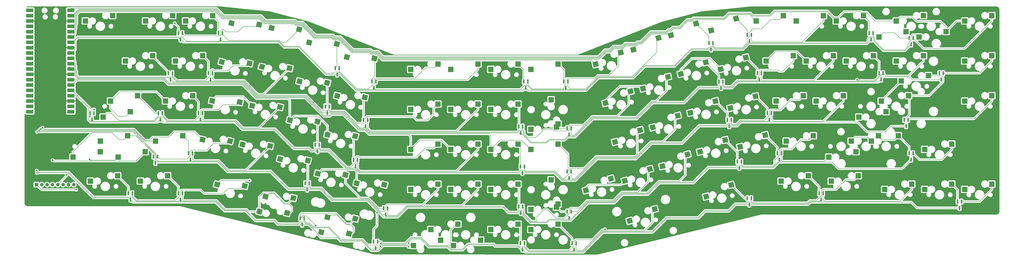
<source format=gbl>
G04 #@! TF.GenerationSoftware,KiCad,Pcbnew,7.0.7*
G04 #@! TF.CreationDate,2023-09-16T21:00:12-07:00*
G04 #@! TF.ProjectId,pcb,7063622e-6b69-4636-9164-5f7063625858,rev?*
G04 #@! TF.SameCoordinates,Original*
G04 #@! TF.FileFunction,Copper,L2,Bot*
G04 #@! TF.FilePolarity,Positive*
%FSLAX46Y46*%
G04 Gerber Fmt 4.6, Leading zero omitted, Abs format (unit mm)*
G04 Created by KiCad (PCBNEW 7.0.7) date 2023-09-16 21:00:12*
%MOMM*%
%LPD*%
G01*
G04 APERTURE LIST*
G04 Aperture macros list*
%AMRotRect*
0 Rectangle, with rotation*
0 The origin of the aperture is its center*
0 $1 length*
0 $2 width*
0 $3 Rotation angle, in degrees counterclockwise*
0 Add horizontal line*
21,1,$1,$2,0,0,$3*%
G04 Aperture macros list end*
G04 #@! TA.AperFunction,ComponentPad*
%ADD10O,1.700000X1.700000*%
G04 #@! TD*
G04 #@! TA.AperFunction,SMDPad,CuDef*
%ADD11R,3.500000X1.700000*%
G04 #@! TD*
G04 #@! TA.AperFunction,ComponentPad*
%ADD12R,1.700000X1.700000*%
G04 #@! TD*
G04 #@! TA.AperFunction,SMDPad,CuDef*
%ADD13R,2.550000X2.500000*%
G04 #@! TD*
G04 #@! TA.AperFunction,ComponentPad*
%ADD14C,0.800000*%
G04 #@! TD*
G04 #@! TA.AperFunction,SMDPad,CuDef*
%ADD15RotRect,2.550000X2.500000X14.000000*%
G04 #@! TD*
G04 #@! TA.AperFunction,SMDPad,CuDef*
%ADD16RotRect,2.550000X2.500000X166.000000*%
G04 #@! TD*
G04 #@! TA.AperFunction,SMDPad,CuDef*
%ADD17RotRect,2.550000X2.550000X166.000000*%
G04 #@! TD*
G04 #@! TA.AperFunction,SMDPad,CuDef*
%ADD18R,2.550000X2.550000*%
G04 #@! TD*
G04 #@! TA.AperFunction,SMDPad,CuDef*
%ADD19RotRect,2.550000X2.500000X346.000000*%
G04 #@! TD*
G04 #@! TA.AperFunction,SMDPad,CuDef*
%ADD20R,2.500000X2.550000*%
G04 #@! TD*
G04 #@! TA.AperFunction,SMDPad,CuDef*
%ADD21R,0.800000X1.900000*%
G04 #@! TD*
G04 #@! TA.AperFunction,ViaPad*
%ADD22C,0.800000*%
G04 #@! TD*
G04 #@! TA.AperFunction,Conductor*
%ADD23C,0.203200*%
G04 #@! TD*
G04 APERTURE END LIST*
D10*
X2540000Y-263830000D03*
D11*
X3440000Y-263830000D03*
D10*
X2540000Y-266370000D03*
D11*
X3440000Y-266370000D03*
X3440000Y-268910000D03*
D12*
X2540000Y-268910000D03*
D10*
X2540000Y-271450000D03*
D11*
X3440000Y-271450000D03*
D10*
X2540000Y-273990000D03*
D11*
X3440000Y-273990000D03*
D10*
X2540000Y-276530000D03*
D11*
X3440000Y-276530000D03*
X3440000Y-279070000D03*
D10*
X2540000Y-279070000D03*
D12*
X2540000Y-281610000D03*
D11*
X3440000Y-281610000D03*
X3440000Y-284150000D03*
D10*
X2540000Y-284150000D03*
X2540000Y-286690000D03*
D11*
X3440000Y-286690000D03*
X3440000Y-289230000D03*
D10*
X2540000Y-289230000D03*
X2540000Y-291770000D03*
D11*
X3440000Y-291770000D03*
D12*
X2540000Y-294310000D03*
D11*
X3440000Y-294310000D03*
X3440000Y-296850000D03*
D10*
X2540000Y-296850000D03*
X2540000Y-299390000D03*
D11*
X3440000Y-299390000D03*
X3440000Y-301930000D03*
D10*
X2540000Y-301930000D03*
D11*
X3440000Y-304470000D03*
D10*
X2540000Y-304470000D03*
D11*
X3440000Y-307010000D03*
D12*
X2540000Y-307010000D03*
D10*
X2540000Y-309550000D03*
D11*
X3440000Y-309550000D03*
X3440000Y-312090000D03*
D10*
X2540000Y-312090000D03*
D11*
X-16140000Y-312090000D03*
D10*
X-15240000Y-312090000D03*
D11*
X-16140000Y-309550000D03*
D10*
X-15240000Y-309550000D03*
D11*
X-16140000Y-307010000D03*
D12*
X-15240000Y-307010000D03*
D10*
X-15240000Y-304470000D03*
D11*
X-16140000Y-304470000D03*
X-16140000Y-301930000D03*
D10*
X-15240000Y-301930000D03*
D11*
X-16140000Y-299390000D03*
D10*
X-15240000Y-299390000D03*
X-15240000Y-296850000D03*
D11*
X-16140000Y-296850000D03*
D12*
X-15240000Y-294310000D03*
D11*
X-16140000Y-294310000D03*
D10*
X-15240000Y-291770000D03*
D11*
X-16140000Y-291770000D03*
X-16140000Y-289230000D03*
D10*
X-15240000Y-289230000D03*
X-15240000Y-286690000D03*
D11*
X-16140000Y-286690000D03*
D10*
X-15240000Y-284150000D03*
D11*
X-16140000Y-284150000D03*
X-16140000Y-281610000D03*
D12*
X-15240000Y-281610000D03*
D11*
X-16140000Y-279070000D03*
D10*
X-15240000Y-279070000D03*
D11*
X-16140000Y-276530000D03*
D10*
X-15240000Y-276530000D03*
X-15240000Y-273990000D03*
D11*
X-16140000Y-273990000D03*
X-16140000Y-271450000D03*
D10*
X-15240000Y-271450000D03*
D11*
X-16140000Y-268910000D03*
D12*
X-15240000Y-268910000D03*
D11*
X-16140000Y-266370000D03*
D10*
X-15240000Y-266370000D03*
X-15240000Y-263830000D03*
D11*
X-16140000Y-263830000D03*
D13*
X409067000Y-266382500D03*
X396140000Y-268922500D03*
D14*
X396140000Y-268922500D03*
D13*
X42354500Y-285432500D03*
X29427500Y-287972500D03*
D14*
X29427500Y-287972500D03*
D13*
X409067000Y-285432500D03*
X396140000Y-287972500D03*
D14*
X396140000Y-287972500D03*
D15*
X281196296Y-358452034D03*
X269267765Y-364043909D03*
D14*
X269267765Y-364043909D03*
D16*
X122592569Y-369455795D03*
D17*
X135750064Y-370118568D03*
D14*
X135750064Y-370118568D03*
D13*
X401923250Y-304482500D03*
D18*
X388996250Y-307022500D03*
D14*
X388996250Y-307022500D03*
D13*
X387635750Y-323532500D03*
D18*
X374708750Y-326072500D03*
D14*
X374708750Y-326072500D03*
D19*
X138709689Y-363006878D03*
X125552194Y-362344105D03*
D14*
X125552194Y-362344105D03*
D13*
X187610750Y-365601250D03*
X174683750Y-368141250D03*
D14*
X174683750Y-368141250D03*
D13*
X30448250Y-323532500D03*
X17521250Y-326072500D03*
D14*
X17521250Y-326072500D03*
D13*
X35210800Y-304482500D03*
X22283800Y-307022500D03*
D14*
X22283800Y-307022500D03*
D13*
X25908000Y-333692500D03*
X38835000Y-331152500D03*
D14*
X38835000Y-331152500D03*
D13*
X23304500Y-266382500D03*
X10377500Y-268922500D03*
D14*
X10377500Y-268922500D03*
D13*
X51879500Y-266382500D03*
X38952500Y-268922500D03*
D14*
X38952500Y-268922500D03*
D13*
X70929500Y-266382500D03*
X58002500Y-268922500D03*
D14*
X58002500Y-268922500D03*
D15*
X265072364Y-283939423D03*
X253143833Y-289531298D03*
D14*
X253143833Y-289531298D03*
D15*
X282980421Y-277020294D03*
X271051890Y-282612169D03*
D14*
X271051890Y-282612169D03*
D15*
X300888478Y-270101165D03*
X288959947Y-275693040D03*
D14*
X288959947Y-275693040D03*
D15*
X319948688Y-267803070D03*
X308020157Y-273394945D03*
D14*
X308020157Y-273394945D03*
D13*
X66167000Y-285432500D03*
X53240000Y-287972500D03*
D14*
X53240000Y-287972500D03*
D15*
X269680976Y-302423556D03*
X257752445Y-308015431D03*
D14*
X257752445Y-308015431D03*
D15*
X287589033Y-295504427D03*
X275660502Y-301096302D03*
D14*
X275660502Y-301096302D03*
D15*
X305497090Y-288585299D03*
X293568559Y-294177174D03*
D14*
X293568559Y-294177174D03*
D15*
X324557300Y-286287203D03*
X312628769Y-291879078D03*
D14*
X312628769Y-291879078D03*
D13*
X61404500Y-304482500D03*
X48477500Y-307022500D03*
D14*
X48477500Y-307022500D03*
D15*
X274289588Y-320907690D03*
X262361057Y-326499565D03*
D14*
X262361057Y-326499565D03*
D15*
X292197645Y-313988561D03*
X280269114Y-319580436D03*
D14*
X280269114Y-319580436D03*
D15*
X310105702Y-307069432D03*
X298177171Y-312661307D03*
D14*
X298177171Y-312661307D03*
D15*
X329165912Y-304771337D03*
X317237381Y-310363212D03*
D14*
X317237381Y-310363212D03*
D13*
X56642000Y-323532500D03*
X43715000Y-326072500D03*
D14*
X43715000Y-326072500D03*
D15*
X278898200Y-339391823D03*
X266969669Y-344983698D03*
D14*
X266969669Y-344983698D03*
D15*
X296806257Y-332472695D03*
X284877726Y-338064570D03*
D14*
X284877726Y-338064570D03*
D15*
X260414067Y-344000436D03*
X248485536Y-349592311D03*
D14*
X248485536Y-349592311D03*
D15*
X314714314Y-325553566D03*
X302785783Y-331145441D03*
D14*
X302785783Y-331145441D03*
D15*
X333774525Y-323255470D03*
X321845994Y-328847345D03*
D14*
X321845994Y-328847345D03*
D13*
X406908000Y-276542500D03*
X419835000Y-274002500D03*
D14*
X419835000Y-274002500D03*
D13*
X361442000Y-266382500D03*
X348515000Y-268922500D03*
D14*
X348515000Y-268922500D03*
D13*
X380492000Y-266382500D03*
X367565000Y-268922500D03*
D14*
X367565000Y-268922500D03*
D13*
X366204500Y-285432500D03*
X353277500Y-287972500D03*
D14*
X353277500Y-287972500D03*
D13*
X387858000Y-276542500D03*
X400785000Y-274002500D03*
D14*
X400785000Y-274002500D03*
D13*
X385254500Y-285432500D03*
X372327500Y-287972500D03*
D14*
X372327500Y-287972500D03*
D13*
X342392000Y-266382500D03*
X329465000Y-268922500D03*
D14*
X329465000Y-268922500D03*
D13*
X347154500Y-285432500D03*
X334227500Y-287972500D03*
D14*
X334227500Y-287972500D03*
D13*
X351917000Y-304482500D03*
X338990000Y-307022500D03*
D14*
X338990000Y-307022500D03*
D13*
X370967000Y-304482500D03*
X358040000Y-307022500D03*
D14*
X358040000Y-307022500D03*
D13*
X378333000Y-314642500D03*
X391260000Y-312102500D03*
D14*
X391260000Y-312102500D03*
D13*
X356679500Y-323532500D03*
X343752500Y-326072500D03*
D14*
X343752500Y-326072500D03*
D13*
X422560750Y-346551250D03*
X409633750Y-349091250D03*
D14*
X409633750Y-349091250D03*
D13*
X364045500Y-333692500D03*
X376972500Y-331152500D03*
D14*
X376972500Y-331152500D03*
D13*
X403510750Y-346551250D03*
X390583750Y-349091250D03*
D14*
X390583750Y-349091250D03*
D19*
X112085957Y-272927780D03*
X98928462Y-272265007D03*
D14*
X98928462Y-272265007D03*
D19*
X93025747Y-270629685D03*
X79868252Y-269966912D03*
D14*
X79868252Y-269966912D03*
D19*
X147902071Y-286766038D03*
X134744576Y-286103265D03*
D14*
X134744576Y-286103265D03*
D19*
X83808523Y-307597952D03*
X70651028Y-306935179D03*
D14*
X70651028Y-306935179D03*
D19*
X138684847Y-323734305D03*
X125527352Y-323071532D03*
D14*
X125527352Y-323071532D03*
D19*
X88417135Y-289113818D03*
X75259640Y-288451045D03*
D14*
X75259640Y-288451045D03*
D19*
X125385402Y-298331042D03*
X112227907Y-297668269D03*
D14*
X112227907Y-297668269D03*
D19*
X107477345Y-291411914D03*
X94319850Y-290749141D03*
D14*
X94319850Y-290749141D03*
D19*
X102868733Y-309896047D03*
X89711238Y-309233274D03*
D14*
X89711238Y-309233274D03*
D19*
X120776790Y-316815176D03*
X107619295Y-316152403D03*
D14*
X107619295Y-316152403D03*
D19*
X143293459Y-305250171D03*
X130135964Y-304587398D03*
D14*
X130135964Y-304587398D03*
D19*
X129994014Y-279846909D03*
X116836519Y-279184136D03*
D14*
X116836519Y-279184136D03*
D19*
X79199910Y-326082085D03*
X66042415Y-325419312D03*
D14*
X66042415Y-325419312D03*
D19*
X116168178Y-335299310D03*
X103010683Y-334636537D03*
D14*
X103010683Y-334636537D03*
D19*
X152560368Y-346827051D03*
X139402873Y-346164278D03*
D14*
X139402873Y-346164278D03*
D19*
X134076235Y-342218438D03*
X120918740Y-341555665D03*
D14*
X120918740Y-341555665D03*
D19*
X98260121Y-328380181D03*
X85102626Y-327717408D03*
D14*
X85102626Y-327717408D03*
D16*
X93132569Y-359665795D03*
X106290064Y-360328568D03*
D14*
X106290064Y-360328568D03*
D13*
X422560750Y-327501250D03*
X409633750Y-330041250D03*
D14*
X409633750Y-330041250D03*
D13*
X441610750Y-346551250D03*
X428683750Y-349091250D03*
D14*
X428683750Y-349091250D03*
D13*
X235235750Y-327501250D03*
X222308750Y-330041250D03*
D14*
X222308750Y-330041250D03*
D13*
X216185750Y-327501250D03*
X203258750Y-330041250D03*
D14*
X203258750Y-330041250D03*
D13*
X235235750Y-365601250D03*
X222308750Y-368141250D03*
D14*
X222308750Y-368141250D03*
D13*
X441610750Y-285432500D03*
X428683750Y-287972500D03*
D14*
X428683750Y-287972500D03*
D13*
X178085750Y-289401250D03*
X165158750Y-291941250D03*
D14*
X165158750Y-291941250D03*
D20*
X234473750Y-357473250D03*
X231933750Y-344546250D03*
D14*
X231933750Y-344546250D03*
D13*
X216185750Y-289401250D03*
X203258750Y-291941250D03*
D14*
X203258750Y-291941250D03*
D13*
X185451750Y-375761250D03*
X198378750Y-373221250D03*
D14*
X198378750Y-373221250D03*
D13*
X197135750Y-308451250D03*
X184208750Y-310991250D03*
D14*
X184208750Y-310991250D03*
D13*
X216185750Y-365601250D03*
X203258750Y-368141250D03*
D14*
X203258750Y-368141250D03*
D13*
X216185750Y-308451250D03*
X203258750Y-310991250D03*
D14*
X203258750Y-310991250D03*
D13*
X178085750Y-346551250D03*
X165158750Y-349091250D03*
D14*
X165158750Y-349091250D03*
D13*
X178085750Y-308451250D03*
X165158750Y-310991250D03*
D14*
X165158750Y-310991250D03*
D13*
X216185750Y-346551250D03*
X203258750Y-349091250D03*
D14*
X203258750Y-349091250D03*
D13*
X178085750Y-327501250D03*
X165158750Y-330041250D03*
D14*
X165158750Y-330041250D03*
D13*
X235235750Y-289401250D03*
X222308750Y-291941250D03*
D14*
X222308750Y-291941250D03*
D13*
X197135750Y-327501250D03*
X184208750Y-330041250D03*
D14*
X184208750Y-330041250D03*
D13*
X166401750Y-375761250D03*
X179328750Y-373221250D03*
D14*
X179328750Y-373221250D03*
D20*
X234473750Y-319373250D03*
X231933750Y-306446250D03*
D14*
X231933750Y-306446250D03*
D13*
X197135750Y-289401250D03*
X184208750Y-291941250D03*
D14*
X184208750Y-291941250D03*
D13*
X197135750Y-346551250D03*
X184208750Y-349091250D03*
D14*
X184208750Y-349091250D03*
D13*
X441610750Y-304482500D03*
X428683750Y-307022500D03*
D14*
X428683750Y-307022500D03*
D13*
X441610750Y-266382500D03*
X428683750Y-268922500D03*
D14*
X428683750Y-268922500D03*
D13*
X4476750Y-333692500D03*
X17403750Y-331152500D03*
D14*
X17403750Y-331152500D03*
D13*
X25685750Y-342582500D03*
X12758750Y-345122500D03*
D14*
X12758750Y-345122500D03*
D13*
X49498250Y-342582500D03*
X36571250Y-345122500D03*
D14*
X36571250Y-345122500D03*
D15*
X317588486Y-346924293D03*
X305659955Y-352516168D03*
D14*
X305659955Y-352516168D03*
D13*
X397160750Y-323532500D03*
X384233750Y-326072500D03*
D14*
X384233750Y-326072500D03*
D13*
X378110750Y-342582500D03*
X365183750Y-345122500D03*
D14*
X365183750Y-345122500D03*
D13*
X354298250Y-342582500D03*
X341371250Y-345122500D03*
D14*
X341371250Y-345122500D03*
D19*
X109249049Y-353207367D03*
X96091554Y-352544594D03*
D14*
X96091554Y-352544594D03*
D19*
X86143882Y-347446602D03*
X72986387Y-346783829D03*
D14*
X72986387Y-346783829D03*
D13*
X18764250Y-314642500D03*
X31691250Y-312102500D03*
D14*
X31691250Y-312102500D03*
D21*
X12543750Y-312825000D03*
X14443750Y-312825000D03*
X13493750Y-315825000D03*
X416562500Y-293775000D03*
X418462500Y-293775000D03*
X417512500Y-296775000D03*
X402275000Y-277106250D03*
X404175000Y-277106250D03*
X403225000Y-280106250D03*
X425293750Y-354893750D03*
X427193750Y-354893750D03*
X426243750Y-357893750D03*
X402275000Y-331875000D03*
X404175000Y-331875000D03*
X403225000Y-334875000D03*
X399893750Y-316000000D03*
X401793750Y-316000000D03*
X400843750Y-319000000D03*
X387987500Y-293775000D03*
X389887500Y-293775000D03*
X388937500Y-296775000D03*
X383225000Y-274725000D03*
X385125000Y-274725000D03*
X384175000Y-277725000D03*
X359412500Y-350925000D03*
X361312500Y-350925000D03*
X360362500Y-353925000D03*
X339568750Y-331875000D03*
X341468750Y-331875000D03*
X340518750Y-334875000D03*
X334806250Y-312825000D03*
X336706250Y-312825000D03*
X335756250Y-315825000D03*
X330043750Y-293775000D03*
X331943750Y-293775000D03*
X330993750Y-296775000D03*
X325281250Y-275518750D03*
X327181250Y-275518750D03*
X326231250Y-278518750D03*
X325281250Y-353306250D03*
X327181250Y-353306250D03*
X326231250Y-356306250D03*
X320518750Y-335843750D03*
X322418750Y-335843750D03*
X321468750Y-338843750D03*
X315756250Y-316000000D03*
X317656250Y-316000000D03*
X316706250Y-319000000D03*
X311787500Y-297831250D03*
X313687500Y-297831250D03*
X312737500Y-300831250D03*
X307025000Y-279487500D03*
X308925000Y-279487500D03*
X307975000Y-282487500D03*
X241937500Y-374737500D03*
X243837500Y-374737500D03*
X242887500Y-377737500D03*
X239556250Y-359656250D03*
X241456250Y-359656250D03*
X240506250Y-362656250D03*
X239556250Y-340606250D03*
X241456250Y-340606250D03*
X240506250Y-343606250D03*
X239556250Y-319968750D03*
X241456250Y-319968750D03*
X240506250Y-322968750D03*
X237968750Y-297743750D03*
X239868750Y-297743750D03*
X238918750Y-300743750D03*
X217331250Y-374737500D03*
X219231250Y-374737500D03*
X218281250Y-377737500D03*
X216537500Y-357275000D03*
X218437500Y-357275000D03*
X217487500Y-360275000D03*
X217331250Y-338225000D03*
X219231250Y-338225000D03*
X218281250Y-341225000D03*
X216537500Y-319175000D03*
X218437500Y-319175000D03*
X217487500Y-322175000D03*
X218918750Y-297743750D03*
X220818750Y-297743750D03*
X219868750Y-300743750D03*
X147481250Y-373943750D03*
X149381250Y-373943750D03*
X148431250Y-376943750D03*
X152243750Y-358068750D03*
X154143750Y-358068750D03*
X153193750Y-361068750D03*
X137956250Y-335050000D03*
X139856250Y-335050000D03*
X138906250Y-338050000D03*
X142718750Y-316000000D03*
X144618750Y-316000000D03*
X143668750Y-319000000D03*
X146687500Y-297743750D03*
X148587500Y-297743750D03*
X147637500Y-300743750D03*
X112556250Y-362831250D03*
X114456250Y-362831250D03*
X113506250Y-365831250D03*
X114937500Y-346162500D03*
X116837500Y-346162500D03*
X115887500Y-349162500D03*
X119700000Y-327906250D03*
X121600000Y-327906250D03*
X120650000Y-330906250D03*
X124462500Y-309650000D03*
X126362500Y-309650000D03*
X125412500Y-312650000D03*
X129225000Y-291393750D03*
X131125000Y-291393750D03*
X130175000Y-294393750D03*
X54612500Y-350925000D03*
X56512500Y-350925000D03*
X55562500Y-353925000D03*
X30800000Y-350925000D03*
X32700000Y-350925000D03*
X31750000Y-353925000D03*
X59375000Y-331875000D03*
X61275000Y-331875000D03*
X60325000Y-334875000D03*
X42706250Y-333462500D03*
X44606250Y-333462500D03*
X43656250Y-336462500D03*
X64137500Y-312825000D03*
X66037500Y-312825000D03*
X65087500Y-315825000D03*
X45087500Y-312825000D03*
X46987500Y-312825000D03*
X46037500Y-315825000D03*
X68900000Y-293775000D03*
X70800000Y-293775000D03*
X69850000Y-296775000D03*
X49850000Y-293775000D03*
X51750000Y-293775000D03*
X50800000Y-296775000D03*
X73662500Y-274725000D03*
X75562500Y-274725000D03*
X74612500Y-277725000D03*
X54612500Y-274725000D03*
X56512500Y-274725000D03*
X55562500Y-277725000D03*
D13*
X235235750Y-356076250D03*
X222308750Y-358616250D03*
D12*
X-12954000Y-346837000D03*
D10*
X-10414000Y-346837000D03*
X-7874000Y-346837000D03*
X-5334000Y-346837000D03*
X-2794000Y-346837000D03*
X-254000Y-346837000D03*
X2286000Y-346837000D03*
X4826000Y-346837000D03*
D13*
X235235750Y-317976250D03*
X222308750Y-320516250D03*
X411448250Y-294957500D03*
X398521250Y-297497500D03*
D22*
X164102858Y-374668858D03*
X164084000Y-376428000D03*
X158496000Y-350647000D03*
X31623000Y-271780000D03*
X374650000Y-276987000D03*
X156718000Y-367792000D03*
X158877000Y-337566000D03*
X198755000Y-297561000D03*
X249809000Y-327660000D03*
X244856000Y-291846000D03*
X156845000Y-293878000D03*
X153670000Y-330200000D03*
X12700000Y-301498000D03*
X15494000Y-288036000D03*
X12446000Y-314452000D03*
X12319000Y-334843000D03*
X14478000Y-311023000D03*
X23304500Y-266382500D03*
X-5306000Y-335153000D03*
X-10110720Y-319750646D03*
X-10922845Y-320333277D03*
X-11685087Y-320979800D03*
X-12580900Y-321691000D03*
X-12769651Y-340187843D03*
X-12700000Y-341249000D03*
X1397000Y-342011000D03*
X5969000Y-349250000D03*
X88435480Y-344888520D03*
X257556000Y-368062500D03*
X260414067Y-344000436D03*
X150749000Y-376205354D03*
X150876000Y-374803154D03*
X120015000Y-366306700D03*
X122592569Y-369455795D03*
X149110247Y-360159753D03*
X152560368Y-346827051D03*
X377444000Y-296922300D03*
X378333000Y-314706000D03*
X52832000Y-270002000D03*
X51879500Y-266382500D03*
X406908000Y-276479000D03*
X409067000Y-266446000D03*
X398462500Y-297656250D03*
X222250000Y-320675000D03*
X222250000Y-358775000D03*
D23*
X164102858Y-374668858D02*
X164102858Y-374247562D01*
X164102858Y-374247562D02*
X165636170Y-372714250D01*
X204474189Y-375476050D02*
X205191989Y-376193850D01*
X165636170Y-372714250D02*
X169819292Y-372714250D01*
X169819292Y-372714250D02*
X173672691Y-376567650D01*
X173672691Y-376567650D02*
X182703440Y-376567650D01*
X182703440Y-376567650D02*
X184151839Y-378016050D01*
X184151839Y-378016050D02*
X189906810Y-378016050D01*
X189906810Y-378016050D02*
X192446810Y-375476050D01*
X192446810Y-375476050D02*
X204474189Y-375476050D01*
X205191989Y-376193850D02*
X216238639Y-376193850D01*
X216238639Y-376193850D02*
X217782289Y-377737500D01*
X217782289Y-377737500D02*
X218281250Y-377737500D01*
X150876000Y-374803154D02*
X151173900Y-375101054D01*
X165469160Y-372311050D02*
X169986302Y-372311050D01*
X151173900Y-375101054D02*
X162679156Y-375101054D01*
X162679156Y-375101054D02*
X165469160Y-372311050D01*
X169986302Y-372311050D02*
X173839702Y-376164450D01*
X173839702Y-376164450D02*
X182870450Y-376164450D01*
X205359000Y-375790650D02*
X216405650Y-375790650D01*
X182870450Y-376164450D02*
X184318850Y-377612850D01*
X189739800Y-377612850D02*
X192279800Y-375072850D01*
X184318850Y-377612850D02*
X189739800Y-377612850D01*
X192279800Y-375072850D02*
X204641200Y-375072850D01*
X218982850Y-376485900D02*
X221082850Y-378585900D01*
X204641200Y-375072850D02*
X205359000Y-375790650D01*
X216405650Y-375790650D02*
X217100900Y-376485900D01*
X217100900Y-376485900D02*
X218982850Y-376485900D01*
X221082850Y-378585900D02*
X242039100Y-378585900D01*
X242039100Y-378585900D02*
X242887500Y-377737500D01*
X174006712Y-375761250D02*
X170153312Y-371907850D01*
X170153312Y-371907850D02*
X165302150Y-371907850D01*
X185451750Y-375761250D02*
X174006712Y-375761250D01*
X162512146Y-374697854D02*
X151762913Y-374697854D01*
X165302150Y-371907850D02*
X162512146Y-374697854D01*
X151762913Y-374697854D02*
X151008809Y-373943750D01*
X151008809Y-373943750D02*
X149381250Y-373943750D01*
X163563454Y-375907454D02*
X164084000Y-376428000D01*
X113506250Y-365831250D02*
X116610667Y-365831250D01*
X141900051Y-373729979D02*
X146365421Y-378195350D01*
X116610667Y-365831250D02*
X120751440Y-369972023D01*
X149751217Y-378195350D02*
X152039113Y-375907454D01*
X120751440Y-369972023D02*
X120751440Y-370485141D01*
X120751440Y-370485141D02*
X122372520Y-372106221D01*
X122372520Y-372106221D02*
X130175000Y-372106221D01*
X130175000Y-372106221D02*
X131798759Y-373729979D01*
X131798759Y-373729979D02*
X141900051Y-373729979D01*
X146365421Y-378195350D02*
X149751217Y-378195350D01*
X152039113Y-375907454D02*
X163563454Y-375907454D01*
X54612500Y-350925000D02*
X54612500Y-347696750D01*
X54612500Y-347696750D02*
X49498250Y-342582500D01*
X64137500Y-312825000D02*
X64137500Y-307215500D01*
X64137500Y-307215500D02*
X61404500Y-304482500D01*
X138684847Y-323734305D02*
X137956250Y-324462902D01*
X137956250Y-324462902D02*
X137956250Y-335050000D01*
X120918740Y-341555665D02*
X122906393Y-339568012D01*
X134283589Y-339704800D02*
X138643990Y-339704800D01*
X122906393Y-339568012D02*
X134146801Y-339568012D01*
X134146801Y-339568012D02*
X134283589Y-339704800D01*
X139402873Y-340463683D02*
X139402873Y-346164278D01*
X138643990Y-339704800D02*
X139402873Y-340463683D01*
X237968750Y-297743750D02*
X237968750Y-292134250D01*
X237968750Y-292134250D02*
X235235750Y-289401250D01*
X341468750Y-331875000D02*
X341468750Y-335181150D01*
X341468750Y-335181150D02*
X342011000Y-335723400D01*
X342011000Y-335723400D02*
X362014600Y-335723400D01*
X362014600Y-335723400D02*
X364045500Y-333692500D01*
X274289588Y-320907690D02*
X272937272Y-322260006D01*
X272937272Y-322260006D02*
X272937272Y-332285098D01*
X272937272Y-332285098D02*
X271786970Y-333435400D01*
X271786970Y-333435400D02*
X253244970Y-333435400D01*
X253244970Y-333435400D02*
X247540220Y-339140150D01*
X247540220Y-339140150D02*
X240969150Y-339140150D01*
X240538000Y-339571300D02*
X240969150Y-339140150D01*
X241456250Y-340606250D02*
X241456250Y-343445700D01*
X241456250Y-343445700D02*
X242062000Y-344051450D01*
X253411980Y-333838600D02*
X271953980Y-333838600D01*
X242062000Y-344051450D02*
X243199130Y-344051450D01*
X271953980Y-333838600D02*
X279319980Y-326472600D01*
X243199130Y-344051450D02*
X253411980Y-333838600D01*
X279319980Y-326472600D02*
X284933550Y-326472600D01*
X284933550Y-326472600D02*
X290957000Y-320449150D01*
X290957000Y-320449150D02*
X290957000Y-315229206D01*
X290957000Y-315229206D02*
X292197645Y-313988561D01*
X24459600Y-335140900D02*
X25908000Y-333692500D01*
X12543750Y-312825000D02*
X12543750Y-314354250D01*
X12543750Y-314354250D02*
X12446000Y-314452000D01*
X12560900Y-335140900D02*
X24459600Y-335140900D01*
X12319000Y-334843000D02*
X12319000Y-334899000D01*
X12319000Y-334899000D02*
X12560900Y-335140900D01*
X14443750Y-311057250D02*
X14478000Y-311023000D01*
X14443750Y-312825000D02*
X14443750Y-311057250D01*
X34443400Y-335544100D02*
X-4914900Y-335544100D01*
X-4914900Y-335544100D02*
X-5306000Y-335153000D01*
X38835000Y-331152500D02*
X34443400Y-335544100D01*
X31242000Y-320471300D02*
X9525000Y-320471300D01*
X-9390066Y-320471300D02*
X-10110720Y-319750646D01*
X9525000Y-320471300D02*
X-9390066Y-320471300D01*
X9144000Y-320874500D02*
X-10381622Y-320874500D01*
X30226000Y-320874500D02*
X9144000Y-320874500D01*
X-10381622Y-320874500D02*
X-10922845Y-320333277D01*
X-11387187Y-321277700D02*
X-11685087Y-320979800D01*
X27345011Y-321277700D02*
X7747000Y-321277700D01*
X7747000Y-321277700D02*
X-11387187Y-321277700D01*
X6985000Y-321680900D02*
X-12570800Y-321680900D01*
X-12570800Y-321680900D02*
X-12580900Y-321691000D01*
X27178000Y-321680900D02*
X6985000Y-321680900D01*
X10033000Y-348488000D02*
X2390801Y-340845800D01*
X2390801Y-340845800D02*
X-9271000Y-340845800D01*
X-9271000Y-340845800D02*
X-11430000Y-340845800D01*
X-11430000Y-340845800D02*
X-12111694Y-340845800D01*
X-12111694Y-340845800D02*
X-12769651Y-340187843D01*
X14218400Y-352673400D02*
X10033000Y-348488000D01*
X13240395Y-352265605D02*
X2223790Y-341249000D01*
X13815200Y-352840411D02*
X13240395Y-352265605D01*
X2223790Y-341249000D02*
X-12700000Y-341249000D01*
X1397000Y-342011000D02*
X1397000Y-342646000D01*
X1397000Y-342646000D02*
X-2794000Y-346837000D01*
X5969000Y-349250000D02*
X-10541000Y-349250000D01*
X-10541000Y-349250000D02*
X-12954000Y-346837000D01*
X14385410Y-353076600D02*
X14051389Y-353076600D01*
X14051390Y-353076600D02*
X13815200Y-352840411D01*
X14051389Y-353076600D02*
X14051390Y-353076600D01*
X31750000Y-353925000D02*
X30901600Y-353076600D01*
X30901600Y-353076600D02*
X30353000Y-353076600D01*
X30353000Y-353076600D02*
X14385410Y-353076600D01*
X32700000Y-350925000D02*
X32700000Y-352351590D01*
X66803216Y-350960034D02*
X75931776Y-350960034D01*
X32700000Y-352351590D02*
X34718610Y-354370200D01*
X34718610Y-354370200D02*
X53120500Y-354370200D01*
X55626000Y-351864700D02*
X55626000Y-349858300D01*
X53120500Y-354370200D02*
X55626000Y-351864700D01*
X56107300Y-349377000D02*
X65220182Y-349377000D01*
X75931776Y-350960034D02*
X78276810Y-348615000D01*
X55626000Y-349858300D02*
X56107300Y-349377000D01*
X65220182Y-349377000D02*
X66803216Y-350960034D01*
X78276810Y-348615000D02*
X84975484Y-348615000D01*
X84975484Y-348615000D02*
X86143882Y-347446602D01*
X35243600Y-354773400D02*
X34544000Y-354773400D01*
X34544000Y-354773400D02*
X34544000Y-354765800D01*
X34544000Y-354765800D02*
X32451600Y-352673400D01*
X31877000Y-352673400D02*
X14218400Y-352673400D01*
X32451600Y-352673400D02*
X31877000Y-352673400D01*
X55562500Y-353925000D02*
X54714100Y-354773400D01*
X54483000Y-354773400D02*
X35243600Y-354773400D01*
X54714100Y-354773400D02*
X54483000Y-354773400D01*
X38760840Y-325669300D02*
X38473270Y-325381730D01*
X41021000Y-325669300D02*
X40386000Y-325669300D01*
X66042415Y-325419312D02*
X62304003Y-321680900D01*
X51488400Y-322765542D02*
X50033042Y-324220900D01*
X52573042Y-321680900D02*
X51488400Y-322765542D01*
X50033042Y-324220900D02*
X46609000Y-324220900D01*
X38473270Y-325381730D02*
X33562840Y-320471300D01*
X40386000Y-325669300D02*
X38760840Y-325669300D01*
X62304003Y-321680900D02*
X52573042Y-321680900D01*
X46609000Y-324220900D02*
X42469400Y-324220900D01*
X42469400Y-324220900D02*
X41021000Y-325669300D01*
X33562840Y-320471300D02*
X31242000Y-320471300D01*
X38593830Y-326072500D02*
X38124665Y-325603335D01*
X38124665Y-325603335D02*
X33395830Y-320874500D01*
X43715000Y-326072500D02*
X38593830Y-326072500D01*
X33395830Y-320874500D02*
X30226000Y-320874500D01*
X48477500Y-307022500D02*
X44085900Y-302630900D01*
X44085900Y-302630900D02*
X26675400Y-302630900D01*
X26675400Y-302630900D02*
X22283800Y-307022500D01*
X89711238Y-309233274D02*
X85425490Y-304947526D01*
X85425490Y-304947526D02*
X72638681Y-304947526D01*
X72638681Y-304947526D02*
X70651028Y-306935179D01*
X359412500Y-350925000D02*
X359412500Y-347696750D01*
X359412500Y-347696750D02*
X354298250Y-342582500D01*
X339568750Y-331875000D02*
X339568750Y-329049695D01*
X339568750Y-329049695D02*
X333774525Y-323255470D01*
X239556250Y-340606250D02*
X239994250Y-340168250D01*
X239994250Y-340168250D02*
X239994250Y-332259750D01*
X239994250Y-332259750D02*
X235235750Y-327501250D01*
X275660502Y-301096302D02*
X274629334Y-300065134D01*
X274629334Y-300065134D02*
X264576866Y-300065134D01*
X264576866Y-300065134D02*
X257752445Y-306889555D01*
X257752445Y-306889555D02*
X257752445Y-308015431D01*
X312628769Y-291879078D02*
X307512070Y-286762379D01*
X293568559Y-292155441D02*
X293568559Y-294177174D01*
X307512070Y-286762379D02*
X298961621Y-286762379D01*
X298961621Y-286762379D02*
X293568559Y-292155441D01*
X334227500Y-287972500D02*
X338619100Y-283580900D01*
X348885900Y-283580900D02*
X353277500Y-287972500D01*
X338619100Y-283580900D02*
X348885900Y-283580900D01*
X325281250Y-275518750D02*
X325281250Y-273135632D01*
X325281250Y-273135632D02*
X319948688Y-267803070D01*
X74974040Y-344796176D02*
X88343136Y-344796176D01*
X72986387Y-346783829D02*
X74974040Y-344796176D01*
X88343136Y-344796176D02*
X88435480Y-344888520D01*
X13335000Y-317076600D02*
X44785900Y-317076600D01*
X12792150Y-317076600D02*
X11684000Y-315968450D01*
X13335000Y-317076600D02*
X12792150Y-317076600D01*
X11684000Y-315968450D02*
X11684000Y-310081010D01*
X11684000Y-310081010D02*
X6072990Y-304470000D01*
X6072990Y-304470000D02*
X2540000Y-304470000D01*
X13493750Y-315825000D02*
X13493750Y-311320550D01*
X4103200Y-301930000D02*
X2540000Y-301930000D01*
X13493750Y-311320550D02*
X4103200Y-301930000D01*
X69850000Y-296775000D02*
X69001600Y-297623400D01*
X69001600Y-297623400D02*
X53601600Y-297623400D01*
X53601600Y-297623400D02*
X51501600Y-295523400D01*
X51501600Y-295523400D02*
X7103820Y-295523400D01*
X7103820Y-295523400D02*
X6298000Y-294717580D01*
X6298000Y-294717580D02*
X6298000Y-292824378D01*
X6298000Y-292824378D02*
X5894800Y-292421178D01*
X5894800Y-292421178D02*
X5894800Y-290451389D01*
X5894800Y-290451389D02*
X5491600Y-290048189D01*
X4103200Y-286690000D02*
X2540000Y-286690000D01*
X5491600Y-290048189D02*
X5491600Y-288078400D01*
X5491600Y-288078400D02*
X4103200Y-286690000D01*
X50800000Y-296775000D02*
X49951600Y-295926600D01*
X49951600Y-295926600D02*
X6936810Y-295926600D01*
X6936810Y-295926600D02*
X5894800Y-294884590D01*
X5894800Y-294884590D02*
X5894800Y-292991389D01*
X5894800Y-292991389D02*
X5491600Y-292588189D01*
X5491600Y-292588189D02*
X5491600Y-290618400D01*
X5491600Y-290618400D02*
X4103200Y-289230000D01*
X4103200Y-289230000D02*
X2540000Y-289230000D01*
X203258750Y-330041250D02*
X203258750Y-323525950D01*
X203258750Y-323525950D02*
X202311000Y-322578200D01*
X202311000Y-322578200D02*
X145520389Y-322578200D01*
X140760590Y-320654800D02*
X133158990Y-313053200D01*
X133158990Y-313053200D02*
X127381000Y-313053200D01*
X48133000Y-296329800D02*
X6769800Y-296329800D01*
X4103200Y-291770000D02*
X2540000Y-291770000D01*
X145520389Y-322578200D02*
X143596990Y-320654800D01*
X143596990Y-320654800D02*
X140760590Y-320654800D01*
X5491600Y-295051600D02*
X5491600Y-293158400D01*
X115021990Y-305076200D02*
X92034990Y-305076200D01*
X127381000Y-313053200D02*
X126532600Y-313901600D01*
X50233000Y-298429800D02*
X48133000Y-296329800D01*
X123847390Y-313901600D02*
X115021990Y-305076200D01*
X126532600Y-313901600D02*
X123847390Y-313901600D01*
X92034990Y-305076200D02*
X85388590Y-298429800D01*
X85388590Y-298429800D02*
X50233000Y-298429800D01*
X6769800Y-296329800D02*
X5491600Y-295051600D01*
X5491600Y-293158400D02*
X4103200Y-291770000D01*
X165158750Y-324056150D02*
X164084000Y-322981400D01*
X145353378Y-322981400D02*
X143429978Y-321058000D01*
X143429978Y-321058000D02*
X140593580Y-321058000D01*
X164084000Y-322981400D02*
X145353378Y-322981400D01*
X123680379Y-314304800D02*
X114854980Y-305479400D01*
X50065990Y-298833000D02*
X47965989Y-296733000D01*
X132991980Y-313456400D02*
X127548010Y-313456400D01*
X127548010Y-313456400D02*
X126699611Y-314304800D01*
X126699611Y-314304800D02*
X123680379Y-314304800D01*
X2657000Y-296733000D02*
X2540000Y-296850000D01*
X114854980Y-305479400D02*
X91865400Y-305479400D01*
X140593580Y-321058000D02*
X132991980Y-313456400D01*
X165158750Y-330041250D02*
X165158750Y-324056150D01*
X91865400Y-305479400D02*
X85219000Y-298833000D01*
X85219000Y-298833000D02*
X50065990Y-298833000D01*
X47965989Y-296733000D02*
X2657000Y-296733000D01*
X107619295Y-316152403D02*
X107619295Y-306821895D01*
X47798979Y-297136200D02*
X6393800Y-297136200D01*
X107619295Y-306821895D02*
X106680000Y-305882600D01*
X106680000Y-305882600D02*
X91698389Y-305882600D01*
X91698389Y-305882600D02*
X85051990Y-299236200D01*
X49898978Y-299236200D02*
X47798979Y-297136200D01*
X85051990Y-299236200D02*
X49898978Y-299236200D01*
X6393800Y-297136200D02*
X4140000Y-299390000D01*
X4140000Y-299390000D02*
X2540000Y-299390000D01*
X54229000Y-276876600D02*
X15113000Y-276876600D01*
X6866810Y-276876600D02*
X5491600Y-278251810D01*
X5491600Y-282761600D02*
X4103200Y-284150000D01*
X15113000Y-276876600D02*
X6866810Y-276876600D01*
X5491600Y-278251810D02*
X5491600Y-282761600D01*
X4103200Y-284150000D02*
X2540000Y-284150000D01*
X74612500Y-277725000D02*
X73764100Y-278573400D01*
X73764100Y-278573400D02*
X58355400Y-278573400D01*
X4103200Y-279070000D02*
X2540000Y-279070000D01*
X58355400Y-278573400D02*
X56515000Y-276733000D01*
X56515000Y-276733000D02*
X56515000Y-276724300D01*
X56515000Y-276724300D02*
X56264100Y-276473400D01*
X56264100Y-276473400D02*
X6699800Y-276473400D01*
X6699800Y-276473400D02*
X4103200Y-279070000D01*
X77851000Y-267979259D02*
X75574259Y-267979259D01*
X75574259Y-267979259D02*
X72125900Y-264530900D01*
X72125900Y-264530900D02*
X7652930Y-264530900D01*
X7652930Y-264530900D02*
X6298000Y-265885830D01*
X6298000Y-265885830D02*
X6298000Y-270395622D01*
X6298000Y-270395622D02*
X5894800Y-270798822D01*
X5491600Y-275141600D02*
X4103200Y-276530000D01*
X5894800Y-270798822D02*
X5894800Y-272768610D01*
X5894800Y-272768610D02*
X5491600Y-273171811D01*
X5491600Y-273171811D02*
X5491600Y-275141600D01*
X4103200Y-276530000D02*
X2540000Y-276530000D01*
X57912000Y-264127700D02*
X11557000Y-264127700D01*
X11557000Y-264127700D02*
X7485920Y-264127700D01*
X5491600Y-272601600D02*
X4103200Y-273990000D01*
X7485920Y-264127700D02*
X5894800Y-265718820D01*
X5894800Y-265718820D02*
X5894800Y-270228611D01*
X5894800Y-270228611D02*
X5491600Y-270631811D01*
X5491600Y-270631811D02*
X5491600Y-272601600D01*
X4103200Y-273990000D02*
X2540000Y-273990000D01*
X329465000Y-268922500D02*
X326522650Y-265980150D01*
X127891075Y-276390083D02*
X119559155Y-276390083D01*
X110810524Y-270298460D02*
X109983018Y-269470954D01*
X286988338Y-274794174D02*
X279612683Y-274794174D01*
X273295640Y-279565075D02*
X272474667Y-280386049D01*
X326522650Y-265980150D02*
X316747960Y-265980150D01*
X299840923Y-268278245D02*
X299070777Y-269048391D01*
X260016058Y-283401870D02*
X257899707Y-283401870D01*
X93579816Y-267172859D02*
X75908279Y-267172859D01*
X293370000Y-272595995D02*
X293370000Y-272645946D01*
X299070777Y-269048391D02*
X296917604Y-269048391D01*
X128718581Y-277217589D02*
X127891075Y-276390083D01*
X267292261Y-280386049D02*
X265965007Y-281713303D01*
X151890178Y-286743250D02*
X149283646Y-284136718D01*
X72459920Y-263724500D02*
X7318910Y-263724500D01*
X316747960Y-265980150D02*
X314449865Y-268278245D01*
X254558327Y-286743250D02*
X151890178Y-286743250D01*
X296917604Y-269048391D02*
X293370000Y-272595995D01*
X293370000Y-272645946D02*
X290148564Y-272645946D01*
X288953755Y-273840755D02*
X287941757Y-273840755D01*
X287941757Y-273840755D02*
X286988338Y-274794174D01*
X279612683Y-274794174D02*
X274841782Y-279565075D01*
X272474667Y-280386049D02*
X267292261Y-280386049D01*
X274841782Y-279565075D02*
X273295640Y-279565075D01*
X290148564Y-272645946D02*
X288953755Y-273840755D01*
X265965007Y-281713303D02*
X261704626Y-281713303D01*
X4103200Y-271450000D02*
X2540000Y-271450000D01*
X261704626Y-281713303D02*
X260016058Y-283401870D01*
X314449865Y-268278245D02*
X299840923Y-268278245D01*
X5491600Y-265551810D02*
X5491600Y-270061600D01*
X257899707Y-283401870D02*
X254558327Y-286743250D01*
X149283646Y-284136718D02*
X146626639Y-284136718D01*
X146626639Y-284136718D02*
X145799134Y-283309212D01*
X145799134Y-283309212D02*
X137467212Y-283309212D01*
X137467212Y-283309212D02*
X131375589Y-277217589D01*
X131375589Y-277217589D02*
X128718581Y-277217589D01*
X7318910Y-263724500D02*
X5491600Y-265551810D01*
X119559155Y-276390083D02*
X113467532Y-270298460D01*
X113467532Y-270298460D02*
X110810524Y-270298460D01*
X109983018Y-269470954D02*
X95877911Y-269470954D01*
X95877911Y-269470954D02*
X93579816Y-267172859D01*
X75908279Y-267172859D02*
X72459920Y-263724500D01*
X5491600Y-270061600D02*
X4103200Y-271450000D01*
X326689660Y-265576950D02*
X316580950Y-265576950D01*
X367565000Y-268922500D02*
X363173400Y-264530900D01*
X286821328Y-274390974D02*
X279445673Y-274390974D01*
X137634222Y-282906012D02*
X131542599Y-276814389D01*
X299673913Y-267875045D02*
X298903767Y-268645191D01*
X336186242Y-266667700D02*
X327780410Y-266667700D01*
X316580950Y-265576950D02*
X314282855Y-267875045D01*
X149450656Y-283733518D02*
X146793650Y-283733518D01*
X113634542Y-269895260D02*
X110977534Y-269895260D01*
X289981554Y-272242746D02*
X288786745Y-273437555D01*
X327780410Y-266667700D02*
X326689660Y-265576950D01*
X288786745Y-273437555D02*
X287774747Y-273437555D01*
X296750594Y-268645191D02*
X293153039Y-272242746D01*
X298903767Y-268645191D02*
X296750594Y-268645191D01*
X314282855Y-267875045D02*
X299673913Y-267875045D01*
X338323042Y-264530900D02*
X336186242Y-266667700D01*
X293153039Y-272242746D02*
X289981554Y-272242746D01*
X287774747Y-273437555D02*
X286821328Y-274390974D01*
X274674772Y-279161875D02*
X273128629Y-279161875D01*
X273128629Y-279161875D02*
X272307656Y-279982849D01*
X363173400Y-264530900D02*
X338323042Y-264530900D01*
X254391317Y-286340050D02*
X152057188Y-286340050D01*
X272307656Y-279982849D02*
X267125251Y-279982849D01*
X279445673Y-274390974D02*
X274674772Y-279161875D01*
X267125251Y-279982849D02*
X265797997Y-281310103D01*
X76075289Y-266769659D02*
X72626930Y-263321300D01*
X265797997Y-281310103D02*
X261537616Y-281310103D01*
X261537616Y-281310103D02*
X259849047Y-282998670D01*
X257732697Y-282998670D02*
X254391317Y-286340050D01*
X72626930Y-263321300D02*
X7151900Y-263321300D01*
X259849047Y-282998670D02*
X257732697Y-282998670D01*
X110150028Y-269067754D02*
X96044921Y-269067754D01*
X152057188Y-286340050D02*
X149450656Y-283733518D01*
X146793650Y-283733518D02*
X145966145Y-282906012D01*
X131542599Y-276814389D02*
X128885591Y-276814389D01*
X145966145Y-282906012D02*
X137634222Y-282906012D01*
X128885591Y-276814389D02*
X128058085Y-275986883D01*
X128058085Y-275986883D02*
X119726165Y-275986883D01*
X119726165Y-275986883D02*
X113634542Y-269895260D01*
X110977534Y-269895260D02*
X110150028Y-269067754D01*
X96044921Y-269067754D02*
X93746826Y-266769659D01*
X93746826Y-266769659D02*
X76075289Y-266769659D01*
X7151900Y-263321300D02*
X4103200Y-266370000D01*
X4103200Y-266370000D02*
X2540000Y-266370000D01*
X127000000Y-275583683D02*
X119893175Y-275583683D01*
X76242299Y-266366459D02*
X72793940Y-262918100D01*
X3451900Y-262918100D02*
X2540000Y-263830000D01*
X119893175Y-275583683D02*
X113801552Y-269492060D01*
X111144544Y-269492060D02*
X110317038Y-268664554D01*
X110317038Y-268664554D02*
X96211931Y-268664554D01*
X113801552Y-269492060D02*
X111144544Y-269492060D01*
X96211931Y-268664554D02*
X93913836Y-266366459D01*
X93913836Y-266366459D02*
X76242299Y-266366459D01*
X72793940Y-262918100D02*
X3451900Y-262918100D01*
X125527352Y-323071532D02*
X125527352Y-318695263D01*
X125527352Y-318695263D02*
X120996839Y-314164750D01*
X120996839Y-314164750D02*
X109606948Y-314164750D01*
X109606948Y-314164750D02*
X107619295Y-316152403D01*
X184208750Y-330041250D02*
X179817150Y-325649650D01*
X179817150Y-325649650D02*
X169550350Y-325649650D01*
X169550350Y-325649650D02*
X165158750Y-330041250D01*
X222308750Y-330041250D02*
X217917150Y-325649650D01*
X217917150Y-325649650D02*
X207650350Y-325649650D01*
X207650350Y-325649650D02*
X203258750Y-330041250D01*
X4476750Y-333692500D02*
X4476750Y-331137462D01*
X4476750Y-331137462D02*
X13530112Y-322084100D01*
X28596650Y-325384100D02*
X30448250Y-323532500D01*
X13530112Y-322084100D02*
X23079292Y-322084100D01*
X23079292Y-322084100D02*
X26379292Y-325384100D01*
X26379292Y-325384100D02*
X28596650Y-325384100D01*
X43904650Y-331953529D02*
X42919560Y-330968439D01*
X30861000Y-321277700D02*
X27345011Y-321277700D01*
X43904650Y-333883000D02*
X43904650Y-331953529D01*
X42919560Y-330968439D02*
X33228820Y-321277700D01*
X33228820Y-321277700D02*
X30861000Y-321277700D01*
X41046955Y-329666045D02*
X35903455Y-324522545D01*
X42873261Y-331492350D02*
X41046955Y-329666045D01*
X43501450Y-336307700D02*
X43501450Y-333756000D01*
X43656250Y-336462500D02*
X43501450Y-336307700D01*
X35903455Y-324522545D02*
X33061810Y-321680900D01*
X43501450Y-333756000D02*
X43501450Y-332120539D01*
X43501450Y-332120539D02*
X42873261Y-331492350D01*
X33061810Y-321680900D02*
X27178000Y-321680900D01*
X43904650Y-334714100D02*
X43904650Y-333883000D01*
X44913950Y-335723400D02*
X43904650Y-334714100D01*
X59476600Y-335723400D02*
X58039000Y-335723400D01*
X60325000Y-334875000D02*
X59476600Y-335723400D01*
X48387000Y-335723400D02*
X44913950Y-335723400D01*
X58039000Y-335723400D02*
X48451600Y-335723400D01*
X48451600Y-335723400D02*
X48387000Y-335723400D01*
X79199910Y-326082085D02*
X78147136Y-327134859D01*
X45754375Y-334610625D02*
X44606250Y-333462500D01*
X78147136Y-327134859D02*
X71448462Y-327134859D01*
X60742800Y-330454000D02*
X60198000Y-330998800D01*
X71448462Y-327134859D02*
X68129321Y-330454000D01*
X68129321Y-330454000D02*
X60742800Y-330454000D01*
X60198000Y-333121000D02*
X58708375Y-334610625D01*
X60198000Y-330998800D02*
X60198000Y-333121000D01*
X58708375Y-334610625D02*
X45754375Y-334610625D01*
X83808523Y-307597952D02*
X82669475Y-308737000D01*
X82669475Y-308737000D02*
X75946000Y-308737000D01*
X65151000Y-311758300D02*
X65151000Y-313625400D01*
X75946000Y-308737000D02*
X73571616Y-311111384D01*
X73571616Y-311111384D02*
X65797916Y-311111384D01*
X65797916Y-311111384D02*
X65151000Y-311758300D01*
X65151000Y-313625400D02*
X62506200Y-316270200D01*
X62506200Y-316270200D02*
X49505410Y-316270200D01*
X49505410Y-316270200D02*
X46987500Y-313752290D01*
X46987500Y-313752290D02*
X46987500Y-312825000D01*
X45087500Y-312825000D02*
X45087500Y-314251590D01*
X45087500Y-314251590D02*
X43068890Y-316270200D01*
X26312508Y-316270200D02*
X22833208Y-312790900D01*
X43068890Y-316270200D02*
X26312508Y-316270200D01*
X22833208Y-312790900D02*
X20615850Y-312790900D01*
X20615850Y-312790900D02*
X18764250Y-314642500D01*
X65087500Y-315825000D02*
X64239100Y-316673400D01*
X14342150Y-316673400D02*
X13493750Y-315825000D01*
X64239100Y-316673400D02*
X49338400Y-316673400D01*
X49338400Y-316673400D02*
X47238400Y-314573400D01*
X45335900Y-314573400D02*
X43235900Y-316673400D01*
X47238400Y-314573400D02*
X45335900Y-314573400D01*
X43235900Y-316673400D02*
X14342150Y-316673400D01*
X44785900Y-317076600D02*
X46037500Y-315825000D01*
X87335953Y-290195000D02*
X80637279Y-290195000D01*
X69850000Y-294778200D02*
X67408000Y-297220200D01*
X88417135Y-289113818D02*
X87335953Y-290195000D01*
X80637279Y-290195000D02*
X78205029Y-292627250D01*
X69850000Y-292771800D02*
X69850000Y-294778200D01*
X78205029Y-292627250D02*
X71647250Y-292627250D01*
X71647250Y-292627250D02*
X71120000Y-292100000D01*
X71120000Y-292100000D02*
X70521800Y-292100000D01*
X70521800Y-292100000D02*
X69850000Y-292771800D01*
X67408000Y-297220200D02*
X53768610Y-297220200D01*
X53768610Y-297220200D02*
X51750000Y-295201590D01*
X51750000Y-295201590D02*
X51750000Y-293775000D01*
X55562500Y-277725000D02*
X54714100Y-276876600D01*
X54714100Y-276876600D02*
X54229000Y-276876600D01*
X427193750Y-354893750D02*
X435823288Y-354893750D01*
X435823288Y-354893750D02*
X441610750Y-349106288D01*
X441610750Y-349106288D02*
X441610750Y-346551250D01*
X425293750Y-354893750D02*
X425293750Y-349284250D01*
X425293750Y-349284250D02*
X422560750Y-346551250D01*
X361312500Y-350925000D02*
X361312500Y-353754900D01*
X361312500Y-353754900D02*
X362331000Y-354773400D01*
X397871926Y-354773400D02*
X403510750Y-349134576D01*
X362331000Y-354773400D02*
X397871926Y-354773400D01*
X403510750Y-349134576D02*
X403510750Y-346551250D01*
X327181250Y-353306250D02*
X327181250Y-354678040D01*
X327181250Y-354678040D02*
X328003060Y-355499850D01*
X328003060Y-355499850D02*
X353924729Y-355499850D01*
X353924729Y-355499850D02*
X355054378Y-354370200D01*
X360426000Y-349858300D02*
X361201406Y-349082894D01*
X355054378Y-354370200D02*
X358140000Y-354370200D01*
X358140000Y-354370200D02*
X360426000Y-352084200D01*
X360426000Y-352084200D02*
X360426000Y-349858300D01*
X361201406Y-349082894D02*
X367531318Y-349082894D01*
X367531318Y-349082894D02*
X372180112Y-344434100D01*
X372180112Y-344434100D02*
X376259150Y-344434100D01*
X376259150Y-344434100D02*
X378110750Y-342582500D01*
X325281250Y-353306250D02*
X323970443Y-353306250D01*
X323970443Y-353306250D02*
X317588486Y-346924293D01*
X257258100Y-368360400D02*
X257556000Y-368062500D01*
X256165970Y-368360400D02*
X257258100Y-368360400D01*
X252065185Y-372461185D02*
X256165970Y-368360400D01*
X243622800Y-372999000D02*
X251527370Y-372999000D01*
X251527370Y-372999000D02*
X252065185Y-372461185D01*
X243837500Y-374737500D02*
X243837500Y-377799200D01*
X243837500Y-377799200D02*
X244221000Y-378182700D01*
X244221000Y-378182700D02*
X246913880Y-378182700D01*
X256332980Y-368763600D02*
X276104674Y-368763600D01*
X280162000Y-364706274D02*
X280162000Y-359486330D01*
X246913880Y-378182700D02*
X256332980Y-368763600D01*
X276104674Y-368763600D02*
X280162000Y-364706274D01*
X280162000Y-359486330D02*
X281196296Y-358452034D01*
X242824000Y-374269000D02*
X242824000Y-373797800D01*
X242824000Y-375804200D02*
X242824000Y-374269000D01*
X242824000Y-373797800D02*
X243622800Y-372999000D01*
X240445500Y-378182700D02*
X242824000Y-375804200D01*
X219231250Y-376164090D02*
X220491580Y-377424420D01*
X221249860Y-378182700D02*
X230632000Y-378182700D01*
X240030000Y-378182700D02*
X240445500Y-378182700D01*
X219231250Y-374737500D02*
X219231250Y-376164090D01*
X230632000Y-378182700D02*
X240030000Y-378182700D01*
X220491580Y-377424420D02*
X221249860Y-378182700D01*
X217331250Y-374737500D02*
X217331250Y-366746750D01*
X217331250Y-366746750D02*
X216185750Y-365601250D01*
X360362500Y-353925000D02*
X359514100Y-354773400D01*
X354091740Y-355903050D02*
X327836050Y-355903050D01*
X327836050Y-355903050D02*
X326987650Y-355054650D01*
X355221389Y-354773400D02*
X354091740Y-355903050D01*
X286725989Y-362435800D02*
X279994990Y-369166800D01*
X325529650Y-355054650D02*
X324681250Y-355903050D01*
X326987650Y-355054650D02*
X325529650Y-355054650D01*
X305140990Y-359133800D02*
X301838990Y-362435800D01*
X359514100Y-354773400D02*
X355221389Y-354773400D01*
X247080890Y-378585900D02*
X243711900Y-378585900D01*
X324681250Y-355903050D02*
X319547740Y-355903050D01*
X319547740Y-355903050D02*
X316316990Y-359133800D01*
X316316990Y-359133800D02*
X305140990Y-359133800D01*
X243711900Y-378585900D02*
X243332000Y-378206000D01*
X301838990Y-362435800D02*
X286725989Y-362435800D01*
X279994990Y-369166800D02*
X256499990Y-369166800D01*
X256499990Y-369166800D02*
X247080890Y-378585900D01*
X243332000Y-378206000D02*
X243332000Y-378182000D01*
X243332000Y-378182000D02*
X242887500Y-377737500D01*
X218281250Y-377737500D02*
X219532850Y-378989100D01*
X219532850Y-378989100D02*
X247247900Y-378989100D01*
X247247900Y-378989100D02*
X256667000Y-369570000D01*
X280162000Y-369570000D02*
X286893000Y-362839000D01*
X302006000Y-362839000D02*
X305308000Y-359537000D01*
X256667000Y-369570000D02*
X280162000Y-369570000D01*
X286893000Y-362839000D02*
X302006000Y-362839000D01*
X305308000Y-359537000D02*
X316484000Y-359537000D01*
X316484000Y-359537000D02*
X319714750Y-356306250D01*
X319714750Y-356306250D02*
X326231250Y-356306250D01*
X150749000Y-376205354D02*
X150010604Y-376943750D01*
X150010604Y-376943750D02*
X148431250Y-376943750D01*
X241937500Y-374737500D02*
X241937500Y-372303000D01*
X241937500Y-372303000D02*
X235235750Y-365601250D01*
X185451750Y-375761250D02*
X184114250Y-374423750D01*
X184114250Y-374423750D02*
X184114250Y-368414308D01*
X184114250Y-368414308D02*
X186927308Y-365601250D01*
X186927308Y-365601250D02*
X187610750Y-365601250D01*
X106290064Y-360328568D02*
X107604096Y-360328568D01*
X107604096Y-360328568D02*
X108507320Y-359425344D01*
X108507320Y-359425344D02*
X108507320Y-357444051D01*
X108507320Y-357444051D02*
X107215631Y-356152363D01*
X107215631Y-356152363D02*
X105097857Y-356152363D01*
X105097857Y-356152363D02*
X100070368Y-351124874D01*
X100070368Y-351124874D02*
X97511274Y-351124874D01*
X97511274Y-351124874D02*
X96091554Y-352544594D01*
X93132569Y-359665795D02*
X93132569Y-352621006D01*
X93132569Y-352621006D02*
X95031901Y-350721674D01*
X95031901Y-350721674D02*
X100237378Y-350721674D01*
X100237378Y-350721674D02*
X105264867Y-355749163D01*
X105264867Y-355749163D02*
X106707253Y-355749163D01*
X106707253Y-355749163D02*
X109249049Y-353207367D01*
X119926700Y-366306700D02*
X120015000Y-366306700D01*
X112556250Y-362831250D02*
X113807850Y-361579650D01*
X113807850Y-361579650D02*
X115199650Y-361579650D01*
X117094000Y-363474000D02*
X119926700Y-366306700D01*
X115199650Y-361579650D02*
X117094000Y-363474000D01*
X112556250Y-362831250D02*
X112556250Y-361095250D01*
X112522000Y-361061000D02*
X113061815Y-360521185D01*
X112556250Y-361095250D02*
X112522000Y-361061000D01*
X113061815Y-360521185D02*
X129698019Y-360521185D01*
X129698019Y-360521185D02*
X134692384Y-365515550D01*
X134692384Y-365515550D02*
X136201016Y-365515550D01*
X136201016Y-365515550D02*
X138709689Y-363006878D01*
X115356010Y-365024850D02*
X116944688Y-365024850D01*
X126217000Y-367007800D02*
X132132779Y-372923579D01*
X114456250Y-364125090D02*
X115356010Y-365024850D01*
X132132779Y-372923579D02*
X142234072Y-372923579D01*
X144814746Y-375504254D02*
X166144754Y-375504254D01*
X116944688Y-365024850D02*
X118927638Y-367007800D01*
X118927638Y-367007800D02*
X126217000Y-367007800D01*
X114456250Y-362831250D02*
X114456250Y-364125090D01*
X142234072Y-372923579D02*
X144814746Y-375504254D01*
X166144754Y-375504254D02*
X166401750Y-375761250D01*
X147481250Y-373943750D02*
X147481250Y-368011750D01*
X147481250Y-368011750D02*
X149110247Y-366382753D01*
X149110247Y-366382753D02*
X149110247Y-360159753D01*
X93132569Y-359665795D02*
X88010217Y-359665795D01*
X86948022Y-358603600D02*
X76917600Y-358603600D01*
X56896000Y-354370200D02*
X56512500Y-353986700D01*
X88010217Y-359665795D02*
X86948022Y-358603600D01*
X72684200Y-354370200D02*
X56896000Y-354370200D01*
X76917600Y-358603600D02*
X72684200Y-354370200D01*
X56512500Y-353986700D02*
X56512500Y-350925000D01*
X146532432Y-377792150D02*
X142067062Y-373326779D01*
X112559350Y-364579650D02*
X111710950Y-365428050D01*
X102092260Y-365428050D02*
X100343860Y-363679650D01*
X142067062Y-373326779D02*
X131965769Y-373326779D01*
X115189000Y-365428050D02*
X114340600Y-364579650D01*
X131965769Y-373326779D02*
X126049990Y-367411000D01*
X147582850Y-377792150D02*
X146532432Y-377792150D01*
X56410900Y-354773400D02*
X55562500Y-353925000D01*
X126049990Y-367411000D02*
X118760628Y-367411000D01*
X118760628Y-367411000D02*
X116777677Y-365428050D01*
X148431250Y-376943750D02*
X147582850Y-377792150D01*
X116777677Y-365428050D02*
X115189000Y-365428050D01*
X114340600Y-364579650D02*
X112559350Y-364579650D01*
X111710950Y-365428050D02*
X102092260Y-365428050D01*
X76748010Y-359006800D02*
X72514610Y-354773400D01*
X100343860Y-363679650D02*
X91453861Y-363679650D01*
X91453861Y-363679650D02*
X86781011Y-359006800D01*
X86781011Y-359006800D02*
X76748010Y-359006800D01*
X72514610Y-354773400D02*
X56410900Y-354773400D01*
X326231250Y-356306250D02*
X354258750Y-356306250D01*
X354258750Y-356306250D02*
X355388400Y-355176600D01*
X355388400Y-355176600D02*
X403309600Y-355176600D01*
X403309600Y-355176600D02*
X406026750Y-357893750D01*
X406026750Y-357893750D02*
X426243750Y-357893750D01*
X31750000Y-353925000D02*
X33001600Y-355176600D01*
X33001600Y-355176600D02*
X72347600Y-355176600D01*
X76581000Y-359410000D02*
X86614000Y-359410000D01*
X72347600Y-355176600D02*
X76581000Y-359410000D01*
X86614000Y-359410000D02*
X91286850Y-364082850D01*
X91286850Y-364082850D02*
X100176850Y-364082850D01*
X100176850Y-364082850D02*
X101925250Y-365831250D01*
X101925250Y-365831250D02*
X113506250Y-365831250D01*
X404175000Y-331875000D02*
X407226750Y-334926750D01*
X407226750Y-334926750D02*
X417690288Y-334926750D01*
X417690288Y-334926750D02*
X422560750Y-330056288D01*
X422560750Y-330056288D02*
X422560750Y-327501250D01*
X397160750Y-323532500D02*
X395309150Y-325384100D01*
X389487350Y-325384100D02*
X387635750Y-323532500D01*
X395309150Y-325384100D02*
X389487350Y-325384100D01*
X402275000Y-331875000D02*
X402275000Y-328646750D01*
X402275000Y-328646750D02*
X397160750Y-323532500D01*
X322418750Y-335843750D02*
X322418750Y-337201090D01*
X322418750Y-337201090D02*
X323255010Y-338037350D01*
X341551450Y-329839100D02*
X346293862Y-329839100D01*
X323255010Y-338037350D02*
X337308830Y-338037350D01*
X337308830Y-338037350D02*
X338328000Y-337018180D01*
X338328000Y-337018180D02*
X338328000Y-335068950D01*
X346293862Y-329839100D02*
X350748862Y-325384100D01*
X338328000Y-335068950D02*
X340614000Y-332782950D01*
X340614000Y-332782950D02*
X340614000Y-330776550D01*
X340614000Y-330776550D02*
X341551450Y-329839100D01*
X354827900Y-325384100D02*
X356679500Y-323532500D01*
X350748862Y-325384100D02*
X354827900Y-325384100D01*
X320518750Y-335843750D02*
X320518750Y-331358002D01*
X320518750Y-331358002D02*
X314714314Y-325553566D01*
X218437500Y-357275000D02*
X218918055Y-357755555D01*
X240538000Y-358621300D02*
X241146300Y-358013000D01*
X218918055Y-357755555D02*
X218918055Y-360565135D01*
X245392070Y-358013000D02*
X249014669Y-354390400D01*
X218918055Y-360565135D02*
X222544520Y-364191600D01*
X261499970Y-354390400D02*
X265563970Y-350326400D01*
X222544520Y-364191600D02*
X225044000Y-364191600D01*
X234497788Y-362943250D02*
X238109220Y-362943250D01*
X241146300Y-358013000D02*
X245392070Y-358013000D01*
X225044000Y-364191600D02*
X225044000Y-362188962D01*
X225044000Y-362188962D02*
X228422212Y-358810750D01*
X249014669Y-354390400D02*
X261499970Y-354390400D01*
X273183567Y-350326400D02*
X278161198Y-345348769D01*
X228422212Y-358810750D02*
X230365288Y-358810750D01*
X230365288Y-358810750D02*
X234497788Y-362943250D01*
X238109220Y-362943250D02*
X240538000Y-360514470D01*
X265563970Y-350326400D02*
X273183567Y-350326400D01*
X240538000Y-360514470D02*
X240538000Y-358621300D01*
X278161198Y-345348769D02*
X278161198Y-340128825D01*
X278161198Y-340128825D02*
X278898200Y-339391823D01*
X241456250Y-359656250D02*
X244319030Y-359656250D01*
X249181679Y-354793600D02*
X261666980Y-354793600D01*
X244319030Y-359656250D02*
X249181679Y-354793600D01*
X261666980Y-354793600D02*
X265730980Y-350729600D01*
X265730980Y-350729600D02*
X277668980Y-350729600D01*
X277668980Y-350729600D02*
X283129980Y-345268600D01*
X283129980Y-345268600D02*
X292779400Y-345268600D01*
X292779400Y-345268600D02*
X295754466Y-342293534D01*
X295754466Y-342293534D02*
X295754466Y-333524486D01*
X295754466Y-333524486D02*
X296806257Y-332472695D01*
X234473750Y-357473250D02*
X234473750Y-356838250D01*
X234473750Y-356838250D02*
X235235750Y-356076250D01*
X239556250Y-359656250D02*
X236656750Y-359656250D01*
X236656750Y-359656250D02*
X234473750Y-357473250D01*
X222377510Y-364594800D02*
X229751432Y-364594800D01*
X229751432Y-364594800D02*
X230999782Y-363346450D01*
X218514855Y-359349155D02*
X218514855Y-360732145D01*
X218189100Y-359023400D02*
X218514855Y-359349155D01*
X239657850Y-363504650D02*
X240506250Y-362656250D01*
X217424000Y-359023400D02*
X218189100Y-359023400D01*
X218514855Y-360732145D02*
X222377510Y-364594800D01*
X237784010Y-363504650D02*
X239657850Y-363504650D01*
X237625810Y-363346450D02*
X237784010Y-363504650D01*
X230999782Y-363346450D02*
X237625810Y-363346450D01*
X216537500Y-357275000D02*
X216650350Y-357162150D01*
X216650350Y-357162150D02*
X216650350Y-347015850D01*
X216650350Y-347015850D02*
X216185750Y-346551250D01*
X178085750Y-346551250D02*
X178085750Y-349106288D01*
X150746420Y-359664000D02*
X144733021Y-353650600D01*
X144733021Y-353650600D02*
X127969020Y-353650600D01*
X153289000Y-356970300D02*
X153289000Y-358939350D01*
X153289000Y-358939350D02*
X152564350Y-359664000D01*
X153836900Y-356422400D02*
X153289000Y-356970300D01*
X152564350Y-359664000D02*
X150746420Y-359664000D01*
X127969020Y-353650600D02*
X122674521Y-348356100D01*
X178085750Y-349106288D02*
X170769638Y-356422400D01*
X122674521Y-348356100D02*
X117659310Y-348356100D01*
X170769638Y-356422400D02*
X153836900Y-356422400D01*
X117659310Y-348356100D02*
X116837500Y-347534289D01*
X116837500Y-347534289D02*
X116837500Y-346162500D01*
X154143750Y-358068750D02*
X154143750Y-360971700D01*
X154143750Y-360971700D02*
X154686000Y-361513950D01*
X154686000Y-361513950D02*
X158553630Y-361513950D01*
X158553630Y-361513950D02*
X163241980Y-356825600D01*
X163241980Y-356825600D02*
X189444726Y-356825600D01*
X189444726Y-356825600D02*
X197135750Y-349134576D01*
X197135750Y-349134576D02*
X197135750Y-346551250D01*
X152243750Y-358068750D02*
X149721380Y-358068750D01*
X149721380Y-358068750D02*
X144900031Y-353247400D01*
X144900031Y-353247400D02*
X141224000Y-353247400D01*
X141224000Y-353247400D02*
X134076235Y-346099635D01*
X134076235Y-346099635D02*
X134076235Y-342218438D01*
X61275000Y-331875000D02*
X61275000Y-334492200D01*
X61275000Y-334492200D02*
X62103000Y-335320200D01*
X62103000Y-335320200D02*
X73697620Y-335320200D01*
X86705702Y-339934600D02*
X98260121Y-328380181D01*
X73697620Y-335320200D02*
X78312020Y-339934600D01*
X78312020Y-339934600D02*
X86705702Y-339934600D01*
X59375000Y-331875000D02*
X59375000Y-326265500D01*
X59375000Y-326265500D02*
X56642000Y-323532500D01*
X114937500Y-346162500D02*
X116168178Y-344931822D01*
X116168178Y-344931822D02*
X116168178Y-335299310D01*
X42706250Y-333462500D02*
X42706250Y-331895550D01*
X34343200Y-323532500D02*
X30448250Y-323532500D01*
X42706250Y-331895550D02*
X34343200Y-323532500D01*
X240506250Y-362656250D02*
X241889240Y-362656250D01*
X241889240Y-362656250D02*
X249348689Y-355196800D01*
X249348689Y-355196800D02*
X261833990Y-355196800D01*
X306657240Y-338440550D02*
X319786000Y-338440550D01*
X319786000Y-338440550D02*
X320634400Y-337592150D01*
X261833990Y-355196800D02*
X265897990Y-351132800D01*
X265897990Y-351132800D02*
X277835990Y-351132800D01*
X277835990Y-351132800D02*
X283296990Y-345671800D01*
X283296990Y-345671800D02*
X299425990Y-345671800D01*
X337475840Y-338440550D02*
X340518750Y-335397640D01*
X299425990Y-345671800D02*
X306657240Y-338440550D01*
X323088000Y-338440550D02*
X337475840Y-338440550D01*
X320634400Y-337592150D02*
X322239600Y-337592150D01*
X322239600Y-337592150D02*
X323088000Y-338440550D01*
X340518750Y-335397640D02*
X340518750Y-334875000D01*
X217487500Y-360275000D02*
X222210500Y-364998000D01*
X237617000Y-363907850D02*
X241207850Y-363907850D01*
X231166792Y-363749650D02*
X237458800Y-363749650D01*
X222210500Y-364998000D02*
X229918442Y-364998000D01*
X237458800Y-363749650D02*
X237617000Y-363907850D01*
X262001000Y-355600000D02*
X266065000Y-351536000D01*
X241207850Y-363907850D02*
X249515700Y-355600000D01*
X266065000Y-351536000D02*
X278003000Y-351536000D01*
X249515700Y-355600000D02*
X262001000Y-355600000D01*
X229918442Y-364998000D02*
X231166792Y-363749650D01*
X278003000Y-351536000D02*
X283464000Y-346075000D01*
X283464000Y-346075000D02*
X299593000Y-346075000D01*
X299593000Y-346075000D02*
X306824250Y-338843750D01*
X306824250Y-338843750D02*
X321468750Y-338843750D01*
X216785900Y-359023400D02*
X217424000Y-359023400D01*
X153193750Y-361068750D02*
X154042150Y-361917150D01*
X154042150Y-361917150D02*
X158720640Y-361917150D01*
X158720640Y-361917150D02*
X163408990Y-357228800D01*
X163408990Y-357228800D02*
X209209010Y-357228800D01*
X209209010Y-357228800D02*
X211852010Y-359871800D01*
X211852010Y-359871800D02*
X215937500Y-359871800D01*
X215937500Y-359871800D02*
X216785900Y-359023400D01*
X60325000Y-334875000D02*
X61173400Y-335723400D01*
X61173400Y-335723400D02*
X73530610Y-335723400D01*
X107013510Y-348759300D02*
X114028700Y-348759300D01*
X73530610Y-335723400D02*
X78145010Y-340337800D01*
X78145010Y-340337800D02*
X98592010Y-340337800D01*
X98592010Y-340337800D02*
X107013510Y-348759300D01*
X114028700Y-348759300D02*
X114877100Y-347910900D01*
X114877100Y-347910900D02*
X116643900Y-347910900D01*
X127802010Y-354053800D02*
X144566011Y-354053800D01*
X116643900Y-347910900D02*
X117492300Y-348759300D01*
X117492300Y-348759300D02*
X122507511Y-348759300D01*
X122507511Y-348759300D02*
X127802010Y-354053800D01*
X144566011Y-354053800D02*
X151580960Y-361068750D01*
X151580960Y-361068750D02*
X153193750Y-361068750D01*
X368681000Y-339213000D02*
X398887000Y-339213000D01*
X368681000Y-339213000D02*
X365594600Y-336126600D01*
X365594600Y-336126600D02*
X340360000Y-336126600D01*
X321468750Y-338843750D02*
X337642850Y-338843750D01*
X337642850Y-338843750D02*
X340360000Y-336126600D01*
X398887000Y-339213000D02*
X403225000Y-334875000D01*
X217487500Y-360275000D02*
X211685000Y-360275000D01*
X152262350Y-362320350D02*
X144399000Y-354457000D01*
X144399000Y-354457000D02*
X127635000Y-354457000D01*
X211685000Y-360275000D02*
X209042000Y-357632000D01*
X127635000Y-354457000D02*
X122340500Y-349162500D01*
X122340500Y-349162500D02*
X115887500Y-349162500D01*
X209042000Y-357632000D02*
X163576000Y-357632000D01*
X163576000Y-357632000D02*
X158887650Y-362320350D01*
X158887650Y-362320350D02*
X152262350Y-362320350D01*
X43656250Y-336462500D02*
X43992150Y-336126600D01*
X43992150Y-336126600D02*
X73363600Y-336126600D01*
X73363600Y-336126600D02*
X77978000Y-340741000D01*
X77978000Y-340741000D02*
X98425000Y-340741000D01*
X98425000Y-340741000D02*
X106846500Y-349162500D01*
X106846500Y-349162500D02*
X115887500Y-349162500D01*
X220818750Y-297743750D02*
X220818750Y-299170339D01*
X254089570Y-294871800D02*
X259359931Y-294871800D01*
X220818750Y-299170339D02*
X222837360Y-301188950D01*
X222837360Y-301188950D02*
X237799050Y-301188950D01*
X237799050Y-301188950D02*
X238217150Y-300770850D01*
X238217150Y-300770850D02*
X238217150Y-299492150D01*
X238217150Y-299492150D02*
X238887000Y-298822300D01*
X238887000Y-298822300D02*
X238887000Y-296772300D01*
X238887000Y-296772300D02*
X239368300Y-296291000D01*
X239368300Y-296291000D02*
X252670370Y-296291000D01*
X252670370Y-296291000D02*
X254089570Y-294871800D01*
X259359931Y-294871800D02*
X264020573Y-290211158D01*
X264020573Y-290211158D02*
X264020573Y-284991214D01*
X264020573Y-284991214D02*
X265072364Y-283939423D01*
X334806250Y-312825000D02*
X334806250Y-310411675D01*
X334806250Y-310411675D02*
X329165912Y-304771337D01*
X441610750Y-304482500D02*
X441610750Y-307037538D01*
X441610750Y-307037538D02*
X433176288Y-315472000D01*
X433176288Y-315472000D02*
X402321750Y-315472000D01*
X402321750Y-315472000D02*
X401793750Y-316000000D01*
X411448250Y-294957500D02*
X411517350Y-295026600D01*
X411517350Y-295026600D02*
X417717300Y-295026600D01*
X417717300Y-295026600D02*
X418338000Y-295647300D01*
X418338000Y-295647300D02*
X418338000Y-297902700D01*
X418338000Y-297902700D02*
X411758200Y-304482500D01*
X411758200Y-304482500D02*
X401923250Y-304482500D01*
X399893750Y-316000000D02*
X402387850Y-313505900D01*
X402387850Y-313505900D02*
X402387850Y-304947100D01*
X402387850Y-304947100D02*
X401923250Y-304482500D01*
X377741900Y-297220200D02*
X377444000Y-296922300D01*
X385445000Y-297220200D02*
X377741900Y-297220200D01*
X389887500Y-293775000D02*
X388542300Y-295120200D01*
X388542300Y-295120200D02*
X388068890Y-295120200D01*
X388068890Y-295120200D02*
X387314545Y-295874545D01*
X385968890Y-297220200D02*
X385445000Y-297220200D01*
X387314545Y-295874545D02*
X385968890Y-297220200D01*
X336706250Y-312825000D02*
X336706250Y-315686650D01*
X336706250Y-315686650D02*
X337693000Y-316673400D01*
X361331138Y-316673400D02*
X370967000Y-307037538D01*
X337693000Y-316673400D02*
X361331138Y-316673400D01*
X370967000Y-307037538D02*
X370967000Y-304482500D01*
X317656250Y-316000000D02*
X317656250Y-317426589D01*
X333314250Y-316270200D02*
X335788000Y-313796450D01*
X335788000Y-311790050D02*
X336301050Y-311277000D01*
X317656250Y-317426589D02*
X318423260Y-318193600D01*
X318423260Y-318193600D02*
X319983980Y-318193600D01*
X321907380Y-316270200D02*
X333314250Y-316270200D01*
X319983980Y-318193600D02*
X321907380Y-316270200D01*
X335788000Y-313796450D02*
X335788000Y-311790050D01*
X336301050Y-311277000D02*
X341043462Y-311277000D01*
X341043462Y-311277000D02*
X345986362Y-306334100D01*
X345986362Y-306334100D02*
X350065400Y-306334100D01*
X350065400Y-306334100D02*
X351917000Y-304482500D01*
X315756250Y-316000000D02*
X315756250Y-312719980D01*
X315756250Y-312719980D02*
X310105702Y-307069432D01*
X219231250Y-338225000D02*
X219231250Y-339819040D01*
X219830810Y-340418600D02*
X233863020Y-340418600D01*
X233863020Y-340418600D02*
X237495870Y-344051450D01*
X219231250Y-339819040D02*
X219830810Y-340418600D01*
X238064250Y-344051450D02*
X240538000Y-341577700D01*
X237495870Y-344051450D02*
X238064250Y-344051450D01*
X240538000Y-341577700D02*
X240538000Y-339571300D01*
X217331250Y-338225000D02*
X217331250Y-328646750D01*
X217331250Y-328646750D02*
X216185750Y-327501250D01*
X139856250Y-335050000D02*
X139856250Y-339206430D01*
X139856250Y-339206430D02*
X141068420Y-340418600D01*
X186944000Y-340418600D02*
X186944000Y-340276326D01*
X197135750Y-330084576D02*
X197135750Y-327501250D01*
X141068420Y-340418600D02*
X186944000Y-340418600D01*
X186944000Y-340276326D02*
X197135750Y-330084576D01*
X121600000Y-327906250D02*
X121600000Y-329332839D01*
X121600000Y-329332839D02*
X122367010Y-330099850D01*
X172126824Y-329352850D02*
X176234150Y-329352850D01*
X138938000Y-334015050D02*
X139451050Y-333502000D01*
X122367010Y-330099850D02*
X126389270Y-330099850D01*
X126389270Y-330099850D02*
X134784620Y-338495200D01*
X134784620Y-338495200D02*
X136507850Y-338495200D01*
X136507850Y-338495200D02*
X138938000Y-336065050D01*
X138938000Y-336065050D02*
X138938000Y-334015050D01*
X139451050Y-333502000D02*
X140261450Y-333502000D01*
X140567300Y-333807850D02*
X167671824Y-333807850D01*
X140261450Y-333502000D02*
X140567300Y-333807850D01*
X167671824Y-333807850D02*
X172126824Y-329352850D01*
X176234150Y-329352850D02*
X178085750Y-327501250D01*
X119700000Y-327906250D02*
X120776790Y-326829460D01*
X120776790Y-326829460D02*
X120776790Y-316815176D01*
X66037500Y-312825000D02*
X66037500Y-315505700D01*
X66037500Y-315505700D02*
X66802000Y-316270200D01*
X81825621Y-316270200D02*
X85424021Y-319868600D01*
X66802000Y-316270200D02*
X81825621Y-316270200D01*
X85424021Y-319868600D02*
X92896180Y-319868600D01*
X92896180Y-319868600D02*
X102868733Y-309896047D01*
X45087500Y-312825000D02*
X43553300Y-312825000D01*
X43553300Y-312825000D02*
X35210800Y-304482500D01*
X400843750Y-319000000D02*
X393706751Y-319000000D01*
X322241400Y-317076600D02*
X320318000Y-319000000D01*
X393706751Y-319000000D02*
X391025851Y-321680900D01*
X391025851Y-321680900D02*
X382243200Y-321680900D01*
X382243200Y-321680900D02*
X377638900Y-317076600D01*
X377638900Y-317076600D02*
X322241400Y-317076600D01*
X320318000Y-319000000D02*
X316706250Y-319000000D01*
X240506250Y-343606250D02*
X240506250Y-343630250D01*
X240506250Y-343630250D02*
X241330650Y-344454650D01*
X243366140Y-344454650D02*
X253578990Y-334241800D01*
X272120990Y-334241800D02*
X279486990Y-326875800D01*
X322074390Y-316673400D02*
X334907850Y-316673400D01*
X294091990Y-326875800D02*
X302370990Y-318596800D01*
X302370990Y-318596800D02*
X315260200Y-318596800D01*
X241330650Y-344454650D02*
X243366140Y-344454650D01*
X315260200Y-318596800D02*
X316108600Y-317748400D01*
X253578990Y-334241800D02*
X272120990Y-334241800D01*
X316108600Y-317748400D02*
X317407850Y-317748400D01*
X279486990Y-326875800D02*
X294091990Y-326875800D01*
X317407850Y-317748400D02*
X318256250Y-318596800D01*
X318256250Y-318596800D02*
X320150990Y-318596800D01*
X320150990Y-318596800D02*
X322074390Y-316673400D01*
X334907850Y-316673400D02*
X335756250Y-315825000D01*
X138906250Y-338050000D02*
X138906250Y-338826640D01*
X138906250Y-338826640D02*
X140901410Y-340821800D01*
X219663800Y-340821800D02*
X233696010Y-340821800D01*
X140901410Y-340821800D02*
X216708200Y-340821800D01*
X216708200Y-340821800D02*
X217556600Y-339973400D01*
X217556600Y-339973400D02*
X218815400Y-339973400D01*
X233696010Y-340821800D02*
X237328860Y-344454650D01*
X218815400Y-339973400D02*
X219663800Y-340821800D01*
X237328860Y-344454650D02*
X239657850Y-344454650D01*
X239657850Y-344454650D02*
X240506250Y-343606250D01*
X122200000Y-330503050D02*
X121351600Y-329654650D01*
X85257010Y-320271800D02*
X81658611Y-316673400D01*
X138057850Y-338898400D02*
X134617610Y-338898400D01*
X126222260Y-330503050D02*
X122200000Y-330503050D01*
X138906250Y-338050000D02*
X138057850Y-338898400D01*
X134617610Y-338898400D02*
X126222260Y-330503050D01*
X121351600Y-329654650D02*
X119948400Y-329654650D01*
X119948400Y-329654650D02*
X119100000Y-330503050D01*
X117967260Y-330503050D02*
X116880010Y-329415800D01*
X116880010Y-329415800D02*
X109768010Y-329415800D01*
X109768010Y-329415800D02*
X100624010Y-320271800D01*
X119100000Y-330503050D02*
X117967260Y-330503050D01*
X100624010Y-320271800D02*
X85257010Y-320271800D01*
X81658611Y-316673400D02*
X65848400Y-316673400D01*
X65848400Y-316673400D02*
X65087500Y-315912500D01*
X65087500Y-315912500D02*
X65087500Y-315825000D01*
X218281250Y-341225000D02*
X233529000Y-341225000D01*
X233529000Y-341225000D02*
X237161850Y-344857850D01*
X237161850Y-344857850D02*
X243533150Y-344857850D01*
X243533150Y-344857850D02*
X253746000Y-334645000D01*
X253746000Y-334645000D02*
X272288000Y-334645000D01*
X272288000Y-334645000D02*
X279654000Y-327279000D01*
X279654000Y-327279000D02*
X294259000Y-327279000D01*
X294259000Y-327279000D02*
X302538000Y-319000000D01*
X302538000Y-319000000D02*
X316706250Y-319000000D01*
X120650000Y-330906250D02*
X126055250Y-330906250D01*
X126055250Y-330906250D02*
X134450600Y-339301600D01*
X134450600Y-339301600D02*
X138811000Y-339301600D01*
X138811000Y-339301600D02*
X140734400Y-341225000D01*
X140734400Y-341225000D02*
X218281250Y-341225000D01*
X46037500Y-315825000D02*
X47289100Y-317076600D01*
X47289100Y-317076600D02*
X81491600Y-317076600D01*
X109601000Y-329819000D02*
X116713000Y-329819000D01*
X81491600Y-317076600D02*
X85090000Y-320675000D01*
X117800250Y-330906250D02*
X120650000Y-330906250D01*
X85090000Y-320675000D02*
X100457000Y-320675000D01*
X100457000Y-320675000D02*
X109601000Y-329819000D01*
X116713000Y-329819000D02*
X117800250Y-330906250D01*
X389887500Y-293775000D02*
X391232700Y-295120200D01*
X391232700Y-295120200D02*
X401934338Y-295120200D01*
X401934338Y-295120200D02*
X409067000Y-287987538D01*
X409067000Y-287987538D02*
X409067000Y-285432500D01*
X387987500Y-293775000D02*
X387987500Y-288165500D01*
X387987500Y-288165500D02*
X385254500Y-285432500D01*
X331943750Y-293775000D02*
X331943750Y-296677950D01*
X331943750Y-296677950D02*
X332486000Y-297220200D01*
X332486000Y-297220200D02*
X356971838Y-297220200D01*
X356971838Y-297220200D02*
X366204500Y-287987538D01*
X366204500Y-287987538D02*
X366204500Y-285432500D01*
X330043750Y-293775000D02*
X330043750Y-291773653D01*
X330043750Y-291773653D02*
X324557300Y-286287203D01*
X313687500Y-297831250D02*
X313687500Y-299209500D01*
X331411550Y-292354000D02*
X339836962Y-292354000D01*
X313687500Y-299209500D02*
X314502850Y-300024850D01*
X314502850Y-300024850D02*
X317705730Y-300024850D01*
X317705730Y-300024850D02*
X320510380Y-297220200D01*
X320510380Y-297220200D02*
X329978340Y-297220200D01*
X329978340Y-297220200D02*
X330292150Y-296906390D01*
X330292150Y-296906390D02*
X330292150Y-295523400D01*
X330292150Y-295523400D02*
X330962000Y-294853550D01*
X330962000Y-294853550D02*
X330962000Y-292803550D01*
X330962000Y-292803550D02*
X331411550Y-292354000D01*
X339836962Y-292354000D02*
X340340962Y-292858000D01*
X340340962Y-292858000D02*
X342284038Y-292858000D01*
X342284038Y-292858000D02*
X347154500Y-287987538D01*
X347154500Y-287987538D02*
X347154500Y-285432500D01*
X311787500Y-297831250D02*
X311787500Y-294875709D01*
X311787500Y-294875709D02*
X305497090Y-288585299D01*
X218437500Y-319175000D02*
X218437500Y-320601589D01*
X218437500Y-320601589D02*
X219172055Y-321336145D01*
X219172055Y-322719135D02*
X220735770Y-324282850D01*
X220735770Y-324282850D02*
X224850112Y-324282850D01*
X219172055Y-321336145D02*
X219172055Y-322719135D01*
X228422212Y-320710750D02*
X232826750Y-320710750D01*
X240955800Y-318516000D02*
X247209370Y-318516000D01*
X233426000Y-321310000D02*
X240168200Y-321310000D01*
X240168200Y-321310000D02*
X240538000Y-320940200D01*
X263144000Y-314385400D02*
X268859000Y-308670400D01*
X240538000Y-320940200D02*
X240538000Y-318933800D01*
X224850112Y-324282850D02*
X228422212Y-320710750D01*
X232826750Y-320710750D02*
X233426000Y-321310000D01*
X247209370Y-318516000D02*
X251339970Y-314385400D01*
X240538000Y-318933800D02*
X240955800Y-318516000D01*
X251339970Y-314385400D02*
X263144000Y-314385400D01*
X268859000Y-308670400D02*
X268859000Y-303245532D01*
X268859000Y-303245532D02*
X269680976Y-302423556D01*
X241456250Y-319968750D02*
X241456250Y-322681200D01*
X241456250Y-322681200D02*
X242189000Y-323413950D01*
X242189000Y-323413950D02*
X242881630Y-323413950D01*
X242881630Y-323413950D02*
X251506980Y-314788600D01*
X251506980Y-314788600D02*
X272334980Y-314788600D01*
X272334980Y-314788600D02*
X279954980Y-307168600D01*
X279954980Y-307168600D02*
X281686000Y-307168600D01*
X281686000Y-307168600D02*
X286852031Y-302002569D01*
X286852031Y-302002569D02*
X286852031Y-296241429D01*
X286852031Y-296241429D02*
X287589033Y-295504427D01*
X234473750Y-319373250D02*
X234473750Y-318738250D01*
X234473750Y-318738250D02*
X235235750Y-317976250D01*
X239556250Y-319968750D02*
X235069250Y-319968750D01*
X235069250Y-319968750D02*
X234473750Y-319373250D01*
X216537500Y-319175000D02*
X216650350Y-319062150D01*
X216650350Y-319062150D02*
X216650350Y-308915850D01*
X216650350Y-308915850D02*
X216185750Y-308451250D01*
X176234150Y-291252850D02*
X172155112Y-291252850D01*
X172155112Y-291252850D02*
X166984412Y-296423550D01*
X147701000Y-299085000D02*
X147320000Y-299466000D01*
X147954500Y-296423550D02*
X147701000Y-296677050D01*
X147320000Y-299466000D02*
X146883950Y-299466000D01*
X178085750Y-289401250D02*
X176234150Y-291252850D01*
X147701000Y-296677050D02*
X147701000Y-299085000D01*
X146883950Y-299466000D02*
X145161000Y-301188950D01*
X166984412Y-296423550D02*
X147954500Y-296423550D01*
X145161000Y-301188950D02*
X139493610Y-301188950D01*
X139493610Y-301188950D02*
X131125000Y-292820340D01*
X131125000Y-292820340D02*
X131125000Y-291393750D01*
X197135750Y-289401250D02*
X197135750Y-291956288D01*
X197135750Y-291956288D02*
X192265288Y-296826750D01*
X192265288Y-296826750D02*
X149504500Y-296826750D01*
X149504500Y-296826750D02*
X148587500Y-297743750D01*
X144618750Y-316000000D02*
X144618750Y-319965930D01*
X197135750Y-311006288D02*
X197135750Y-308451250D01*
X144618750Y-319965930D02*
X146021420Y-321368600D01*
X146021420Y-321368600D02*
X186773438Y-321368600D01*
X186773438Y-321368600D02*
X197135750Y-311006288D01*
X142718750Y-316000000D02*
X142718750Y-305824880D01*
X142718750Y-305824880D02*
X143293459Y-305250171D01*
X176097150Y-313182000D02*
X173176150Y-316103000D01*
X178085750Y-308451250D02*
X176097150Y-310439850D01*
X144213550Y-314452000D02*
X143637000Y-315028550D01*
X173176150Y-316103000D02*
X168000826Y-316103000D01*
X176097150Y-310439850D02*
X176097150Y-313182000D01*
X168000826Y-316103000D02*
X166349826Y-314452000D01*
X127129510Y-311843600D02*
X126362500Y-311076590D01*
X143637000Y-315028550D02*
X143637000Y-317246000D01*
X143637000Y-317246000D02*
X143318210Y-317564790D01*
X143318210Y-317564790D02*
X139381210Y-317564790D01*
X139381210Y-317564790D02*
X133660022Y-311843600D01*
X166349826Y-314452000D02*
X144213550Y-314452000D01*
X133660022Y-311843600D02*
X127129510Y-311843600D01*
X126362500Y-311076590D02*
X126362500Y-309650000D01*
X124462500Y-309650000D02*
X125385402Y-308727098D01*
X125385402Y-308727098D02*
X125385402Y-298331042D01*
X70800000Y-293775000D02*
X70800000Y-296265200D01*
X70800000Y-296265200D02*
X71755000Y-297220200D01*
X95022660Y-303866600D02*
X107477345Y-291411914D01*
X71755000Y-297220200D02*
X85889620Y-297220200D01*
X85889620Y-297220200D02*
X92536020Y-303866600D01*
X92536020Y-303866600D02*
X95022660Y-303866600D01*
X68900000Y-293775000D02*
X68900000Y-288165500D01*
X68900000Y-288165500D02*
X66167000Y-285432500D01*
X49850000Y-293775000D02*
X49850000Y-293225000D01*
X49850000Y-293225000D02*
X42354500Y-285729500D01*
X42354500Y-285729500D02*
X42354500Y-285432500D01*
X417512500Y-296775000D02*
X417361500Y-296926000D01*
X417361500Y-296926000D02*
X403843308Y-296926000D01*
X403843308Y-296926000D02*
X402440708Y-295523400D01*
X402440708Y-295523400D02*
X388235900Y-295523400D01*
X388235900Y-295523400D02*
X386135900Y-297623400D01*
X386135900Y-297623400D02*
X331842150Y-297623400D01*
X331842150Y-297623400D02*
X330993750Y-296775000D01*
X240506250Y-322968750D02*
X241354650Y-323817150D01*
X241354650Y-323817150D02*
X243048640Y-323817150D01*
X243048640Y-323817150D02*
X251673990Y-315191800D01*
X251673990Y-315191800D02*
X272501990Y-315191800D01*
X302124740Y-300428050D02*
X311150000Y-300428050D01*
X272501990Y-315191800D02*
X280121990Y-307571800D01*
X280121990Y-307571800D02*
X294980990Y-307571800D01*
X294980990Y-307571800D02*
X302124740Y-300428050D01*
X311150000Y-300428050D02*
X311998400Y-299579650D01*
X311998400Y-299579650D02*
X313439100Y-299579650D01*
X313439100Y-299579650D02*
X314198000Y-300338550D01*
X314198000Y-300338550D02*
X314198000Y-300355000D01*
X314198000Y-300355000D02*
X314271050Y-300428050D01*
X314271050Y-300428050D02*
X317872740Y-300428050D01*
X317872740Y-300428050D02*
X320677390Y-297623400D01*
X320677390Y-297623400D02*
X330145350Y-297623400D01*
X330145350Y-297623400D02*
X330993750Y-296775000D01*
X220388750Y-325076250D02*
X222337500Y-327025000D01*
X251841000Y-315595000D02*
X272669000Y-315595000D01*
X222337500Y-327025000D02*
X229791442Y-327025000D01*
X238395560Y-325649650D02*
X239824860Y-324220350D01*
X243215650Y-324220350D02*
X251841000Y-315595000D01*
X295148000Y-307975000D02*
X302291750Y-300831250D01*
X229791442Y-327025000D02*
X231166792Y-325649650D01*
X272669000Y-315595000D02*
X280289000Y-307975000D01*
X231166792Y-325649650D02*
X238395560Y-325649650D01*
X239824860Y-324220350D02*
X243215650Y-324220350D01*
X280289000Y-307975000D02*
X295148000Y-307975000D01*
X302291750Y-300831250D02*
X312737500Y-300831250D01*
X230999782Y-325246450D02*
X238228550Y-325246450D01*
X143668750Y-319586140D02*
X145854410Y-321771800D01*
X238228550Y-325246450D02*
X240506250Y-322968750D01*
X215900000Y-321771800D02*
X216748400Y-320923400D01*
X143668750Y-319000000D02*
X143668750Y-319586140D01*
X218768855Y-321503155D02*
X218768855Y-322886145D01*
X216748400Y-320923400D02*
X218189100Y-320923400D01*
X218189100Y-320923400D02*
X218768855Y-321503155D01*
X145854410Y-321771800D02*
X215900000Y-321771800D01*
X218768855Y-322886145D02*
X222504510Y-326621800D01*
X222504510Y-326621800D02*
X229624432Y-326621800D01*
X229624432Y-326621800D02*
X230999782Y-325246450D01*
X217487500Y-322175000D02*
X220388750Y-325076250D01*
X69850000Y-296775000D02*
X70698400Y-297623400D01*
X133493011Y-312246800D02*
X141094610Y-319848400D01*
X85722610Y-297623400D02*
X92369010Y-304269800D01*
X92369010Y-304269800D02*
X115356011Y-304269800D01*
X70698400Y-297623400D02*
X85722610Y-297623400D01*
X141094610Y-319848400D02*
X142820350Y-319848400D01*
X115356011Y-304269800D02*
X122484610Y-311398400D01*
X122484610Y-311398400D02*
X126114100Y-311398400D01*
X126114100Y-311398400D02*
X126962500Y-312246800D01*
X126962500Y-312246800D02*
X133493011Y-312246800D01*
X142820350Y-319848400D02*
X143668750Y-319000000D01*
X312737500Y-300831250D02*
X318039750Y-300831250D01*
X318039750Y-300831250D02*
X320844400Y-298026600D01*
X320844400Y-298026600D02*
X387685900Y-298026600D01*
X387685900Y-298026600D02*
X388937500Y-296775000D01*
X125412500Y-312650000D02*
X133326000Y-312650000D01*
X133326000Y-312650000D02*
X140927600Y-320251600D01*
X140927600Y-320251600D02*
X143764000Y-320251600D01*
X143764000Y-320251600D02*
X145687400Y-322175000D01*
X145687400Y-322175000D02*
X217487500Y-322175000D01*
X50800000Y-296775000D02*
X52051600Y-298026600D01*
X85555600Y-298026600D02*
X92202000Y-304673000D01*
X52051600Y-298026600D02*
X85555600Y-298026600D01*
X92202000Y-304673000D02*
X115189000Y-304673000D01*
X115189000Y-304673000D02*
X123166000Y-312650000D01*
X123166000Y-312650000D02*
X125412500Y-312650000D01*
X404175000Y-277106250D02*
X409131750Y-282063000D01*
X409131750Y-282063000D02*
X428513576Y-282063000D01*
X428513576Y-282063000D02*
X441610750Y-268965826D01*
X441610750Y-268965826D02*
X441610750Y-266382500D01*
X402275000Y-277106250D02*
X397995192Y-277106250D01*
X395462942Y-274574000D02*
X389826500Y-274574000D01*
X397995192Y-277106250D02*
X395462942Y-274574000D01*
X389826500Y-274574000D02*
X387858000Y-276542500D01*
X385125000Y-274725000D02*
X385125000Y-276151589D01*
X385125000Y-276151589D02*
X385848200Y-276874789D01*
X385848200Y-276874789D02*
X385848200Y-278343990D01*
X390184010Y-282679800D02*
X400081240Y-282679800D01*
X405892000Y-275463000D02*
X406908000Y-276479000D01*
X385848200Y-278343990D02*
X390184010Y-282679800D01*
X400081240Y-282679800D02*
X401578520Y-281182520D01*
X401578520Y-281182520D02*
X401578520Y-279776480D01*
X401578520Y-279776480D02*
X403225000Y-278130000D01*
X403225000Y-276103050D02*
X403865050Y-275463000D01*
X403225000Y-278130000D02*
X403225000Y-276103050D01*
X403865050Y-275463000D02*
X405892000Y-275463000D01*
X326231250Y-278518750D02*
X327079650Y-279367150D01*
X327079650Y-279367150D02*
X381962640Y-279367150D01*
X382671395Y-278658395D02*
X382671395Y-277275405D01*
X381962640Y-279367150D02*
X382671395Y-278658395D01*
X382671395Y-277275405D02*
X383473400Y-276473400D01*
X383473400Y-276473400D02*
X384876600Y-276473400D01*
X384876600Y-276473400D02*
X385445000Y-277041800D01*
X385445000Y-277041800D02*
X385445000Y-278511000D01*
X385445000Y-278511000D02*
X390017000Y-283083000D01*
X390017000Y-283083000D02*
X400248250Y-283083000D01*
X400248250Y-283083000D02*
X403225000Y-280106250D01*
X383225000Y-274725000D02*
X383225000Y-269115500D01*
X383225000Y-269115500D02*
X380492000Y-266382500D01*
X327181250Y-275518750D02*
X327181250Y-278231200D01*
X327181250Y-278231200D02*
X327914000Y-278963950D01*
X327914000Y-278963950D02*
X351415588Y-278963950D01*
X351415588Y-278963950D02*
X361442000Y-268937538D01*
X361442000Y-268937538D02*
X361442000Y-266382500D01*
X308925000Y-279487500D02*
X308925000Y-280813090D01*
X308925000Y-280813090D02*
X309793010Y-281681100D01*
X309793010Y-281681100D02*
X322957830Y-281681100D01*
X322957830Y-281681100D02*
X325247000Y-279391930D01*
X325247000Y-279391930D02*
X325247000Y-277430300D01*
X325247000Y-277430300D02*
X326263000Y-276414300D01*
X326263000Y-276414300D02*
X326263000Y-274483800D01*
X326263000Y-274483800D02*
X328057700Y-272689100D01*
X340540400Y-268234100D02*
X342392000Y-266382500D01*
X328057700Y-272689100D02*
X332006362Y-272689100D01*
X332006362Y-272689100D02*
X336461362Y-268234100D01*
X336461362Y-268234100D02*
X340540400Y-268234100D01*
X307025000Y-279487500D02*
X307025000Y-276237687D01*
X307025000Y-276237687D02*
X300888478Y-270101165D01*
X239868750Y-297743750D02*
X239868750Y-300265700D01*
X270639580Y-295275000D02*
X270710695Y-295203885D01*
X282243419Y-277757296D02*
X282980421Y-277020294D01*
X239868750Y-300265700D02*
X240792000Y-301188950D01*
X240792000Y-301188950D02*
X248342630Y-301188950D01*
X282243419Y-283668581D02*
X282243419Y-277757296D01*
X248342630Y-301188950D02*
X254256580Y-295275000D01*
X270710695Y-295201305D02*
X282243419Y-283668581D01*
X254256580Y-295275000D02*
X270639580Y-295275000D01*
X270710695Y-295203885D02*
X270710695Y-295201305D01*
X218918750Y-297743750D02*
X218918750Y-292134250D01*
X218918750Y-292134250D02*
X216185750Y-289401250D01*
X146687500Y-297743750D02*
X146687500Y-296590550D01*
X147902071Y-295375979D02*
X147902071Y-286766038D01*
X146687500Y-296590550D02*
X147902071Y-295375979D01*
X129225000Y-291393750D02*
X129994014Y-290624736D01*
X129994014Y-290624736D02*
X129994014Y-279846909D01*
X238918750Y-300743750D02*
X239767150Y-301592150D01*
X306560700Y-282084300D02*
X307467000Y-281178000D01*
X239767150Y-301592150D02*
X248509640Y-301592150D01*
X271113895Y-295368315D02*
X276392010Y-290090200D01*
X254423590Y-295678200D02*
X270806590Y-295678200D01*
X290616010Y-290090200D02*
X298621910Y-282084300D01*
X271113895Y-295370895D02*
X271113895Y-295368315D01*
X248509640Y-301592150D02*
X254423590Y-295678200D01*
X270806590Y-295678200D02*
X271113895Y-295370895D01*
X276392010Y-290090200D02*
X290616010Y-290090200D01*
X298621910Y-282084300D02*
X306560700Y-282084300D01*
X307467000Y-281178000D02*
X308719700Y-281178000D01*
X308719700Y-281178000D02*
X309626000Y-282084300D01*
X309626000Y-282084300D02*
X323124840Y-282084300D01*
X323124840Y-282084300D02*
X326231250Y-278977890D01*
X326231250Y-278977890D02*
X326231250Y-278518750D01*
X147637500Y-300743750D02*
X148485900Y-301592150D01*
X217202850Y-301592150D02*
X219302850Y-299492150D01*
X148485900Y-301592150D02*
X217202850Y-301592150D01*
X220570350Y-299492150D02*
X222670350Y-301592150D01*
X219302850Y-299492150D02*
X220570350Y-299492150D01*
X238070350Y-301592150D02*
X238918750Y-300743750D01*
X222670350Y-301592150D02*
X238070350Y-301592150D01*
X102613611Y-278573400D02*
X105069010Y-281028800D01*
X74652000Y-277725000D02*
X75500400Y-278573400D01*
X105069010Y-281028800D02*
X112054011Y-281028800D01*
X74612500Y-277725000D02*
X74652000Y-277725000D01*
X125015760Y-293990550D02*
X128143000Y-293990550D01*
X112054011Y-281028800D02*
X125015760Y-293990550D01*
X128143000Y-293990550D02*
X128991400Y-293142150D01*
X139326600Y-301592150D02*
X146789100Y-301592150D01*
X130876600Y-293142150D02*
X139326600Y-301592150D01*
X75500400Y-278573400D02*
X102613611Y-278573400D01*
X128991400Y-293142150D02*
X130876600Y-293142150D01*
X146789100Y-301592150D02*
X147637500Y-300743750D01*
X323291850Y-282487500D02*
X326009000Y-279770350D01*
X307975000Y-282487500D02*
X323291850Y-282487500D01*
X326009000Y-279770350D02*
X382129650Y-279770350D01*
X382129650Y-279770350D02*
X384175000Y-277725000D01*
X248676650Y-301995350D02*
X254590600Y-296081400D01*
X254590600Y-296081400D02*
X270973600Y-296081400D01*
X221120350Y-301995350D02*
X248676650Y-301995350D01*
X270973600Y-296081400D02*
X272923000Y-294132000D01*
X219868750Y-300743750D02*
X221120350Y-301995350D01*
X276559020Y-290493400D02*
X290783020Y-290493400D01*
X272923000Y-294132000D02*
X272923000Y-294129420D01*
X298788920Y-282487500D02*
X307975000Y-282487500D01*
X272923000Y-294129420D02*
X276559020Y-290493400D01*
X290783020Y-290493400D02*
X298788920Y-282487500D01*
X130175000Y-294393750D02*
X131557990Y-294393750D01*
X131557990Y-294393750D02*
X139159590Y-301995350D01*
X139159590Y-301995350D02*
X218617150Y-301995350D01*
X218617150Y-301995350D02*
X219868750Y-300743750D01*
X75562500Y-274725000D02*
X75562500Y-275275000D01*
X103759000Y-279146000D02*
X105867737Y-279146000D01*
X75562500Y-275275000D02*
X78457700Y-278170200D01*
X78457700Y-278170200D02*
X102783200Y-278170200D01*
X102783200Y-278170200D02*
X103759000Y-279146000D01*
X105867737Y-279146000D02*
X112085957Y-272927780D01*
X73662500Y-274725000D02*
X73662500Y-269115500D01*
X73662500Y-269115500D02*
X70929500Y-266382500D01*
X56512500Y-274725000D02*
X57764100Y-275976600D01*
X57764100Y-275976600D02*
X74364100Y-275976600D01*
X74364100Y-275976600D02*
X74676000Y-275664700D01*
X91972973Y-271682459D02*
X93025747Y-270629685D01*
X74676000Y-275664700D02*
X74676000Y-273658300D01*
X74676000Y-273658300D02*
X75284300Y-273050000D01*
X82813641Y-274143117D02*
X85274299Y-271682459D01*
X75284300Y-273050000D02*
X76073000Y-273050000D01*
X76073000Y-273050000D02*
X77166117Y-274143117D01*
X77166117Y-274143117D02*
X82813641Y-274143117D01*
X85274299Y-271682459D02*
X91972973Y-271682459D01*
X55562500Y-277725000D02*
X56814100Y-278976600D01*
X56814100Y-278976600D02*
X102446600Y-278976600D01*
X111887000Y-281432000D02*
X124848750Y-294393750D01*
X102446600Y-278976600D02*
X104902000Y-281432000D01*
X104902000Y-281432000D02*
X111887000Y-281432000D01*
X124848750Y-294393750D02*
X130175000Y-294393750D01*
X54612500Y-271782500D02*
X52832000Y-270002000D01*
X54612500Y-274725000D02*
X54612500Y-271782500D01*
X128225095Y-275583683D02*
X127000000Y-275583683D01*
X382068600Y-264830900D02*
X379857000Y-264830900D01*
X368427000Y-267370900D02*
X366583610Y-267370900D01*
X289814544Y-271839546D02*
X288619735Y-273034355D01*
X149617666Y-283330318D02*
X146960661Y-283330318D01*
X386160200Y-268922500D02*
X382068600Y-264830900D01*
X396140000Y-268922500D02*
X386160200Y-268922500D01*
X272961618Y-278758675D02*
X272140645Y-279579649D01*
X254224307Y-285936850D02*
X152224198Y-285936850D01*
X379557000Y-264530900D02*
X371267000Y-264530900D01*
X274507762Y-278758675D02*
X272961618Y-278758675D01*
X327947420Y-266264500D02*
X326856670Y-265173750D01*
X266958241Y-279579649D02*
X265630987Y-280906903D01*
X326856670Y-265173750D02*
X316413940Y-265173750D01*
X296583584Y-268241991D02*
X292986029Y-271839546D01*
X286654318Y-273987774D02*
X279278663Y-273987774D01*
X363340410Y-264127700D02*
X338156031Y-264127700D01*
X137801232Y-282502812D02*
X131709609Y-276411189D01*
X298736757Y-268241991D02*
X296583584Y-268241991D01*
X371267000Y-264530900D02*
X368427000Y-267370900D01*
X152224198Y-285936850D02*
X149617666Y-283330318D01*
X366583610Y-267370900D02*
X363340410Y-264127700D01*
X131709609Y-276411189D02*
X129052601Y-276411189D01*
X338156031Y-264127700D02*
X336019232Y-266264500D01*
X261370605Y-280906903D02*
X259682036Y-282595470D01*
X292986029Y-271839546D02*
X289814544Y-271839546D01*
X129052601Y-276411189D02*
X128225095Y-275583683D01*
X336019232Y-266264500D02*
X327947420Y-266264500D01*
X316413940Y-265173750D02*
X314115845Y-267471845D01*
X379857000Y-264830900D02*
X379557000Y-264530900D01*
X146960661Y-283330318D02*
X146133156Y-282502812D01*
X287607737Y-273034355D02*
X286654318Y-273987774D01*
X299506903Y-267471845D02*
X298736757Y-268241991D01*
X288619735Y-273034355D02*
X287607737Y-273034355D01*
X314115845Y-267471845D02*
X299506903Y-267471845D01*
X279278663Y-273987774D02*
X274507762Y-278758675D01*
X272140645Y-279579649D02*
X266958241Y-279579649D01*
X265630987Y-280906903D02*
X261370605Y-280906903D01*
X259682036Y-282595470D02*
X257565687Y-282595470D01*
X257565687Y-282595470D02*
X254224307Y-285936850D01*
X146133156Y-282502812D02*
X137801232Y-282502812D01*
X288464281Y-275197374D02*
X279779693Y-275197374D01*
X279779693Y-275197374D02*
X275008792Y-279968275D01*
X288959947Y-275693040D02*
X288464281Y-275197374D01*
X275008792Y-279968275D02*
X273462651Y-279968275D01*
X273462651Y-279968275D02*
X272641677Y-280789249D01*
X266132017Y-282116503D02*
X261871637Y-282116503D01*
X267459271Y-280789249D02*
X266132017Y-282116503D01*
X272641677Y-280789249D02*
X267459271Y-280789249D01*
X258066717Y-283805070D02*
X254725337Y-287146450D01*
X261871637Y-282116503D02*
X260183069Y-283805070D01*
X146459628Y-284539918D02*
X145632123Y-283712412D01*
X131208579Y-277620789D02*
X128551571Y-277620789D01*
X260183069Y-283805070D02*
X258066717Y-283805070D01*
X151723168Y-287146450D02*
X149116636Y-284539918D01*
X254725337Y-287146450D02*
X151723168Y-287146450D01*
X149116636Y-284539918D02*
X146459628Y-284539918D01*
X145632123Y-283712412D02*
X137300202Y-283712412D01*
X137300202Y-283712412D02*
X131208579Y-277620789D01*
X128551571Y-277620789D02*
X127724065Y-276793283D01*
X127724065Y-276793283D02*
X119392145Y-276793283D01*
X119392145Y-276793283D02*
X113300522Y-270701660D01*
X113300522Y-270701660D02*
X112776000Y-270701660D01*
X72292910Y-264127700D02*
X71958890Y-264127700D01*
X74516605Y-266351395D02*
X72292910Y-264127700D01*
X93078786Y-267576059D02*
X80264000Y-267576059D01*
X80264000Y-267576059D02*
X75741269Y-267576059D01*
X75741269Y-267576059D02*
X74516605Y-266351395D01*
X71958890Y-264127700D02*
X57912000Y-264127700D01*
X95710901Y-269874154D02*
X95163373Y-269326626D01*
X110643514Y-270701660D02*
X110216927Y-270275073D01*
X109481988Y-269874154D02*
X95710901Y-269874154D01*
X112776000Y-270701660D02*
X110643514Y-270701660D01*
X109816008Y-269874154D02*
X109481988Y-269874154D01*
X95163373Y-269326626D02*
X93412806Y-267576059D01*
X110216927Y-270275073D02*
X109816008Y-269874154D01*
X93412806Y-267576059D02*
X93078786Y-267576059D01*
X110476504Y-271104860D02*
X113133512Y-271104860D01*
X145465112Y-284115612D02*
X146003250Y-284653750D01*
X93245796Y-267979259D02*
X95543891Y-270277354D01*
X77851000Y-267979259D02*
X93245796Y-267979259D01*
X95543891Y-270277354D02*
X109648998Y-270277354D01*
X109648998Y-270277354D02*
X110476504Y-271104860D01*
X113133512Y-271104860D02*
X119225135Y-277196483D01*
X119225135Y-277196483D02*
X127557055Y-277196483D01*
X127557055Y-277196483D02*
X128384561Y-278023989D01*
X128384561Y-278023989D02*
X131041569Y-278023989D01*
X131041569Y-278023989D02*
X137133192Y-284115612D01*
X137133192Y-284115612D02*
X145465112Y-284115612D01*
X146292618Y-284943118D02*
X146003250Y-284653750D01*
X151556158Y-287549650D02*
X148949626Y-284943118D01*
X253143833Y-289531298D02*
X251162185Y-287549650D01*
X251162185Y-287549650D02*
X151556158Y-287549650D01*
X148949626Y-284943118D02*
X146292618Y-284943118D01*
X406908000Y-276542500D02*
X406908000Y-276479000D01*
X441610750Y-285432500D02*
X441610750Y-287987538D01*
X441610750Y-287987538D02*
X435823288Y-293775000D01*
X435823288Y-293775000D02*
X418462500Y-293775000D01*
X406908000Y-276542500D02*
X406908000Y-276542500D01*
X398521250Y-297497500D02*
X388996250Y-307022500D01*
X428683750Y-268922500D02*
X424915000Y-268922500D01*
X424915000Y-268922500D02*
X419835000Y-274002500D01*
X396140000Y-268922500D02*
X397991600Y-267070900D01*
X403834842Y-267070900D02*
X405880942Y-269117000D01*
X417219174Y-269117000D02*
X419835000Y-271732826D01*
X419835000Y-271732826D02*
X419835000Y-274002500D01*
X397991600Y-267070900D02*
X403834842Y-267070900D01*
X405880942Y-269117000D02*
X417219174Y-269117000D01*
X384233750Y-326072500D02*
X382382150Y-324220900D01*
X376560350Y-324220900D02*
X374708750Y-326072500D01*
X382382150Y-324220900D02*
X376560350Y-324220900D01*
X266969669Y-344983698D02*
X265004950Y-346948417D01*
X249841163Y-346948417D02*
X248485536Y-348304044D01*
X265004950Y-346948417D02*
X249841163Y-346948417D01*
X248485536Y-348304044D02*
X248485536Y-349592311D01*
X135750064Y-370118568D02*
X137064096Y-370118568D01*
X137064096Y-370118568D02*
X137967960Y-369214704D01*
X137967960Y-369214704D02*
X137967960Y-367243562D01*
X137967960Y-367243562D02*
X136643148Y-365918750D01*
X136643148Y-365918750D02*
X134525373Y-365918750D01*
X134525373Y-365918750D02*
X129891422Y-361284799D01*
X129891422Y-361284799D02*
X126611500Y-361284799D01*
X126611500Y-361284799D02*
X125552194Y-362344105D01*
X22283800Y-307022500D02*
X22260750Y-307045550D01*
X22260750Y-307045550D02*
X22260750Y-310534038D01*
X26051712Y-314325000D02*
X29468750Y-314325000D01*
X22260750Y-310534038D02*
X26051712Y-314325000D01*
X29468750Y-314325000D02*
X31691250Y-312102500D01*
X30800000Y-350925000D02*
X30800000Y-347696750D01*
X30800000Y-347696750D02*
X25685750Y-342582500D01*
G04 #@! TA.AperFunction,Conductor*
G36*
X208804966Y-358261785D02*
G01*
X208825608Y-358278419D01*
X211196286Y-360649097D01*
X211205960Y-360661171D01*
X211206201Y-360660972D01*
X211211172Y-360666981D01*
X211260374Y-360713186D01*
X211280734Y-360733545D01*
X211286023Y-360737648D01*
X211290464Y-360741441D01*
X211323540Y-360772502D01*
X211323539Y-360772502D01*
X211323541Y-360772503D01*
X211323542Y-360772504D01*
X211340464Y-360781806D01*
X211356717Y-360792483D01*
X211371966Y-360804312D01*
X211371967Y-360804312D01*
X211371968Y-360804313D01*
X211379140Y-360807416D01*
X211413615Y-360822335D01*
X211418836Y-360824892D01*
X211458622Y-360846765D01*
X211475315Y-360851050D01*
X211477311Y-360851563D01*
X211495726Y-360857868D01*
X211513431Y-360865530D01*
X211513432Y-360865530D01*
X211513434Y-360865531D01*
X211558249Y-360872628D01*
X211563953Y-360873809D01*
X211607926Y-360885100D01*
X211627224Y-360885100D01*
X211646623Y-360886626D01*
X211665682Y-360889645D01*
X211665683Y-360889646D01*
X211665683Y-360889645D01*
X211665684Y-360889646D01*
X211697621Y-360886627D01*
X211710866Y-360885375D01*
X211716704Y-360885100D01*
X216455000Y-360885100D01*
X216522039Y-360904785D01*
X216567794Y-360957589D01*
X216579000Y-361009100D01*
X216579000Y-361273654D01*
X216585511Y-361334202D01*
X216585511Y-361334204D01*
X216625170Y-361440531D01*
X216636611Y-361471204D01*
X216724239Y-361588261D01*
X216841296Y-361675889D01*
X216978299Y-361726989D01*
X217005550Y-361729918D01*
X217038845Y-361733499D01*
X217038862Y-361733500D01*
X217936138Y-361733500D01*
X217936154Y-361733499D01*
X218004413Y-361726160D01*
X218004629Y-361728173D01*
X218063841Y-361731337D01*
X218110288Y-361760599D01*
X219919982Y-363570294D01*
X221721788Y-365372100D01*
X221731463Y-365384175D01*
X221731705Y-365383976D01*
X221736675Y-365389985D01*
X221785857Y-365436169D01*
X221806236Y-365456548D01*
X221811520Y-365460646D01*
X221815956Y-365464434D01*
X221849042Y-365495504D01*
X221865951Y-365504799D01*
X221882216Y-365515483D01*
X221897466Y-365527313D01*
X221939122Y-365545339D01*
X221944351Y-365547901D01*
X221984122Y-365569765D01*
X222002817Y-365574565D01*
X222021218Y-365580865D01*
X222038935Y-365588532D01*
X222083775Y-365595633D01*
X222089469Y-365596813D01*
X222133426Y-365608100D01*
X222152724Y-365608100D01*
X222172121Y-365609626D01*
X222191182Y-365612645D01*
X222191183Y-365612646D01*
X222191183Y-365612645D01*
X222191184Y-365612646D01*
X222216858Y-365610219D01*
X222236366Y-365608375D01*
X222242204Y-365608100D01*
X229837399Y-365608100D01*
X229852771Y-365609797D01*
X229852801Y-365609485D01*
X229860568Y-365610219D01*
X229860569Y-365610218D01*
X229860570Y-365610219D01*
X229928010Y-365608100D01*
X229956825Y-365608100D01*
X229956826Y-365608100D01*
X229958108Y-365607937D01*
X229963468Y-365607260D01*
X229969290Y-365606802D01*
X230014641Y-365605378D01*
X230024648Y-365602470D01*
X230094516Y-365602665D01*
X230153188Y-365640603D01*
X230182036Y-365704240D01*
X230183249Y-365721536D01*
X230183249Y-365732428D01*
X230183250Y-365732437D01*
X230202329Y-365859010D01*
X230222354Y-365991865D01*
X230222355Y-365991867D01*
X230222356Y-365991873D01*
X230299688Y-366242576D01*
X230413517Y-366478946D01*
X230413518Y-366478947D01*
X230413520Y-366478950D01*
X230413522Y-366478954D01*
X230532962Y-366654140D01*
X230561317Y-366695729D01*
X230739764Y-366888051D01*
X230739768Y-366888054D01*
X230739769Y-366888055D01*
X230944893Y-367051636D01*
X231172107Y-367182818D01*
X231416334Y-367278670D01*
X231672120Y-367337052D01*
X231672126Y-367337052D01*
X231672129Y-367337053D01*
X231868250Y-367351750D01*
X231868256Y-367351750D01*
X231999250Y-367351750D01*
X232195370Y-367337053D01*
X232195372Y-367337052D01*
X232195380Y-367337052D01*
X232451166Y-367278670D01*
X232695393Y-367182818D01*
X232922607Y-367051636D01*
X233127731Y-366888055D01*
X233128833Y-366886868D01*
X233215310Y-366793667D01*
X233237351Y-366769911D01*
X233297379Y-366734157D01*
X233367208Y-366736532D01*
X233424669Y-366776282D01*
X233451517Y-366840788D01*
X233452250Y-366854253D01*
X233452250Y-366899904D01*
X233458761Y-366960452D01*
X233458761Y-366960454D01*
X233500754Y-367073038D01*
X233509861Y-367097454D01*
X233597489Y-367214511D01*
X233714546Y-367302139D01*
X233851549Y-367353239D01*
X233878800Y-367356168D01*
X233912095Y-367359749D01*
X233912112Y-367359750D01*
X236080077Y-367359750D01*
X236147116Y-367379435D01*
X236167758Y-367396069D01*
X241291081Y-372519392D01*
X241324566Y-372580715D01*
X241327400Y-372607073D01*
X241327400Y-373247514D01*
X241307715Y-373314553D01*
X241277712Y-373346779D01*
X241244042Y-373371985D01*
X241174239Y-373424239D01*
X241086611Y-373541295D01*
X241035511Y-373678295D01*
X241035511Y-373678297D01*
X241029000Y-373738845D01*
X241028999Y-373738862D01*
X241028999Y-375736137D01*
X241029000Y-375736154D01*
X241035511Y-375796702D01*
X241035511Y-375796704D01*
X241071217Y-375892432D01*
X241086611Y-375933704D01*
X241174239Y-376050761D01*
X241291296Y-376138389D01*
X241327432Y-376151867D01*
X241355022Y-376162158D01*
X241410955Y-376204029D01*
X241435371Y-376269494D01*
X241420519Y-376337767D01*
X241399368Y-376366020D01*
X240229107Y-377536281D01*
X240167784Y-377569766D01*
X240141426Y-377572600D01*
X221553933Y-377572600D01*
X221486894Y-377552915D01*
X221466252Y-377536281D01*
X221192772Y-377262801D01*
X220913286Y-376983314D01*
X220913284Y-376983311D01*
X220064589Y-376134616D01*
X220031104Y-376073293D01*
X220036088Y-376003601D01*
X220053002Y-375972625D01*
X220082139Y-375933704D01*
X220133239Y-375796701D01*
X220137127Y-375760535D01*
X220139749Y-375736154D01*
X220139750Y-375736137D01*
X220139750Y-373738862D01*
X220139749Y-373738845D01*
X220136407Y-373707770D01*
X220133239Y-373678299D01*
X220130795Y-373671747D01*
X220092954Y-373570293D01*
X220082139Y-373541296D01*
X219994511Y-373424239D01*
X219877454Y-373336611D01*
X219868778Y-373333375D01*
X219740453Y-373285511D01*
X219679904Y-373279000D01*
X219679888Y-373279000D01*
X218782612Y-373279000D01*
X218782595Y-373279000D01*
X218722047Y-373285511D01*
X218722045Y-373285511D01*
X218585045Y-373336611D01*
X218467989Y-373424239D01*
X218380517Y-373541087D01*
X218324583Y-373582958D01*
X218254891Y-373587942D01*
X218193568Y-373554457D01*
X218181983Y-373541087D01*
X218143905Y-373490222D01*
X218094511Y-373424239D01*
X217991038Y-373346780D01*
X217949168Y-373290847D01*
X217941350Y-373247514D01*
X217941350Y-369439904D01*
X220525250Y-369439904D01*
X220531761Y-369500452D01*
X220531761Y-369500454D01*
X220573998Y-369613692D01*
X220582861Y-369637454D01*
X220670489Y-369754511D01*
X220787546Y-369842139D01*
X220924549Y-369893239D01*
X220951800Y-369896168D01*
X220985095Y-369899749D01*
X220985112Y-369899750D01*
X223250559Y-369899750D01*
X223317598Y-369919435D01*
X223363353Y-369972239D01*
X223373297Y-370041397D01*
X223357946Y-370085748D01*
X223336187Y-370123438D01*
X223285302Y-370211571D01*
X223215001Y-370414692D01*
X223215000Y-370414694D01*
X223184411Y-370627450D01*
X223184410Y-370627452D01*
X223194637Y-370842151D01*
X223245313Y-371051041D01*
X223245315Y-371051045D01*
X223334599Y-371246550D01*
X223334606Y-371246563D01*
X223406904Y-371348093D01*
X223429756Y-371414120D01*
X223413283Y-371482020D01*
X223362715Y-371530235D01*
X223294108Y-371543457D01*
X223243898Y-371527407D01*
X223180836Y-371490998D01*
X223180837Y-371490998D01*
X223180833Y-371490996D01*
X222933265Y-371393833D01*
X222933260Y-371393831D01*
X222933251Y-371393829D01*
X222933248Y-371393828D01*
X222673964Y-371334648D01*
X222475157Y-371319750D01*
X222475151Y-371319750D01*
X222342349Y-371319750D01*
X222342343Y-371319750D01*
X222143535Y-371334648D01*
X221884251Y-371393828D01*
X221884243Y-371393830D01*
X221884240Y-371393831D01*
X221884237Y-371393831D01*
X221884234Y-371393833D01*
X221636663Y-371490998D01*
X221406335Y-371623978D01*
X221198394Y-371789805D01*
X221017500Y-371984764D01*
X220867675Y-372204518D01*
X220867674Y-372204520D01*
X220752284Y-372444130D01*
X220673889Y-372698277D01*
X220673887Y-372698283D01*
X220634250Y-372961262D01*
X220634250Y-373227237D01*
X220673887Y-373490216D01*
X220673889Y-373490222D01*
X220752284Y-373744369D01*
X220867674Y-373983979D01*
X220867675Y-373983981D01*
X220867677Y-373983984D01*
X220867679Y-373983988D01*
X220979493Y-374147989D01*
X221017500Y-374203735D01*
X221198394Y-374398694D01*
X221198398Y-374398697D01*
X221198399Y-374398698D01*
X221406335Y-374564522D01*
X221636664Y-374697502D01*
X221884240Y-374794669D01*
X222143533Y-374853851D01*
X222193237Y-374857575D01*
X222342343Y-374868750D01*
X222342349Y-374868750D01*
X222475157Y-374868750D01*
X222607695Y-374858817D01*
X222673967Y-374853851D01*
X222933260Y-374794669D01*
X223180836Y-374697502D01*
X223411165Y-374564522D01*
X223619101Y-374398698D01*
X223626930Y-374390261D01*
X223671052Y-374342708D01*
X223800000Y-374203735D01*
X223949821Y-373983988D01*
X224065217Y-373744366D01*
X224143611Y-373490221D01*
X224144368Y-373485203D01*
X224183249Y-373227237D01*
X224183250Y-373227228D01*
X224183250Y-373169417D01*
X235400583Y-373169417D01*
X235430660Y-373468392D01*
X235430661Y-373468399D01*
X235500318Y-373760691D01*
X235500321Y-373760703D01*
X235608316Y-374041103D01*
X235608323Y-374041118D01*
X235752729Y-374304625D01*
X235752733Y-374304631D01*
X235844046Y-374428562D01*
X235930973Y-374546540D01*
X236139871Y-374762539D01*
X236375696Y-374948768D01*
X236634237Y-375101902D01*
X236910883Y-375219210D01*
X236910886Y-375219210D01*
X236910889Y-375219212D01*
X237055789Y-375258903D01*
X237200696Y-375298598D01*
X237498505Y-375338650D01*
X237498510Y-375338650D01*
X237723791Y-375338650D01*
X237887263Y-375327705D01*
X237948569Y-375323602D01*
X238243037Y-375263749D01*
X238526901Y-375165181D01*
X238795093Y-375029657D01*
X239042830Y-374859596D01*
X239265689Y-374658032D01*
X239459693Y-374428562D01*
X239621381Y-374175282D01*
X239747868Y-373902710D01*
X239836896Y-373615712D01*
X239886876Y-373319408D01*
X239896917Y-373019086D01*
X239866839Y-372720105D01*
X239797180Y-372427801D01*
X239689181Y-372147390D01*
X239544771Y-371883875D01*
X239543417Y-371882038D01*
X239476662Y-371791437D01*
X239366527Y-371641960D01*
X239157629Y-371425961D01*
X239157622Y-371425955D01*
X238980257Y-371285892D01*
X238921804Y-371239732D01*
X238663263Y-371086598D01*
X238386617Y-370969290D01*
X238386610Y-370969287D01*
X238096809Y-370889903D01*
X238096806Y-370889902D01*
X238096804Y-370889902D01*
X237798995Y-370849850D01*
X237573717Y-370849850D01*
X237573709Y-370849850D01*
X237348933Y-370864897D01*
X237348924Y-370864899D01*
X237054460Y-370924751D01*
X236770597Y-371023319D01*
X236770594Y-371023321D01*
X236502412Y-371158839D01*
X236254668Y-371328905D01*
X236031812Y-371530466D01*
X235837808Y-371759936D01*
X235837806Y-371759938D01*
X235676116Y-372013222D01*
X235568545Y-372245033D01*
X235549632Y-372285790D01*
X235518174Y-372387201D01*
X235460604Y-372572785D01*
X235431161Y-372747337D01*
X235410624Y-372869092D01*
X235405138Y-373033191D01*
X235400583Y-373169417D01*
X224183250Y-373169417D01*
X224183250Y-372961271D01*
X224183249Y-372961262D01*
X224143612Y-372698283D01*
X224143610Y-372698277D01*
X224140776Y-372689089D01*
X224065217Y-372444134D01*
X223988965Y-372285795D01*
X223949825Y-372204520D01*
X223949824Y-372204518D01*
X223949823Y-372204517D01*
X223949821Y-372204512D01*
X223800000Y-371984765D01*
X223737189Y-371917071D01*
X223706022Y-371854540D01*
X223713609Y-371785083D01*
X223757543Y-371730754D01*
X223823874Y-371708803D01*
X223874172Y-371717612D01*
X223995218Y-371766072D01*
X224093858Y-371785083D01*
X224206277Y-371806750D01*
X224206278Y-371806750D01*
X224367362Y-371806750D01*
X224367368Y-371806750D01*
X224527721Y-371791438D01*
X224733959Y-371730881D01*
X224925009Y-371632388D01*
X225093967Y-371499518D01*
X225234726Y-371337074D01*
X225239443Y-371328905D01*
X225305332Y-371214781D01*
X225342198Y-371150927D01*
X225412500Y-370947804D01*
X225440017Y-370756417D01*
X227145583Y-370756417D01*
X227175660Y-371055392D01*
X227175661Y-371055399D01*
X227245318Y-371347691D01*
X227245321Y-371347703D01*
X227353316Y-371628103D01*
X227353323Y-371628118D01*
X227497729Y-371891625D01*
X227497733Y-371891631D01*
X227589046Y-372015562D01*
X227675973Y-372133540D01*
X227860910Y-372324763D01*
X227884870Y-372349538D01*
X227884877Y-372349544D01*
X227935776Y-372389738D01*
X228120696Y-372535768D01*
X228379237Y-372688902D01*
X228655883Y-372806210D01*
X228655886Y-372806210D01*
X228655889Y-372806212D01*
X228800789Y-372845904D01*
X228945696Y-372885598D01*
X229243505Y-372925650D01*
X229243510Y-372925650D01*
X229468791Y-372925650D01*
X229632263Y-372914706D01*
X229693569Y-372910602D01*
X229988037Y-372850749D01*
X230271901Y-372752181D01*
X230540093Y-372616657D01*
X230787830Y-372446596D01*
X231010689Y-372245032D01*
X231204693Y-372015562D01*
X231366381Y-371762282D01*
X231492868Y-371489710D01*
X231581896Y-371202712D01*
X231631876Y-370906408D01*
X231641203Y-370627452D01*
X233344410Y-370627452D01*
X233354637Y-370842151D01*
X233405313Y-371051041D01*
X233405315Y-371051045D01*
X233491485Y-371239732D01*
X233494604Y-371246560D01*
X233617981Y-371419819D01*
X233619285Y-371421650D01*
X233619290Y-371421656D01*
X233774844Y-371569975D01*
X233774846Y-371569976D01*
X233774847Y-371569977D01*
X233955670Y-371686185D01*
X234155218Y-371766072D01*
X234253858Y-371785083D01*
X234366277Y-371806750D01*
X234366278Y-371806750D01*
X234527362Y-371806750D01*
X234527368Y-371806750D01*
X234687721Y-371791438D01*
X234893959Y-371730881D01*
X235085009Y-371632388D01*
X235253967Y-371499518D01*
X235394726Y-371337074D01*
X235399443Y-371328905D01*
X235465332Y-371214781D01*
X235502198Y-371150927D01*
X235572500Y-370947804D01*
X235603089Y-370735047D01*
X235592862Y-370520346D01*
X235542187Y-370311460D01*
X235452896Y-370115940D01*
X235328216Y-369940851D01*
X235328214Y-369940849D01*
X235328209Y-369940843D01*
X235172655Y-369792524D01*
X234991830Y-369676315D01*
X234792280Y-369596427D01*
X234581223Y-369555750D01*
X234581222Y-369555750D01*
X234420132Y-369555750D01*
X234259778Y-369571061D01*
X234259779Y-369571062D01*
X234259775Y-369571063D01*
X234053543Y-369631618D01*
X233862486Y-369730114D01*
X233693535Y-369862979D01*
X233693532Y-369862983D01*
X233552771Y-370025428D01*
X233445303Y-370211569D01*
X233375001Y-370414692D01*
X233375000Y-370414694D01*
X233344411Y-370627450D01*
X233344410Y-370627452D01*
X231641203Y-370627452D01*
X231641917Y-370606086D01*
X231611839Y-370307105D01*
X231542180Y-370014801D01*
X231434181Y-369734390D01*
X231289771Y-369470875D01*
X231266951Y-369439904D01*
X231188930Y-369334012D01*
X231111527Y-369228960D01*
X230902629Y-369012961D01*
X230902622Y-369012955D01*
X230666805Y-368826733D01*
X230666806Y-368826733D01*
X230666804Y-368826732D01*
X230408263Y-368673598D01*
X230131617Y-368556290D01*
X230131610Y-368556287D01*
X229841809Y-368476903D01*
X229841806Y-368476902D01*
X229841804Y-368476902D01*
X229543995Y-368436850D01*
X229318717Y-368436850D01*
X229318709Y-368436850D01*
X229093933Y-368451897D01*
X229093924Y-368451899D01*
X228799460Y-368511751D01*
X228515597Y-368610319D01*
X228515594Y-368610321D01*
X228247412Y-368745839D01*
X227999668Y-368915905D01*
X227776812Y-369117466D01*
X227582808Y-369346936D01*
X227582806Y-369346938D01*
X227421116Y-369600222D01*
X227303872Y-369852878D01*
X227294632Y-369872790D01*
X227263024Y-369974683D01*
X227205604Y-370159785D01*
X227155624Y-370456092D01*
X227145583Y-370756417D01*
X225440017Y-370756417D01*
X225443089Y-370735047D01*
X225432862Y-370520346D01*
X225382187Y-370311460D01*
X225292896Y-370115940D01*
X225264886Y-370076605D01*
X225242034Y-370010581D01*
X225258506Y-369942681D01*
X225309073Y-369894465D01*
X225375161Y-369881027D01*
X225518250Y-369891750D01*
X225518256Y-369891750D01*
X225649250Y-369891750D01*
X225845370Y-369877053D01*
X225845372Y-369877052D01*
X225845380Y-369877052D01*
X226101166Y-369818670D01*
X226345393Y-369722818D01*
X226572607Y-369591636D01*
X226777731Y-369428055D01*
X226791758Y-369412938D01*
X226904177Y-369291778D01*
X226956183Y-369235729D01*
X227103978Y-369018954D01*
X227109428Y-369007638D01*
X227185535Y-368849599D01*
X227217813Y-368782573D01*
X227295146Y-368531865D01*
X227334250Y-368272432D01*
X227334250Y-368010068D01*
X227295146Y-367750635D01*
X227217813Y-367499927D01*
X227185216Y-367432239D01*
X227103982Y-367263553D01*
X227103981Y-367263552D01*
X227103980Y-367263551D01*
X227103978Y-367263546D01*
X226956183Y-367046771D01*
X226946191Y-367036003D01*
X226777735Y-366854448D01*
X226710086Y-366800500D01*
X226572607Y-366690864D01*
X226345393Y-366559682D01*
X226101166Y-366463830D01*
X226101161Y-366463828D01*
X226101152Y-366463826D01*
X225855737Y-366407812D01*
X225845380Y-366405448D01*
X225845379Y-366405447D01*
X225845375Y-366405447D01*
X225845370Y-366405446D01*
X225649250Y-366390750D01*
X225649244Y-366390750D01*
X225518256Y-366390750D01*
X225518250Y-366390750D01*
X225322129Y-366405446D01*
X225322124Y-366405447D01*
X225066347Y-366463826D01*
X225066328Y-366463832D01*
X224822106Y-366559682D01*
X224594893Y-366690864D01*
X224389764Y-366854448D01*
X224307149Y-366943488D01*
X224247121Y-366979243D01*
X224177291Y-366976868D01*
X224119831Y-366937117D01*
X224092983Y-366872612D01*
X224092250Y-366859147D01*
X224092250Y-366842612D01*
X224092249Y-366842595D01*
X224087894Y-366802094D01*
X224085739Y-366782049D01*
X224085624Y-366781741D01*
X224059250Y-366711029D01*
X224034639Y-366645046D01*
X223947011Y-366527989D01*
X223829954Y-366440361D01*
X223818356Y-366436035D01*
X223692953Y-366389261D01*
X223632404Y-366382750D01*
X223632388Y-366382750D01*
X220985112Y-366382750D01*
X220985095Y-366382750D01*
X220924547Y-366389261D01*
X220924545Y-366389261D01*
X220787545Y-366440361D01*
X220670489Y-366527989D01*
X220582861Y-366645045D01*
X220531761Y-366782045D01*
X220531761Y-366782047D01*
X220525250Y-366842595D01*
X220525250Y-369439904D01*
X217941350Y-369439904D01*
X217941350Y-367040166D01*
X217949168Y-366996834D01*
X217962739Y-366960451D01*
X217966626Y-366924295D01*
X217969249Y-366899904D01*
X217969250Y-366899887D01*
X217969250Y-364302612D01*
X217969249Y-364302595D01*
X217965141Y-364264392D01*
X217962739Y-364242049D01*
X217958572Y-364230878D01*
X217920692Y-364129319D01*
X217911639Y-364105046D01*
X217824011Y-363987989D01*
X217706954Y-363900361D01*
X217694747Y-363895808D01*
X217569953Y-363849261D01*
X217509404Y-363842750D01*
X217509388Y-363842750D01*
X214862112Y-363842750D01*
X214862095Y-363842750D01*
X214801547Y-363849261D01*
X214801545Y-363849261D01*
X214664545Y-363900361D01*
X214547489Y-363987989D01*
X214459861Y-364105045D01*
X214408761Y-364242045D01*
X214408761Y-364242047D01*
X214402250Y-364302595D01*
X214402250Y-364348246D01*
X214382565Y-364415285D01*
X214329761Y-364461040D01*
X214260603Y-364470984D01*
X214197047Y-364441959D01*
X214187351Y-364432587D01*
X214077735Y-364314448D01*
X214020170Y-364268542D01*
X213872607Y-364150864D01*
X213645393Y-364019682D01*
X213401166Y-363923830D01*
X213401161Y-363923828D01*
X213401152Y-363923826D01*
X213158059Y-363868342D01*
X213145380Y-363865448D01*
X213145379Y-363865447D01*
X213145375Y-363865447D01*
X213145370Y-363865446D01*
X212949250Y-363850750D01*
X212949244Y-363850750D01*
X212818256Y-363850750D01*
X212818250Y-363850750D01*
X212622129Y-363865446D01*
X212622124Y-363865447D01*
X212366347Y-363923826D01*
X212366328Y-363923832D01*
X212122106Y-364019682D01*
X211894893Y-364150864D01*
X211689764Y-364314448D01*
X211511317Y-364506770D01*
X211363518Y-364723552D01*
X211363517Y-364723553D01*
X211249688Y-364959923D01*
X211172356Y-365210626D01*
X211172355Y-365210631D01*
X211172354Y-365210635D01*
X211162451Y-365276337D01*
X211133250Y-365470062D01*
X211133250Y-365732437D01*
X211152329Y-365859010D01*
X211172354Y-365991865D01*
X211172355Y-365991867D01*
X211172356Y-365991873D01*
X211249688Y-366242576D01*
X211363517Y-366478946D01*
X211363518Y-366478947D01*
X211363520Y-366478950D01*
X211363522Y-366478954D01*
X211482962Y-366654140D01*
X211511317Y-366695729D01*
X211689764Y-366888051D01*
X211689768Y-366888054D01*
X211689769Y-366888055D01*
X211894893Y-367051636D01*
X212122107Y-367182818D01*
X212366334Y-367278670D01*
X212622120Y-367337052D01*
X212622126Y-367337052D01*
X212622129Y-367337053D01*
X212818250Y-367351750D01*
X212818256Y-367351750D01*
X212949250Y-367351750D01*
X213145370Y-367337053D01*
X213145372Y-367337052D01*
X213145380Y-367337052D01*
X213401166Y-367278670D01*
X213645393Y-367182818D01*
X213872607Y-367051636D01*
X214077731Y-366888055D01*
X214078833Y-366886868D01*
X214165310Y-366793667D01*
X214187351Y-366769911D01*
X214247379Y-366734157D01*
X214317208Y-366736532D01*
X214374669Y-366776282D01*
X214401517Y-366840788D01*
X214402250Y-366854253D01*
X214402250Y-366899904D01*
X214408761Y-366960452D01*
X214408761Y-366960454D01*
X214450754Y-367073038D01*
X214459861Y-367097454D01*
X214547489Y-367214511D01*
X214664546Y-367302139D01*
X214801549Y-367353239D01*
X214828800Y-367356168D01*
X214862095Y-367359749D01*
X214862112Y-367359750D01*
X216597150Y-367359750D01*
X216664189Y-367379435D01*
X216709944Y-367432239D01*
X216721150Y-367483750D01*
X216721150Y-370242800D01*
X216701465Y-370309839D01*
X216648661Y-370355594D01*
X216579503Y-370365538D01*
X216515947Y-370336513D01*
X216484356Y-370294311D01*
X216402901Y-370115949D01*
X216402896Y-370115941D01*
X216402896Y-370115940D01*
X216278216Y-369940851D01*
X216278214Y-369940849D01*
X216278209Y-369940843D01*
X216122655Y-369792524D01*
X215941830Y-369676315D01*
X215742280Y-369596427D01*
X215531223Y-369555750D01*
X215531222Y-369555750D01*
X215370132Y-369555750D01*
X215209779Y-369571061D01*
X215209779Y-369571062D01*
X215209775Y-369571063D01*
X215003543Y-369631618D01*
X214812486Y-369730114D01*
X214643535Y-369862979D01*
X214643532Y-369862983D01*
X214502771Y-370025428D01*
X214395303Y-370211569D01*
X214325001Y-370414692D01*
X214325000Y-370414694D01*
X214294411Y-370627450D01*
X214294410Y-370627452D01*
X214304637Y-370842151D01*
X214355313Y-371051041D01*
X214355315Y-371051045D01*
X214441485Y-371239732D01*
X214444604Y-371246560D01*
X214567981Y-371419819D01*
X214569285Y-371421650D01*
X214569290Y-371421656D01*
X214724844Y-371569975D01*
X214724846Y-371569976D01*
X214724847Y-371569977D01*
X214905670Y-371686185D01*
X215105218Y-371766072D01*
X215203858Y-371785083D01*
X215316277Y-371806750D01*
X215316278Y-371806750D01*
X215477362Y-371806750D01*
X215477368Y-371806750D01*
X215637721Y-371791438D01*
X215843959Y-371730881D01*
X216035009Y-371632388D01*
X216203967Y-371499518D01*
X216344726Y-371337074D01*
X216349431Y-371328926D01*
X216452197Y-371150929D01*
X216458093Y-371133896D01*
X216474463Y-371086598D01*
X216479970Y-371070686D01*
X216520498Y-371013771D01*
X216585363Y-370987803D01*
X216653970Y-371001026D01*
X216704537Y-371049242D01*
X216721150Y-371111242D01*
X216721150Y-373247514D01*
X216701465Y-373314553D01*
X216671462Y-373346779D01*
X216637792Y-373371985D01*
X216567989Y-373424239D01*
X216480361Y-373541295D01*
X216429261Y-373678295D01*
X216429261Y-373678297D01*
X216422750Y-373738845D01*
X216422750Y-375056550D01*
X216403065Y-375123589D01*
X216350261Y-375169344D01*
X216298750Y-375180550D01*
X205663074Y-375180550D01*
X205596035Y-375160865D01*
X205575393Y-375144231D01*
X205129911Y-374698749D01*
X205120240Y-374686677D01*
X205119998Y-374686878D01*
X205115024Y-374680865D01*
X205065842Y-374634679D01*
X205045463Y-374614301D01*
X205040182Y-374610205D01*
X205035733Y-374606406D01*
X205021460Y-374593003D01*
X205002658Y-374575346D01*
X205002653Y-374575343D01*
X204985747Y-374566049D01*
X204969484Y-374555367D01*
X204954234Y-374543537D01*
X204954233Y-374543536D01*
X204912586Y-374525513D01*
X204907339Y-374522943D01*
X204867581Y-374501086D01*
X204867577Y-374501084D01*
X204848886Y-374496285D01*
X204830488Y-374489987D01*
X204812765Y-374482318D01*
X204812762Y-374482317D01*
X204812761Y-374482317D01*
X204767950Y-374475219D01*
X204762229Y-374474034D01*
X204718278Y-374462750D01*
X204718274Y-374462750D01*
X204698976Y-374462750D01*
X204679578Y-374461223D01*
X204670013Y-374459708D01*
X204660517Y-374458204D01*
X204660516Y-374458203D01*
X204615334Y-374462475D01*
X204609496Y-374462750D01*
X200286250Y-374462750D01*
X200219211Y-374443065D01*
X200173456Y-374390261D01*
X200162250Y-374338750D01*
X200162250Y-371922612D01*
X200162249Y-371922595D01*
X200158085Y-371883868D01*
X200155739Y-371862049D01*
X200152938Y-371854540D01*
X200124436Y-371778124D01*
X200104639Y-371725046D01*
X200017011Y-371607989D01*
X199899954Y-371520361D01*
X199899953Y-371520361D01*
X199762953Y-371469261D01*
X199702404Y-371462750D01*
X199702388Y-371462750D01*
X197436941Y-371462750D01*
X197369902Y-371443065D01*
X197324147Y-371390261D01*
X197314203Y-371321103D01*
X197329553Y-371276751D01*
X197402198Y-371150927D01*
X197472500Y-370947804D01*
X197503089Y-370735047D01*
X197492862Y-370520346D01*
X197442187Y-370311460D01*
X197352896Y-370115940D01*
X197228216Y-369940851D01*
X197228214Y-369940849D01*
X197228209Y-369940843D01*
X197072655Y-369792524D01*
X196891830Y-369676315D01*
X196692280Y-369596427D01*
X196481223Y-369555750D01*
X196481222Y-369555750D01*
X196320132Y-369555750D01*
X196159778Y-369571061D01*
X196159779Y-369571062D01*
X196159775Y-369571063D01*
X195953543Y-369631618D01*
X195762486Y-369730114D01*
X195593535Y-369862979D01*
X195593532Y-369862983D01*
X195452771Y-370025428D01*
X195345303Y-370211569D01*
X195275001Y-370414692D01*
X195275000Y-370414694D01*
X195244411Y-370627450D01*
X195244410Y-370627452D01*
X195254637Y-370842151D01*
X195305313Y-371051041D01*
X195305315Y-371051045D01*
X195394599Y-371246550D01*
X195394607Y-371246565D01*
X195422612Y-371285892D01*
X195445465Y-371351918D01*
X195428992Y-371419819D01*
X195378425Y-371468034D01*
X195312339Y-371481472D01*
X195169250Y-371470750D01*
X195169244Y-371470750D01*
X195038256Y-371470750D01*
X195038250Y-371470750D01*
X194842129Y-371485446D01*
X194842124Y-371485447D01*
X194586347Y-371543826D01*
X194586328Y-371543832D01*
X194342106Y-371639682D01*
X194114893Y-371770864D01*
X193909764Y-371934448D01*
X193731317Y-372126770D01*
X193583518Y-372343552D01*
X193583517Y-372343553D01*
X193469688Y-372579923D01*
X193392356Y-372830626D01*
X193392355Y-372830631D01*
X193392354Y-372830635D01*
X193380301Y-372910600D01*
X193353250Y-373090062D01*
X193353250Y-373352437D01*
X193372072Y-373477306D01*
X193392354Y-373611865D01*
X193392355Y-373611867D01*
X193392356Y-373611873D01*
X193469688Y-373862576D01*
X193583517Y-374098946D01*
X193583518Y-374098947D01*
X193583520Y-374098950D01*
X193583522Y-374098954D01*
X193699389Y-374268900D01*
X193720889Y-374335378D01*
X193703035Y-374402928D01*
X193651495Y-374450102D01*
X193596935Y-374462750D01*
X192360842Y-374462750D01*
X192345469Y-374461052D01*
X192345440Y-374461365D01*
X192337673Y-374460630D01*
X192270232Y-374462750D01*
X192241417Y-374462750D01*
X192241414Y-374462750D01*
X192241399Y-374462751D01*
X192234765Y-374463589D01*
X192228948Y-374464046D01*
X192183600Y-374465471D01*
X192165059Y-374470858D01*
X192146014Y-374474802D01*
X192126868Y-374477221D01*
X192126866Y-374477221D01*
X192126864Y-374477222D01*
X192084673Y-374493926D01*
X192079147Y-374495818D01*
X192035572Y-374508478D01*
X192018954Y-374518305D01*
X192001496Y-374526857D01*
X191983551Y-374533963D01*
X191983547Y-374533965D01*
X191946837Y-374560636D01*
X191941954Y-374563843D01*
X191902894Y-374586943D01*
X191889245Y-374600592D01*
X191874457Y-374613221D01*
X191858842Y-374624566D01*
X191858840Y-374624568D01*
X191829905Y-374659543D01*
X191825973Y-374663864D01*
X190715931Y-375773906D01*
X190654608Y-375807391D01*
X190584916Y-375802407D01*
X190528983Y-375760535D01*
X190504566Y-375695071D01*
X190504250Y-375686225D01*
X190504250Y-375630067D01*
X190504249Y-375630062D01*
X190465146Y-375370635D01*
X190387813Y-375119927D01*
X190334636Y-375009503D01*
X190273982Y-374883553D01*
X190273981Y-374883552D01*
X190273980Y-374883551D01*
X190273978Y-374883546D01*
X190126183Y-374666771D01*
X190087027Y-374624571D01*
X189947735Y-374474448D01*
X189890197Y-374428563D01*
X189742607Y-374310864D01*
X189515393Y-374179682D01*
X189271166Y-374083830D01*
X189271161Y-374083828D01*
X189271152Y-374083826D01*
X189053568Y-374034164D01*
X189015380Y-374025448D01*
X189015379Y-374025447D01*
X189015375Y-374025447D01*
X189015370Y-374025446D01*
X188819250Y-374010750D01*
X188819244Y-374010750D01*
X188688256Y-374010750D01*
X188688250Y-374010750D01*
X188492129Y-374025446D01*
X188492124Y-374025447D01*
X188236347Y-374083826D01*
X188236328Y-374083832D01*
X187992106Y-374179682D01*
X187764893Y-374310864D01*
X187559764Y-374474448D01*
X187450149Y-374592587D01*
X187390120Y-374628342D01*
X187320291Y-374625967D01*
X187262831Y-374586216D01*
X187235983Y-374521711D01*
X187235250Y-374508246D01*
X187235250Y-374462612D01*
X187235249Y-374462595D01*
X187231247Y-374425381D01*
X187228739Y-374402049D01*
X187227489Y-374398698D01*
X187200760Y-374327035D01*
X187177639Y-374265046D01*
X187090011Y-374147989D01*
X186972954Y-374060361D01*
X186949023Y-374051435D01*
X186835953Y-374009261D01*
X186775404Y-374002750D01*
X186775388Y-374002750D01*
X184848350Y-374002750D01*
X184781311Y-373983065D01*
X184735556Y-373930261D01*
X184724350Y-373878750D01*
X184724350Y-370627452D01*
X185084410Y-370627452D01*
X185094637Y-370842151D01*
X185145313Y-371051041D01*
X185145315Y-371051045D01*
X185231485Y-371239732D01*
X185234604Y-371246560D01*
X185357981Y-371419819D01*
X185359285Y-371421650D01*
X185359290Y-371421656D01*
X185514844Y-371569975D01*
X185514846Y-371569976D01*
X185514847Y-371569977D01*
X185695670Y-371686185D01*
X185895218Y-371766072D01*
X185993858Y-371785083D01*
X186106277Y-371806750D01*
X186106278Y-371806750D01*
X186267362Y-371806750D01*
X186267368Y-371806750D01*
X186427721Y-371791438D01*
X186491631Y-371772671D01*
X186550028Y-371769890D01*
X186661826Y-371791437D01*
X186741277Y-371806750D01*
X186741278Y-371806750D01*
X186902362Y-371806750D01*
X186902368Y-371806750D01*
X187062721Y-371791438D01*
X187268959Y-371730881D01*
X187460009Y-371632388D01*
X187628967Y-371499518D01*
X187769726Y-371337074D01*
X187774443Y-371328905D01*
X187840332Y-371214781D01*
X187877198Y-371150927D01*
X187947500Y-370947804D01*
X187975017Y-370756417D01*
X189045583Y-370756417D01*
X189075660Y-371055392D01*
X189075661Y-371055399D01*
X189145318Y-371347691D01*
X189145321Y-371347703D01*
X189253316Y-371628103D01*
X189253323Y-371628118D01*
X189397729Y-371891625D01*
X189397733Y-371891631D01*
X189489046Y-372015562D01*
X189575973Y-372133540D01*
X189760910Y-372324763D01*
X189784870Y-372349538D01*
X189784877Y-372349544D01*
X189835776Y-372389738D01*
X190020696Y-372535768D01*
X190279237Y-372688902D01*
X190555883Y-372806210D01*
X190555886Y-372806210D01*
X190555889Y-372806212D01*
X190700789Y-372845904D01*
X190845696Y-372885598D01*
X191143505Y-372925650D01*
X191143510Y-372925650D01*
X191368791Y-372925650D01*
X191532263Y-372914706D01*
X191593569Y-372910602D01*
X191888037Y-372850749D01*
X192171901Y-372752181D01*
X192440093Y-372616657D01*
X192687830Y-372446596D01*
X192910689Y-372245032D01*
X193104693Y-372015562D01*
X193266381Y-371762282D01*
X193392868Y-371489710D01*
X193481896Y-371202712D01*
X193531876Y-370906408D01*
X193541917Y-370606086D01*
X193511839Y-370307105D01*
X193442180Y-370014801D01*
X193334181Y-369734390D01*
X193189771Y-369470875D01*
X193166951Y-369439904D01*
X201475250Y-369439904D01*
X201481761Y-369500452D01*
X201481761Y-369500454D01*
X201523998Y-369613692D01*
X201532861Y-369637454D01*
X201620489Y-369754511D01*
X201737546Y-369842139D01*
X201874549Y-369893239D01*
X201901800Y-369896168D01*
X201935095Y-369899749D01*
X201935112Y-369899750D01*
X204200559Y-369899750D01*
X204267598Y-369919435D01*
X204313353Y-369972239D01*
X204323297Y-370041397D01*
X204307946Y-370085748D01*
X204286187Y-370123438D01*
X204235302Y-370211571D01*
X204165001Y-370414692D01*
X204165000Y-370414694D01*
X204134411Y-370627450D01*
X204134410Y-370627452D01*
X204144637Y-370842151D01*
X204195313Y-371051041D01*
X204195315Y-371051045D01*
X204281485Y-371239732D01*
X204284604Y-371246560D01*
X204407981Y-371419819D01*
X204409285Y-371421650D01*
X204409290Y-371421656D01*
X204564844Y-371569975D01*
X204564846Y-371569976D01*
X204564847Y-371569977D01*
X204745670Y-371686185D01*
X204945218Y-371766072D01*
X205043858Y-371785083D01*
X205156277Y-371806750D01*
X205156278Y-371806750D01*
X205317362Y-371806750D01*
X205317368Y-371806750D01*
X205477721Y-371791438D01*
X205683959Y-371730881D01*
X205875009Y-371632388D01*
X206043967Y-371499518D01*
X206184726Y-371337074D01*
X206189443Y-371328905D01*
X206255332Y-371214781D01*
X206292198Y-371150927D01*
X206362500Y-370947804D01*
X206390017Y-370756417D01*
X208095583Y-370756417D01*
X208125660Y-371055392D01*
X208125661Y-371055399D01*
X208195318Y-371347691D01*
X208195321Y-371347703D01*
X208303316Y-371628103D01*
X208303323Y-371628118D01*
X208447729Y-371891625D01*
X208447733Y-371891631D01*
X208539046Y-372015562D01*
X208625973Y-372133540D01*
X208810910Y-372324763D01*
X208834870Y-372349538D01*
X208834877Y-372349544D01*
X208885776Y-372389738D01*
X209070696Y-372535768D01*
X209329237Y-372688902D01*
X209605883Y-372806210D01*
X209605886Y-372806210D01*
X209605889Y-372806212D01*
X209750789Y-372845903D01*
X209895696Y-372885598D01*
X210193505Y-372925650D01*
X210193510Y-372925650D01*
X210418791Y-372925650D01*
X210582263Y-372914706D01*
X210643569Y-372910602D01*
X210938037Y-372850749D01*
X211221901Y-372752181D01*
X211490093Y-372616657D01*
X211737830Y-372446596D01*
X211960689Y-372245032D01*
X212154693Y-372015562D01*
X212316381Y-371762282D01*
X212442868Y-371489710D01*
X212531896Y-371202712D01*
X212581876Y-370906408D01*
X212591917Y-370606086D01*
X212561839Y-370307105D01*
X212492180Y-370014801D01*
X212384181Y-369734390D01*
X212239771Y-369470875D01*
X212216951Y-369439904D01*
X212138930Y-369334012D01*
X212061527Y-369228960D01*
X211852629Y-369012961D01*
X211852622Y-369012955D01*
X211616805Y-368826733D01*
X211616806Y-368826733D01*
X211616804Y-368826732D01*
X211358263Y-368673598D01*
X211081617Y-368556290D01*
X211081610Y-368556287D01*
X210791809Y-368476903D01*
X210791806Y-368476902D01*
X210791804Y-368476902D01*
X210493995Y-368436850D01*
X210268717Y-368436850D01*
X210268709Y-368436850D01*
X210043933Y-368451897D01*
X210043924Y-368451899D01*
X209749460Y-368511751D01*
X209465597Y-368610319D01*
X209465594Y-368610321D01*
X209197412Y-368745839D01*
X208949668Y-368915905D01*
X208726812Y-369117466D01*
X208532808Y-369346936D01*
X208532806Y-369346938D01*
X208371116Y-369600222D01*
X208253872Y-369852878D01*
X208244632Y-369872790D01*
X208213024Y-369974683D01*
X208155604Y-370159785D01*
X208105624Y-370456092D01*
X208095583Y-370756417D01*
X206390017Y-370756417D01*
X206393089Y-370735047D01*
X206382862Y-370520346D01*
X206332187Y-370311460D01*
X206242896Y-370115940D01*
X206214886Y-370076605D01*
X206192034Y-370010581D01*
X206208506Y-369942681D01*
X206259073Y-369894465D01*
X206325161Y-369881027D01*
X206468250Y-369891750D01*
X206468256Y-369891750D01*
X206599250Y-369891750D01*
X206795370Y-369877053D01*
X206795372Y-369877052D01*
X206795380Y-369877052D01*
X207051166Y-369818670D01*
X207295393Y-369722818D01*
X207522607Y-369591636D01*
X207727731Y-369428055D01*
X207741758Y-369412938D01*
X207854177Y-369291778D01*
X207906183Y-369235729D01*
X208053978Y-369018954D01*
X208059428Y-369007638D01*
X208135535Y-368849599D01*
X208167813Y-368782573D01*
X208245146Y-368531865D01*
X208284250Y-368272432D01*
X208284250Y-368010068D01*
X208245146Y-367750635D01*
X208167813Y-367499927D01*
X208135216Y-367432239D01*
X208053982Y-367263553D01*
X208053981Y-367263552D01*
X208053980Y-367263551D01*
X208053978Y-367263546D01*
X207906183Y-367046771D01*
X207896191Y-367036003D01*
X207727735Y-366854448D01*
X207660086Y-366800500D01*
X207522607Y-366690864D01*
X207295393Y-366559682D01*
X207051166Y-366463830D01*
X207051161Y-366463828D01*
X207051152Y-366463826D01*
X206805737Y-366407812D01*
X206795380Y-366405448D01*
X206795379Y-366405447D01*
X206795375Y-366405447D01*
X206795370Y-366405446D01*
X206599250Y-366390750D01*
X206599244Y-366390750D01*
X206468256Y-366390750D01*
X206468250Y-366390750D01*
X206272129Y-366405446D01*
X206272124Y-366405447D01*
X206016347Y-366463826D01*
X206016328Y-366463832D01*
X205772106Y-366559682D01*
X205641302Y-366635202D01*
X205544893Y-366690864D01*
X205370563Y-366829888D01*
X205339764Y-366854449D01*
X205257147Y-366943489D01*
X205197119Y-366979243D01*
X205127290Y-366976868D01*
X205069830Y-366937117D01*
X205042982Y-366872611D01*
X205042249Y-366859158D01*
X205042250Y-366842612D01*
X205042249Y-366842602D01*
X205042249Y-366842595D01*
X205037894Y-366802094D01*
X205035739Y-366782049D01*
X205035624Y-366781741D01*
X205009250Y-366711029D01*
X204984639Y-366645046D01*
X204897011Y-366527989D01*
X204779954Y-366440361D01*
X204768356Y-366436035D01*
X204642953Y-366389261D01*
X204582404Y-366382750D01*
X204582388Y-366382750D01*
X201935112Y-366382750D01*
X201935095Y-366382750D01*
X201874547Y-366389261D01*
X201874545Y-366389261D01*
X201737545Y-366440361D01*
X201620489Y-366527989D01*
X201532861Y-366645045D01*
X201481761Y-366782045D01*
X201481761Y-366782047D01*
X201475250Y-366842595D01*
X201475250Y-369439904D01*
X193166951Y-369439904D01*
X193088930Y-369334012D01*
X193011527Y-369228960D01*
X192802629Y-369012961D01*
X192802622Y-369012955D01*
X192566805Y-368826733D01*
X192566806Y-368826733D01*
X192566804Y-368826732D01*
X192308263Y-368673598D01*
X192031617Y-368556290D01*
X192031610Y-368556287D01*
X191741809Y-368476903D01*
X191741806Y-368476902D01*
X191741804Y-368476902D01*
X191443995Y-368436850D01*
X191218717Y-368436850D01*
X191218709Y-368436850D01*
X190993933Y-368451897D01*
X190993924Y-368451899D01*
X190699460Y-368511751D01*
X190415597Y-368610319D01*
X190415594Y-368610321D01*
X190147412Y-368745839D01*
X189899668Y-368915905D01*
X189676812Y-369117466D01*
X189482808Y-369346936D01*
X189482806Y-369346938D01*
X189321116Y-369600222D01*
X189203872Y-369852878D01*
X189194632Y-369872790D01*
X189163024Y-369974683D01*
X189105604Y-370159785D01*
X189055624Y-370456092D01*
X189045583Y-370756417D01*
X187975017Y-370756417D01*
X187978089Y-370735047D01*
X187967862Y-370520346D01*
X187917187Y-370311460D01*
X187827896Y-370115940D01*
X187703216Y-369940851D01*
X187703214Y-369940849D01*
X187703209Y-369940843D01*
X187547655Y-369792524D01*
X187366830Y-369676315D01*
X187167280Y-369596427D01*
X186956223Y-369555750D01*
X186956222Y-369555750D01*
X186795132Y-369555750D01*
X186634779Y-369571062D01*
X186634778Y-369571062D01*
X186570869Y-369589827D01*
X186512470Y-369592608D01*
X186321224Y-369555750D01*
X186321222Y-369555750D01*
X186160132Y-369555750D01*
X185999778Y-369571061D01*
X185999779Y-369571062D01*
X185999775Y-369571063D01*
X185793543Y-369631618D01*
X185602486Y-369730114D01*
X185433535Y-369862979D01*
X185433532Y-369862983D01*
X185292771Y-370025428D01*
X185185303Y-370211569D01*
X185115001Y-370414692D01*
X185115000Y-370414694D01*
X185084411Y-370627450D01*
X185084410Y-370627452D01*
X184724350Y-370627452D01*
X184724350Y-368718380D01*
X184744035Y-368651341D01*
X184760664Y-368630704D01*
X186032967Y-367358400D01*
X186094288Y-367324917D01*
X186163977Y-367329900D01*
X186226549Y-367353239D01*
X186253800Y-367356168D01*
X186287095Y-367359749D01*
X186287112Y-367359750D01*
X188934388Y-367359750D01*
X188934404Y-367359749D01*
X188961442Y-367356841D01*
X188994951Y-367353239D01*
X189131954Y-367302139D01*
X189249011Y-367214511D01*
X189336639Y-367097454D01*
X189387739Y-366960451D01*
X189392152Y-366919404D01*
X189394249Y-366899904D01*
X189394250Y-366899887D01*
X189394250Y-364302612D01*
X189394249Y-364302595D01*
X189390141Y-364264392D01*
X189387739Y-364242049D01*
X189383572Y-364230878D01*
X189345692Y-364129319D01*
X189336639Y-364105046D01*
X189249011Y-363987989D01*
X189131954Y-363900361D01*
X189119747Y-363895808D01*
X188994953Y-363849261D01*
X188934404Y-363842750D01*
X188934388Y-363842750D01*
X186287112Y-363842750D01*
X186287095Y-363842750D01*
X186226547Y-363849261D01*
X186226545Y-363849261D01*
X186089545Y-363900361D01*
X185972489Y-363987989D01*
X185884861Y-364105045D01*
X185833761Y-364242045D01*
X185833761Y-364242047D01*
X185827250Y-364302595D01*
X185827250Y-364348246D01*
X185807565Y-364415285D01*
X185754761Y-364461040D01*
X185685603Y-364470984D01*
X185622047Y-364441959D01*
X185612351Y-364432587D01*
X185502735Y-364314448D01*
X185445170Y-364268542D01*
X185297607Y-364150864D01*
X185070393Y-364019682D01*
X184826166Y-363923830D01*
X184826161Y-363923828D01*
X184826152Y-363923826D01*
X184583059Y-363868342D01*
X184570380Y-363865448D01*
X184570379Y-363865447D01*
X184570375Y-363865447D01*
X184570370Y-363865446D01*
X184374250Y-363850750D01*
X184374244Y-363850750D01*
X184243256Y-363850750D01*
X184243250Y-363850750D01*
X184047129Y-363865446D01*
X184047124Y-363865447D01*
X183791347Y-363923826D01*
X183791328Y-363923832D01*
X183547106Y-364019682D01*
X183319893Y-364150864D01*
X183114764Y-364314448D01*
X182936317Y-364506770D01*
X182788518Y-364723552D01*
X182788517Y-364723553D01*
X182674688Y-364959923D01*
X182597356Y-365210626D01*
X182597355Y-365210631D01*
X182597354Y-365210635D01*
X182587451Y-365276337D01*
X182558250Y-365470062D01*
X182558250Y-365732437D01*
X182577329Y-365859010D01*
X182597354Y-365991865D01*
X182597355Y-365991867D01*
X182597356Y-365991873D01*
X182674688Y-366242576D01*
X182788517Y-366478946D01*
X182788518Y-366478947D01*
X182788520Y-366478950D01*
X182788522Y-366478954D01*
X182907962Y-366654140D01*
X182936317Y-366695729D01*
X183114764Y-366888051D01*
X183114768Y-366888054D01*
X183114769Y-366888055D01*
X183319893Y-367051636D01*
X183547107Y-367182818D01*
X183791334Y-367278670D01*
X184047120Y-367337052D01*
X184047131Y-367337052D01*
X184048933Y-367337325D01*
X184049526Y-367337600D01*
X184051643Y-367338084D01*
X184051539Y-367338537D01*
X184112288Y-367366786D01*
X184149658Y-367425821D01*
X184149179Y-367495690D01*
X184118125Y-367547620D01*
X183740146Y-367925598D01*
X183728076Y-367935270D01*
X183728276Y-367935511D01*
X183722266Y-367940482D01*
X183676079Y-367989666D01*
X183655700Y-368010045D01*
X183652895Y-368013662D01*
X183651595Y-368015337D01*
X183647810Y-368019769D01*
X183616743Y-368052852D01*
X183607448Y-368069761D01*
X183596768Y-368086020D01*
X183584937Y-368101272D01*
X183584936Y-368101274D01*
X183566916Y-368142913D01*
X183564347Y-368148156D01*
X183542488Y-368187923D01*
X183542485Y-368187928D01*
X183537684Y-368206627D01*
X183531384Y-368225026D01*
X183523717Y-368242742D01*
X183516619Y-368287558D01*
X183515434Y-368293279D01*
X183504150Y-368337229D01*
X183504150Y-368356532D01*
X183502623Y-368375928D01*
X183500734Y-368387855D01*
X183499604Y-368394991D01*
X183503875Y-368440173D01*
X183504150Y-368446011D01*
X183504150Y-368940599D01*
X183484465Y-369007638D01*
X183431661Y-369053393D01*
X183362503Y-369063337D01*
X183298947Y-369034312D01*
X183291016Y-369026803D01*
X183277629Y-369012961D01*
X183277622Y-369012955D01*
X183041805Y-368826733D01*
X183041806Y-368826733D01*
X183041804Y-368826732D01*
X182783263Y-368673598D01*
X182506617Y-368556290D01*
X182506610Y-368556287D01*
X182216809Y-368476903D01*
X182216806Y-368476902D01*
X182216804Y-368476902D01*
X181918995Y-368436850D01*
X181693717Y-368436850D01*
X181693709Y-368436850D01*
X181468933Y-368451897D01*
X181468924Y-368451899D01*
X181174460Y-368511751D01*
X180890597Y-368610319D01*
X180890594Y-368610321D01*
X180622412Y-368745839D01*
X180374668Y-368915905D01*
X180151812Y-369117466D01*
X179957808Y-369346936D01*
X179957806Y-369346938D01*
X179796116Y-369600222D01*
X179678872Y-369852878D01*
X179669632Y-369872790D01*
X179638024Y-369974683D01*
X179580604Y-370159785D01*
X179530624Y-370456092D01*
X179520583Y-370756417D01*
X179550660Y-371055392D01*
X179550661Y-371055399D01*
X179611337Y-371310005D01*
X179607730Y-371379781D01*
X179566971Y-371436530D01*
X179502002Y-371462235D01*
X179490715Y-371462750D01*
X178386941Y-371462750D01*
X178319902Y-371443065D01*
X178274147Y-371390261D01*
X178264203Y-371321103D01*
X178279553Y-371276751D01*
X178352198Y-371150927D01*
X178422500Y-370947804D01*
X178453089Y-370735047D01*
X178442862Y-370520346D01*
X178392187Y-370311460D01*
X178302896Y-370115940D01*
X178252874Y-370045694D01*
X178230023Y-369979669D01*
X178246496Y-369911769D01*
X178297063Y-369863553D01*
X178326288Y-369852878D01*
X178476166Y-369818670D01*
X178720393Y-369722818D01*
X178947607Y-369591636D01*
X179152731Y-369428055D01*
X179166758Y-369412938D01*
X179279177Y-369291778D01*
X179331183Y-369235729D01*
X179478978Y-369018954D01*
X179484428Y-369007638D01*
X179560535Y-368849599D01*
X179592813Y-368782573D01*
X179670146Y-368531865D01*
X179709250Y-368272432D01*
X179709250Y-368010068D01*
X179670146Y-367750635D01*
X179592813Y-367499927D01*
X179560216Y-367432239D01*
X179478982Y-367263553D01*
X179478981Y-367263552D01*
X179478980Y-367263551D01*
X179478978Y-367263546D01*
X179331183Y-367046771D01*
X179321191Y-367036003D01*
X179152735Y-366854448D01*
X179085086Y-366800500D01*
X178947607Y-366690864D01*
X178720393Y-366559682D01*
X178476166Y-366463830D01*
X178476161Y-366463828D01*
X178476152Y-366463826D01*
X178230737Y-366407812D01*
X178220380Y-366405448D01*
X178220379Y-366405447D01*
X178220375Y-366405447D01*
X178220370Y-366405446D01*
X178024250Y-366390750D01*
X178024244Y-366390750D01*
X177893256Y-366390750D01*
X177893250Y-366390750D01*
X177697129Y-366405446D01*
X177697124Y-366405447D01*
X177441347Y-366463826D01*
X177441328Y-366463832D01*
X177197106Y-366559682D01*
X176969893Y-366690864D01*
X176764764Y-366854448D01*
X176682149Y-366943488D01*
X176622121Y-366979243D01*
X176552291Y-366976868D01*
X176494831Y-366937117D01*
X176467983Y-366872612D01*
X176467250Y-366859147D01*
X176467250Y-366842612D01*
X176467249Y-366842595D01*
X176462894Y-366802094D01*
X176460739Y-366782049D01*
X176460624Y-366781741D01*
X176434250Y-366711029D01*
X176409639Y-366645046D01*
X176322011Y-366527989D01*
X176204954Y-366440361D01*
X176193356Y-366436035D01*
X176067953Y-366389261D01*
X176007404Y-366382750D01*
X176007388Y-366382750D01*
X173360112Y-366382750D01*
X173360095Y-366382750D01*
X173299547Y-366389261D01*
X173299545Y-366389261D01*
X173162545Y-366440361D01*
X173045489Y-366527989D01*
X172957861Y-366645045D01*
X172906761Y-366782045D01*
X172906761Y-366782047D01*
X172900250Y-366842595D01*
X172900250Y-368371466D01*
X172880565Y-368438505D01*
X172827761Y-368484260D01*
X172758603Y-368494204D01*
X172743491Y-368491060D01*
X172691813Y-368476904D01*
X172691807Y-368476903D01*
X172691804Y-368476902D01*
X172393995Y-368436850D01*
X172168717Y-368436850D01*
X172168709Y-368436850D01*
X171943933Y-368451897D01*
X171943924Y-368451899D01*
X171649460Y-368511751D01*
X171365597Y-368610319D01*
X171365594Y-368610321D01*
X171097412Y-368745839D01*
X170849668Y-368915905D01*
X170626812Y-369117466D01*
X170432808Y-369346936D01*
X170432806Y-369346938D01*
X170271116Y-369600222D01*
X170153872Y-369852878D01*
X170144632Y-369872790D01*
X170113024Y-369974683D01*
X170055604Y-370159785D01*
X170005624Y-370456092D01*
X169995583Y-370756417D01*
X170025660Y-371055392D01*
X170025661Y-371055395D01*
X170043992Y-371132317D01*
X170047016Y-371145004D01*
X170043409Y-371214781D01*
X170002650Y-371271530D01*
X169937681Y-371297235D01*
X169926394Y-371297750D01*
X168315516Y-371297750D01*
X168248477Y-371278065D01*
X168202722Y-371225261D01*
X168192778Y-371156103D01*
X168198336Y-371133193D01*
X168222443Y-371063540D01*
X168262500Y-370947804D01*
X168293089Y-370735047D01*
X168282862Y-370520346D01*
X168232187Y-370311460D01*
X168142896Y-370115940D01*
X168018216Y-369940851D01*
X168018214Y-369940849D01*
X168018209Y-369940843D01*
X167862655Y-369792524D01*
X167681830Y-369676315D01*
X167482280Y-369596427D01*
X167271223Y-369555750D01*
X167271222Y-369555750D01*
X167110132Y-369555750D01*
X166949778Y-369571061D01*
X166949779Y-369571062D01*
X166949775Y-369571063D01*
X166743543Y-369631618D01*
X166552486Y-369730114D01*
X166383535Y-369862979D01*
X166383532Y-369862983D01*
X166242771Y-370025428D01*
X166135303Y-370211569D01*
X166065001Y-370414692D01*
X166065000Y-370414694D01*
X166034411Y-370627450D01*
X166034410Y-370627452D01*
X166044637Y-370842151D01*
X166050156Y-370864899D01*
X166095313Y-371051040D01*
X166127829Y-371122240D01*
X166137772Y-371191397D01*
X166108747Y-371254953D01*
X166049969Y-371292727D01*
X166015034Y-371297750D01*
X165383192Y-371297750D01*
X165367819Y-371296052D01*
X165367790Y-371296365D01*
X165360023Y-371295630D01*
X165292582Y-371297750D01*
X165263767Y-371297750D01*
X165263764Y-371297750D01*
X165263749Y-371297751D01*
X165257115Y-371298589D01*
X165251298Y-371299046D01*
X165205950Y-371300471D01*
X165187409Y-371305858D01*
X165168365Y-371309802D01*
X165165975Y-371310103D01*
X165149218Y-371312221D01*
X165149216Y-371312221D01*
X165149214Y-371312222D01*
X165107023Y-371328926D01*
X165101497Y-371330818D01*
X165057922Y-371343478D01*
X165041304Y-371353305D01*
X165023846Y-371361857D01*
X165005901Y-371368963D01*
X165005897Y-371368965D01*
X164969187Y-371395636D01*
X164964304Y-371398843D01*
X164925244Y-371421943D01*
X164911595Y-371435592D01*
X164896807Y-371448221D01*
X164881192Y-371459566D01*
X164881190Y-371459568D01*
X164852255Y-371494543D01*
X164848322Y-371498864D01*
X163557980Y-372789208D01*
X162295753Y-374051435D01*
X162234430Y-374084920D01*
X162208072Y-374087754D01*
X152066986Y-374087754D01*
X151999947Y-374068069D01*
X151979305Y-374051435D01*
X151748651Y-373820781D01*
X151497520Y-373569649D01*
X151487849Y-373557577D01*
X151487607Y-373557778D01*
X151482633Y-373551765D01*
X151433451Y-373505579D01*
X151413072Y-373485201D01*
X151407791Y-373481105D01*
X151403342Y-373477306D01*
X151370268Y-373446247D01*
X151370267Y-373446246D01*
X151370262Y-373446243D01*
X151353356Y-373436949D01*
X151337093Y-373426267D01*
X151321843Y-373414437D01*
X151321842Y-373414436D01*
X151280195Y-373396413D01*
X151274948Y-373393843D01*
X151235190Y-373371986D01*
X151235186Y-373371984D01*
X151216495Y-373367185D01*
X151198097Y-373360887D01*
X151180374Y-373353218D01*
X151180371Y-373353217D01*
X151180370Y-373353217D01*
X151135559Y-373346119D01*
X151129838Y-373344934D01*
X151085887Y-373333650D01*
X151085883Y-373333650D01*
X151066585Y-373333650D01*
X151047187Y-373332123D01*
X151037622Y-373330608D01*
X151028126Y-373329104D01*
X151028125Y-373329103D01*
X150982943Y-373333375D01*
X150977105Y-373333650D01*
X150413750Y-373333650D01*
X150346711Y-373313965D01*
X150300956Y-373261161D01*
X150289750Y-373209650D01*
X150289750Y-372945112D01*
X150289749Y-372945095D01*
X150286040Y-372910600D01*
X150283239Y-372884549D01*
X150280885Y-372878239D01*
X150260772Y-372824314D01*
X150232139Y-372747546D01*
X150144511Y-372630489D01*
X150027454Y-372542861D01*
X149997252Y-372531596D01*
X149890453Y-372491761D01*
X149829904Y-372485250D01*
X149829888Y-372485250D01*
X148932612Y-372485250D01*
X148932595Y-372485250D01*
X148872047Y-372491761D01*
X148872045Y-372491761D01*
X148735045Y-372542861D01*
X148617989Y-372630489D01*
X148530517Y-372747337D01*
X148474583Y-372789208D01*
X148404891Y-372794192D01*
X148343568Y-372760707D01*
X148331983Y-372747337D01*
X148296862Y-372700422D01*
X148244511Y-372630489D01*
X148141038Y-372553030D01*
X148099168Y-372497097D01*
X148091350Y-372453764D01*
X148091350Y-368315823D01*
X148111035Y-368248784D01*
X148127669Y-368228142D01*
X148781401Y-367574410D01*
X149484347Y-366871463D01*
X149496418Y-366861794D01*
X149496218Y-366861552D01*
X149502232Y-366856577D01*
X149548416Y-366807396D01*
X149558602Y-366797209D01*
X149568794Y-366787018D01*
X149572910Y-366781709D01*
X149576677Y-366777299D01*
X149607751Y-366744211D01*
X149617047Y-366727299D01*
X149627736Y-366711029D01*
X149639557Y-366695791D01*
X149639557Y-366695790D01*
X149639560Y-366695787D01*
X149657590Y-366654120D01*
X149660143Y-366648908D01*
X149682012Y-366609131D01*
X149686814Y-366590425D01*
X149693111Y-366572035D01*
X149700779Y-366554318D01*
X149707878Y-366509494D01*
X149709057Y-366503792D01*
X149720347Y-366459827D01*
X149720347Y-366440529D01*
X149721874Y-366421129D01*
X149722178Y-366419210D01*
X149724893Y-366402069D01*
X149721972Y-366371170D01*
X149720622Y-366356886D01*
X149720347Y-366351048D01*
X149720347Y-360940521D01*
X149740032Y-360873482D01*
X149792836Y-360827727D01*
X149861994Y-360817783D01*
X149925550Y-360846808D01*
X149932028Y-360852840D01*
X151773638Y-362694450D01*
X151783313Y-362706525D01*
X151783555Y-362706326D01*
X151788525Y-362712335D01*
X151837707Y-362758519D01*
X151858086Y-362778898D01*
X151863372Y-362782999D01*
X151867815Y-362786793D01*
X151900893Y-362817855D01*
X151917802Y-362827150D01*
X151934068Y-362837834D01*
X151949316Y-362849662D01*
X151970972Y-362859033D01*
X151990956Y-362867681D01*
X151996205Y-362870253D01*
X152035966Y-362892112D01*
X152035967Y-362892112D01*
X152035972Y-362892115D01*
X152054665Y-362896914D01*
X152073067Y-362903214D01*
X152090785Y-362910882D01*
X152135621Y-362917983D01*
X152141319Y-362919163D01*
X152185276Y-362930450D01*
X152204574Y-362930450D01*
X152223971Y-362931976D01*
X152243032Y-362934995D01*
X152243033Y-362934996D01*
X152243033Y-362934995D01*
X152243034Y-362934996D01*
X152268708Y-362932569D01*
X152288216Y-362930725D01*
X152294054Y-362930450D01*
X158806607Y-362930450D01*
X158821979Y-362932147D01*
X158822009Y-362931835D01*
X158829776Y-362932569D01*
X158829777Y-362932568D01*
X158829778Y-362932569D01*
X158897218Y-362930450D01*
X158926033Y-362930450D01*
X158926034Y-362930450D01*
X158927316Y-362930287D01*
X158932676Y-362929610D01*
X158938498Y-362929152D01*
X158983849Y-362927728D01*
X159002389Y-362922340D01*
X159021432Y-362918397D01*
X159040582Y-362915979D01*
X159082787Y-362899267D01*
X159088297Y-362897381D01*
X159131875Y-362884722D01*
X159148490Y-362874895D01*
X159165946Y-362866343D01*
X159183904Y-362859234D01*
X159220643Y-362832540D01*
X159225476Y-362829365D01*
X159264556Y-362806255D01*
X159278200Y-362792610D01*
X159292995Y-362779975D01*
X159295783Y-362777948D01*
X159308612Y-362768629D01*
X159337553Y-362733643D01*
X159341467Y-362729342D01*
X159569392Y-362501417D01*
X167582583Y-362501417D01*
X167612660Y-362800392D01*
X167612661Y-362800399D01*
X167682318Y-363092691D01*
X167682321Y-363092703D01*
X167790316Y-363373103D01*
X167790323Y-363373118D01*
X167934729Y-363636625D01*
X167934733Y-363636631D01*
X168026046Y-363760562D01*
X168112973Y-363878540D01*
X168304398Y-364076472D01*
X168321870Y-364094538D01*
X168321877Y-364094544D01*
X168369212Y-364131924D01*
X168557696Y-364280768D01*
X168816237Y-364433902D01*
X169092883Y-364551210D01*
X169092886Y-364551210D01*
X169092889Y-364551212D01*
X169233208Y-364589649D01*
X169382696Y-364630598D01*
X169680505Y-364670650D01*
X169680510Y-364670650D01*
X169905791Y-364670650D01*
X170073655Y-364659412D01*
X170130569Y-364655602D01*
X170425037Y-364595749D01*
X170708901Y-364497181D01*
X170977093Y-364361657D01*
X171224830Y-364191596D01*
X171447689Y-363990032D01*
X171641693Y-363760562D01*
X171803381Y-363507282D01*
X171929868Y-363234710D01*
X172018896Y-362947712D01*
X172068876Y-362651408D01*
X172073891Y-362501417D01*
X191458583Y-362501417D01*
X191488660Y-362800392D01*
X191488661Y-362800399D01*
X191558318Y-363092691D01*
X191558321Y-363092703D01*
X191666316Y-363373103D01*
X191666323Y-363373118D01*
X191810729Y-363636625D01*
X191810733Y-363636631D01*
X191902046Y-363760562D01*
X191988973Y-363878540D01*
X192180398Y-364076472D01*
X192197870Y-364094538D01*
X192197877Y-364094544D01*
X192245212Y-364131924D01*
X192433696Y-364280768D01*
X192692237Y-364433902D01*
X192968883Y-364551210D01*
X192968886Y-364551210D01*
X192968889Y-364551212D01*
X193109208Y-364589649D01*
X193258696Y-364630598D01*
X193556505Y-364670650D01*
X193556510Y-364670650D01*
X193781791Y-364670650D01*
X193949655Y-364659412D01*
X194006569Y-364655602D01*
X194301037Y-364595749D01*
X194584901Y-364497181D01*
X194853093Y-364361657D01*
X195100830Y-364191596D01*
X195323689Y-363990032D01*
X195517693Y-363760562D01*
X195679381Y-363507282D01*
X195805868Y-363234710D01*
X195894896Y-362947712D01*
X195944876Y-362651408D01*
X195954917Y-362351086D01*
X195924839Y-362052105D01*
X195922744Y-362043316D01*
X195904010Y-361964704D01*
X195855180Y-361759801D01*
X195747181Y-361479390D01*
X195602771Y-361215875D01*
X195600205Y-361212393D01*
X195541177Y-361132279D01*
X195424527Y-360973960D01*
X195215629Y-360757961D01*
X195215622Y-360757955D01*
X195010292Y-360595808D01*
X194979804Y-360571732D01*
X194721263Y-360418598D01*
X194444617Y-360301290D01*
X194444610Y-360301287D01*
X194154809Y-360221903D01*
X194154806Y-360221902D01*
X194154804Y-360221902D01*
X193856995Y-360181850D01*
X193631717Y-360181850D01*
X193631709Y-360181850D01*
X193406933Y-360196897D01*
X193406924Y-360196899D01*
X193112460Y-360256751D01*
X192828597Y-360355319D01*
X192828594Y-360355321D01*
X192560412Y-360490839D01*
X192312668Y-360660905D01*
X192089812Y-360862466D01*
X191895808Y-361091936D01*
X191895806Y-361091938D01*
X191734116Y-361345222D01*
X191610819Y-361610922D01*
X191607632Y-361617790D01*
X191577596Y-361714616D01*
X191518604Y-361904785D01*
X191485151Y-362103110D01*
X191468624Y-362201092D01*
X191459080Y-362486566D01*
X191458583Y-362501417D01*
X172073891Y-362501417D01*
X172078917Y-362351086D01*
X172048839Y-362052105D01*
X172046744Y-362043316D01*
X172028010Y-361964704D01*
X171979180Y-361759801D01*
X171871181Y-361479390D01*
X171726771Y-361215875D01*
X171724205Y-361212393D01*
X171665177Y-361132279D01*
X171548527Y-360973960D01*
X171339629Y-360757961D01*
X171339622Y-360757955D01*
X171134292Y-360595808D01*
X171103804Y-360571732D01*
X170845263Y-360418598D01*
X170568617Y-360301290D01*
X170568610Y-360301287D01*
X170278809Y-360221903D01*
X170278806Y-360221902D01*
X170278804Y-360221902D01*
X169980995Y-360181850D01*
X169755717Y-360181850D01*
X169755709Y-360181850D01*
X169530933Y-360196897D01*
X169530924Y-360196899D01*
X169236460Y-360256751D01*
X168952597Y-360355319D01*
X168952594Y-360355321D01*
X168684412Y-360490839D01*
X168436668Y-360660905D01*
X168213812Y-360862466D01*
X168019808Y-361091936D01*
X168019806Y-361091938D01*
X167858116Y-361345222D01*
X167734819Y-361610922D01*
X167731632Y-361617790D01*
X167701596Y-361714616D01*
X167642604Y-361904785D01*
X167609151Y-362103110D01*
X167592624Y-362201092D01*
X167583080Y-362486566D01*
X167582583Y-362501417D01*
X159569392Y-362501417D01*
X163792392Y-358278419D01*
X163853716Y-358244934D01*
X163880074Y-358242100D01*
X208737927Y-358242100D01*
X208804966Y-358261785D01*
G37*
G04 #@! TD.AperFunction*
G04 #@! TA.AperFunction,Conductor*
G36*
X377401866Y-317706385D02*
G01*
X377422507Y-317723018D01*
X379591796Y-319892308D01*
X381754488Y-322055000D01*
X381764163Y-322067075D01*
X381764405Y-322066876D01*
X381769375Y-322072885D01*
X381818557Y-322119069D01*
X381838936Y-322139448D01*
X381844220Y-322143546D01*
X381848656Y-322147334D01*
X381881742Y-322178404D01*
X381898651Y-322187699D01*
X381914916Y-322198383D01*
X381930166Y-322210213D01*
X381971822Y-322228239D01*
X381977051Y-322230801D01*
X382016822Y-322252665D01*
X382035517Y-322257465D01*
X382053918Y-322263765D01*
X382071635Y-322271432D01*
X382116458Y-322278531D01*
X382122176Y-322279715D01*
X382166126Y-322291000D01*
X382185418Y-322291000D01*
X382204817Y-322292526D01*
X382223882Y-322295546D01*
X382223883Y-322295547D01*
X382223883Y-322295546D01*
X382223884Y-322295547D01*
X382254033Y-322292697D01*
X382269077Y-322291275D01*
X382274915Y-322291000D01*
X382826935Y-322291000D01*
X382893974Y-322310685D01*
X382939729Y-322363489D01*
X382949673Y-322432647D01*
X382929390Y-322484848D01*
X382849165Y-322602518D01*
X382813518Y-322654802D01*
X382813517Y-322654803D01*
X382699688Y-322891173D01*
X382622356Y-323141876D01*
X382622355Y-323141881D01*
X382622354Y-323141885D01*
X382612391Y-323207985D01*
X382583250Y-323401312D01*
X382583250Y-323486800D01*
X382563565Y-323553839D01*
X382510761Y-323599594D01*
X382459250Y-323610800D01*
X382439926Y-323610800D01*
X382420528Y-323609273D01*
X382406132Y-323606993D01*
X382401467Y-323606254D01*
X382401466Y-323606253D01*
X382356284Y-323610525D01*
X382350446Y-323610800D01*
X376641394Y-323610800D01*
X376626014Y-323609101D01*
X376625985Y-323609414D01*
X376618223Y-323608680D01*
X376618222Y-323608680D01*
X376550764Y-323610800D01*
X376521962Y-323610800D01*
X376515319Y-323611638D01*
X376509506Y-323612095D01*
X376464152Y-323613521D01*
X376464150Y-323613521D01*
X376445609Y-323618908D01*
X376426564Y-323622852D01*
X376407421Y-323625270D01*
X376407413Y-323625272D01*
X376365217Y-323641978D01*
X376359691Y-323643870D01*
X376316123Y-323656528D01*
X376299509Y-323666353D01*
X376282047Y-323674907D01*
X376264100Y-323682013D01*
X376264098Y-323682014D01*
X376227388Y-323708685D01*
X376222505Y-323711892D01*
X376183445Y-323734992D01*
X376169795Y-323748642D01*
X376155007Y-323761271D01*
X376139392Y-323772616D01*
X376139390Y-323772618D01*
X376110455Y-323807593D01*
X376106522Y-323811914D01*
X375871169Y-324047269D01*
X375665757Y-324252681D01*
X375604434Y-324286166D01*
X375578076Y-324289000D01*
X373385095Y-324289000D01*
X373324547Y-324295511D01*
X373324545Y-324295511D01*
X373187545Y-324346611D01*
X373070489Y-324434239D01*
X372982861Y-324551295D01*
X372931761Y-324688295D01*
X372931761Y-324688297D01*
X372925250Y-324748845D01*
X372925250Y-327396154D01*
X372931761Y-327456702D01*
X372931761Y-327456704D01*
X372981565Y-327590229D01*
X372982861Y-327593704D01*
X373070489Y-327710761D01*
X373187546Y-327798389D01*
X373324549Y-327849489D01*
X373351800Y-327852418D01*
X373385095Y-327855999D01*
X373385112Y-327856000D01*
X373889874Y-327856000D01*
X373956913Y-327875685D01*
X374002668Y-327928489D01*
X374012612Y-327997647D01*
X373997261Y-328042000D01*
X373939053Y-328142819D01*
X373868751Y-328345942D01*
X373868750Y-328345944D01*
X373838161Y-328558700D01*
X373838160Y-328558702D01*
X373848387Y-328773401D01*
X373899063Y-328982291D01*
X373899065Y-328982295D01*
X373988349Y-329177800D01*
X373988357Y-329177815D01*
X374016362Y-329217142D01*
X374039215Y-329283168D01*
X374022742Y-329351069D01*
X373972175Y-329399284D01*
X373906089Y-329412722D01*
X373763000Y-329402000D01*
X373762994Y-329402000D01*
X373632006Y-329402000D01*
X373632000Y-329402000D01*
X373435879Y-329416696D01*
X373435874Y-329416697D01*
X373180097Y-329475076D01*
X373180078Y-329475082D01*
X372935856Y-329570932D01*
X372708643Y-329702114D01*
X372503514Y-329865698D01*
X372325067Y-330058020D01*
X372209390Y-330227687D01*
X372184387Y-330264361D01*
X372177268Y-330274802D01*
X372177267Y-330274803D01*
X372063438Y-330511173D01*
X371986106Y-330761876D01*
X371986105Y-330761881D01*
X371986104Y-330761885D01*
X371976677Y-330824426D01*
X371947000Y-331021312D01*
X371947000Y-331283687D01*
X371964601Y-331400454D01*
X371986104Y-331543115D01*
X371986105Y-331543117D01*
X371986106Y-331543123D01*
X372039299Y-331715570D01*
X372058549Y-331777978D01*
X372063438Y-331793826D01*
X372177267Y-332030196D01*
X372177268Y-332030197D01*
X372177270Y-332030200D01*
X372177272Y-332030204D01*
X372300849Y-332211458D01*
X372325067Y-332246979D01*
X372503514Y-332439301D01*
X372503518Y-332439304D01*
X372503519Y-332439305D01*
X372708643Y-332602886D01*
X372935857Y-332734068D01*
X373180084Y-332829920D01*
X373435870Y-332888302D01*
X373435876Y-332888302D01*
X373435879Y-332888303D01*
X373632000Y-332903000D01*
X373632006Y-332903000D01*
X373763000Y-332903000D01*
X373959120Y-332888303D01*
X373959122Y-332888302D01*
X373959130Y-332888302D01*
X374214916Y-332829920D01*
X374459143Y-332734068D01*
X374686357Y-332602886D01*
X374891481Y-332439305D01*
X374909071Y-332420348D01*
X374933646Y-332393862D01*
X374974102Y-332350260D01*
X375034129Y-332314506D01*
X375103958Y-332316881D01*
X375161419Y-332356631D01*
X375188267Y-332421136D01*
X375189000Y-332434602D01*
X375189000Y-332451154D01*
X375195511Y-332511702D01*
X375195511Y-332511704D01*
X375240640Y-332632696D01*
X375246611Y-332648704D01*
X375334239Y-332765761D01*
X375451296Y-332853389D01*
X375588299Y-332904489D01*
X375611535Y-332906987D01*
X375648845Y-332910999D01*
X375648862Y-332911000D01*
X378296138Y-332911000D01*
X378296154Y-332910999D01*
X378323192Y-332908091D01*
X378356701Y-332904489D01*
X378493704Y-332853389D01*
X378610761Y-332765761D01*
X378698389Y-332648704D01*
X378749489Y-332511701D01*
X378753312Y-332476142D01*
X378755999Y-332451154D01*
X378756000Y-332451137D01*
X378756000Y-329853862D01*
X378755999Y-329853845D01*
X378750806Y-329805551D01*
X378749489Y-329793299D01*
X378749480Y-329793275D01*
X378723151Y-329722686D01*
X378698389Y-329656296D01*
X378610761Y-329539239D01*
X378493704Y-329451611D01*
X378489621Y-329450088D01*
X378356703Y-329400511D01*
X378296154Y-329394000D01*
X378296138Y-329394000D01*
X377776941Y-329394000D01*
X377709902Y-329374315D01*
X377664147Y-329321511D01*
X377654203Y-329252353D01*
X377669553Y-329208001D01*
X377742198Y-329082177D01*
X377812500Y-328879054D01*
X377843089Y-328666297D01*
X377832862Y-328451596D01*
X377782187Y-328242710D01*
X377692896Y-328047190D01*
X377664886Y-328007855D01*
X377642034Y-327941831D01*
X377658506Y-327873931D01*
X377709073Y-327825715D01*
X377775161Y-327812277D01*
X377918250Y-327823000D01*
X377918256Y-327823000D01*
X378049250Y-327823000D01*
X378245370Y-327808303D01*
X378245372Y-327808302D01*
X378245380Y-327808302D01*
X378501166Y-327749920D01*
X378745393Y-327654068D01*
X378972607Y-327522886D01*
X379177731Y-327359305D01*
X379356183Y-327166979D01*
X379503978Y-326950204D01*
X379508879Y-326940028D01*
X379557337Y-326839403D01*
X379617813Y-326713823D01*
X379695146Y-326463115D01*
X379734250Y-326203682D01*
X379734250Y-325941318D01*
X379695146Y-325681885D01*
X379617813Y-325431177D01*
X379562661Y-325316653D01*
X379503982Y-325194803D01*
X379503981Y-325194802D01*
X379503980Y-325194801D01*
X379503978Y-325194796D01*
X379388110Y-325024849D01*
X379366611Y-324958372D01*
X379384465Y-324890822D01*
X379436005Y-324843648D01*
X379490565Y-324831000D01*
X382078077Y-324831000D01*
X382145116Y-324850685D01*
X382165758Y-324867319D01*
X382413930Y-325115491D01*
X382447415Y-325176814D01*
X382450249Y-325203172D01*
X382450250Y-326302716D01*
X382430565Y-326369755D01*
X382377762Y-326415510D01*
X382308603Y-326425454D01*
X382293491Y-326422310D01*
X382241813Y-326408154D01*
X382241807Y-326408153D01*
X382241804Y-326408152D01*
X381943995Y-326368100D01*
X381718717Y-326368100D01*
X381718709Y-326368100D01*
X381493933Y-326383147D01*
X381493924Y-326383149D01*
X381199460Y-326443001D01*
X380915597Y-326541569D01*
X380915594Y-326541571D01*
X380647412Y-326677089D01*
X380399668Y-326847155D01*
X380176812Y-327048716D01*
X379982808Y-327278186D01*
X379982806Y-327278188D01*
X379821116Y-327531472D01*
X379694833Y-327803607D01*
X379694632Y-327804040D01*
X379661521Y-327910776D01*
X379605604Y-328091035D01*
X379572168Y-328289261D01*
X379555624Y-328387342D01*
X379546809Y-328651011D01*
X379545583Y-328687667D01*
X379575660Y-328986642D01*
X379575661Y-328986649D01*
X379645318Y-329278941D01*
X379645321Y-329278953D01*
X379753316Y-329559353D01*
X379753323Y-329559368D01*
X379897729Y-329822875D01*
X379897733Y-329822881D01*
X379999980Y-329961652D01*
X380075973Y-330064790D01*
X380264961Y-330260202D01*
X380284870Y-330280788D01*
X380284877Y-330280794D01*
X380349966Y-330332194D01*
X380520696Y-330467018D01*
X380779237Y-330620152D01*
X381055883Y-330737460D01*
X381055886Y-330737460D01*
X381055889Y-330737462D01*
X381185782Y-330773043D01*
X381345696Y-330816848D01*
X381643505Y-330856900D01*
X381643510Y-330856900D01*
X381868791Y-330856900D01*
X382032263Y-330845955D01*
X382093569Y-330841852D01*
X382388037Y-330781999D01*
X382671901Y-330683431D01*
X382940093Y-330547907D01*
X383187830Y-330377846D01*
X383410689Y-330176282D01*
X383604693Y-329946812D01*
X383766381Y-329693532D01*
X383892868Y-329420960D01*
X383981896Y-329133962D01*
X384031876Y-328837658D01*
X384041917Y-328537336D01*
X384011839Y-328238355D01*
X384008844Y-328225789D01*
X383951163Y-327983745D01*
X383954770Y-327913969D01*
X383995529Y-327857220D01*
X384060498Y-327831515D01*
X384071785Y-327831000D01*
X385175559Y-327831000D01*
X385242598Y-327850685D01*
X385288353Y-327903489D01*
X385298297Y-327972647D01*
X385282946Y-328016998D01*
X385265516Y-328047190D01*
X385210302Y-328142821D01*
X385140001Y-328345942D01*
X385140000Y-328345944D01*
X385109411Y-328558700D01*
X385109410Y-328558702D01*
X385119637Y-328773401D01*
X385170313Y-328982291D01*
X385170315Y-328982295D01*
X385253092Y-329163552D01*
X385259604Y-329177810D01*
X385377058Y-329342751D01*
X385384285Y-329352900D01*
X385384290Y-329352906D01*
X385539844Y-329501225D01*
X385539846Y-329501226D01*
X385539847Y-329501227D01*
X385720670Y-329617435D01*
X385920218Y-329697322D01*
X386005077Y-329713677D01*
X386131277Y-329738000D01*
X386131278Y-329738000D01*
X386292362Y-329738000D01*
X386292368Y-329738000D01*
X386452721Y-329722688D01*
X386516631Y-329703921D01*
X386575028Y-329701140D01*
X386686826Y-329722687D01*
X386766277Y-329738000D01*
X386766278Y-329738000D01*
X386927362Y-329738000D01*
X386927368Y-329738000D01*
X387087721Y-329722688D01*
X387293959Y-329662131D01*
X387485009Y-329563638D01*
X387493673Y-329556825D01*
X387549868Y-329512632D01*
X387653967Y-329430768D01*
X387794726Y-329268324D01*
X387797166Y-329264099D01*
X387863312Y-329149530D01*
X387902198Y-329082177D01*
X387972500Y-328879054D01*
X388000017Y-328687667D01*
X389070583Y-328687667D01*
X389100660Y-328986642D01*
X389100661Y-328986649D01*
X389170318Y-329278941D01*
X389170321Y-329278953D01*
X389278316Y-329559353D01*
X389278323Y-329559368D01*
X389422729Y-329822875D01*
X389422733Y-329822881D01*
X389524980Y-329961652D01*
X389600973Y-330064790D01*
X389789961Y-330260202D01*
X389809870Y-330280788D01*
X389809877Y-330280794D01*
X389874966Y-330332194D01*
X390045696Y-330467018D01*
X390304237Y-330620152D01*
X390580883Y-330737460D01*
X390580886Y-330737460D01*
X390580889Y-330737462D01*
X390710782Y-330773043D01*
X390870696Y-330816848D01*
X391168505Y-330856900D01*
X391168510Y-330856900D01*
X391393791Y-330856900D01*
X391557263Y-330845955D01*
X391618569Y-330841852D01*
X391913037Y-330781999D01*
X392196901Y-330683431D01*
X392465093Y-330547907D01*
X392712830Y-330377846D01*
X392935689Y-330176282D01*
X393129693Y-329946812D01*
X393291381Y-329693532D01*
X393417868Y-329420960D01*
X393506896Y-329133962D01*
X393556876Y-328837658D01*
X393566203Y-328558702D01*
X395269410Y-328558702D01*
X395279637Y-328773401D01*
X395330313Y-328982291D01*
X395330315Y-328982295D01*
X395413092Y-329163552D01*
X395419604Y-329177810D01*
X395537058Y-329342751D01*
X395544285Y-329352900D01*
X395544290Y-329352906D01*
X395699844Y-329501225D01*
X395699846Y-329501226D01*
X395699847Y-329501227D01*
X395880670Y-329617435D01*
X396080218Y-329697322D01*
X396165077Y-329713677D01*
X396291277Y-329738000D01*
X396291278Y-329738000D01*
X396452362Y-329738000D01*
X396452368Y-329738000D01*
X396612721Y-329722688D01*
X396818959Y-329662131D01*
X397010009Y-329563638D01*
X397018673Y-329556825D01*
X397074868Y-329512632D01*
X397178967Y-329430768D01*
X397319726Y-329268324D01*
X397322166Y-329264099D01*
X397388312Y-329149530D01*
X397427198Y-329082177D01*
X397497500Y-328879054D01*
X397528089Y-328666297D01*
X397517862Y-328451596D01*
X397467187Y-328242710D01*
X397377896Y-328047190D01*
X397253216Y-327872101D01*
X397253214Y-327872099D01*
X397253209Y-327872093D01*
X397097655Y-327723774D01*
X396916830Y-327607565D01*
X396717280Y-327527677D01*
X396506223Y-327487000D01*
X396506222Y-327487000D01*
X396345132Y-327487000D01*
X396184778Y-327502312D01*
X396184779Y-327502312D01*
X396184775Y-327502313D01*
X395978543Y-327562868D01*
X395787486Y-327661364D01*
X395618535Y-327794229D01*
X395618532Y-327794233D01*
X395477771Y-327956678D01*
X395370303Y-328142819D01*
X395300001Y-328345942D01*
X395300000Y-328345944D01*
X395269411Y-328558700D01*
X395269410Y-328558702D01*
X393566203Y-328558702D01*
X393566917Y-328537336D01*
X393536839Y-328238355D01*
X393533844Y-328225789D01*
X393511857Y-328133527D01*
X393467180Y-327946051D01*
X393359181Y-327665640D01*
X393214771Y-327402125D01*
X393208440Y-327393533D01*
X393158139Y-327325264D01*
X393036527Y-327160210D01*
X392827629Y-326944211D01*
X392827622Y-326944205D01*
X392641066Y-326796884D01*
X392591804Y-326757982D01*
X392333263Y-326604848D01*
X392056617Y-326487540D01*
X392056610Y-326487537D01*
X391766809Y-326408153D01*
X391766806Y-326408152D01*
X391766804Y-326408152D01*
X391468995Y-326368100D01*
X391243717Y-326368100D01*
X391243709Y-326368100D01*
X391018933Y-326383147D01*
X391018924Y-326383149D01*
X390724460Y-326443001D01*
X390440597Y-326541569D01*
X390440594Y-326541571D01*
X390172412Y-326677089D01*
X389924668Y-326847155D01*
X389701812Y-327048716D01*
X389507808Y-327278186D01*
X389507806Y-327278188D01*
X389346116Y-327531472D01*
X389219833Y-327803607D01*
X389219632Y-327804040D01*
X389186521Y-327910776D01*
X389130604Y-328091035D01*
X389097168Y-328289261D01*
X389080624Y-328387342D01*
X389071809Y-328651011D01*
X389070583Y-328687667D01*
X388000017Y-328687667D01*
X388003089Y-328666297D01*
X387992862Y-328451596D01*
X387942187Y-328242710D01*
X387852896Y-328047190D01*
X387802874Y-327976944D01*
X387780023Y-327910919D01*
X387796496Y-327843019D01*
X387847063Y-327794803D01*
X387876288Y-327784128D01*
X388026166Y-327749920D01*
X388270393Y-327654068D01*
X388497607Y-327522886D01*
X388702731Y-327359305D01*
X388881183Y-327166979D01*
X389028978Y-326950204D01*
X389033879Y-326940028D01*
X389082337Y-326839403D01*
X389142813Y-326713823D01*
X389220146Y-326463115D01*
X389259250Y-326203682D01*
X389259250Y-326115282D01*
X389278935Y-326048243D01*
X389331739Y-326002488D01*
X389400897Y-325992544D01*
X389407308Y-325993824D01*
X389410273Y-325994199D01*
X389410276Y-325994200D01*
X389429574Y-325994200D01*
X389448971Y-325995726D01*
X389468032Y-325998745D01*
X389468033Y-325998746D01*
X389468033Y-325998745D01*
X389468034Y-325998746D01*
X389494322Y-325996261D01*
X389513216Y-325994475D01*
X389519054Y-325994200D01*
X395228107Y-325994200D01*
X395243479Y-325995897D01*
X395243509Y-325995585D01*
X395251276Y-325996319D01*
X395251277Y-325996318D01*
X395251278Y-325996319D01*
X395318718Y-325994200D01*
X395347533Y-325994200D01*
X395347534Y-325994200D01*
X395348816Y-325994037D01*
X395354176Y-325993360D01*
X395359998Y-325992902D01*
X395405349Y-325991478D01*
X395423889Y-325986090D01*
X395442932Y-325982147D01*
X395462082Y-325979729D01*
X395504287Y-325963017D01*
X395509797Y-325961131D01*
X395553375Y-325948472D01*
X395569990Y-325938645D01*
X395587446Y-325930093D01*
X395605404Y-325922984D01*
X395642143Y-325896290D01*
X395646976Y-325893115D01*
X395686056Y-325870005D01*
X395699697Y-325856363D01*
X395714485Y-325843731D01*
X395730112Y-325832379D01*
X395759053Y-325797393D01*
X395762966Y-325793093D01*
X396228741Y-325327319D01*
X396290065Y-325293834D01*
X396316423Y-325291000D01*
X398005077Y-325291000D01*
X398072116Y-325310685D01*
X398092758Y-325327319D01*
X401628581Y-328863142D01*
X401662066Y-328924465D01*
X401664900Y-328950823D01*
X401664900Y-330385014D01*
X401645215Y-330452053D01*
X401615212Y-330484279D01*
X401579486Y-330511024D01*
X401511739Y-330561739D01*
X401424111Y-330678795D01*
X401373011Y-330815795D01*
X401373011Y-330815797D01*
X401366500Y-330876345D01*
X401366500Y-332873654D01*
X401373011Y-332934202D01*
X401373011Y-332934204D01*
X401421360Y-333063828D01*
X401424111Y-333071204D01*
X401511739Y-333188261D01*
X401628796Y-333275889D01*
X401731296Y-333314120D01*
X401763026Y-333325955D01*
X401765799Y-333326989D01*
X401793050Y-333329918D01*
X401826345Y-333333499D01*
X401826362Y-333333500D01*
X402394071Y-333333500D01*
X402461110Y-333353185D01*
X402506865Y-333405989D01*
X402516809Y-333475147D01*
X402487784Y-333538703D01*
X402468387Y-333556762D01*
X402461739Y-333561739D01*
X402461738Y-333561740D01*
X402374111Y-333678795D01*
X402323011Y-333815795D01*
X402323011Y-333815797D01*
X402316500Y-333876345D01*
X402316500Y-334869326D01*
X402296815Y-334936365D01*
X402280181Y-334957007D01*
X398670607Y-338566581D01*
X398609284Y-338600066D01*
X398582926Y-338602900D01*
X395470808Y-338602900D01*
X395403769Y-338583215D01*
X395358014Y-338530411D01*
X395348070Y-338461253D01*
X395376115Y-338398842D01*
X395410989Y-338357593D01*
X395542693Y-338201812D01*
X395704381Y-337948532D01*
X395830868Y-337675960D01*
X395919896Y-337388962D01*
X395969876Y-337092658D01*
X395979917Y-336792336D01*
X395949839Y-336493355D01*
X395945692Y-336475955D01*
X395911744Y-336333500D01*
X395880180Y-336201051D01*
X395772181Y-335920640D01*
X395627771Y-335657125D01*
X395449527Y-335415210D01*
X395240629Y-335199211D01*
X395240622Y-335199205D01*
X395062196Y-335058304D01*
X395004804Y-335012982D01*
X394746263Y-334859848D01*
X394469617Y-334742540D01*
X394469610Y-334742537D01*
X394179809Y-334663153D01*
X394179806Y-334663152D01*
X394179804Y-334663152D01*
X393881995Y-334623100D01*
X393656717Y-334623100D01*
X393656709Y-334623100D01*
X393431933Y-334638147D01*
X393431924Y-334638149D01*
X393137460Y-334698001D01*
X392853597Y-334796569D01*
X392853594Y-334796571D01*
X392585412Y-334932089D01*
X392337668Y-335102155D01*
X392114812Y-335303716D01*
X391920808Y-335533186D01*
X391920806Y-335533188D01*
X391759116Y-335786472D01*
X391635388Y-336053101D01*
X391632632Y-336059040D01*
X391605627Y-336146095D01*
X391543604Y-336346035D01*
X391498005Y-336616372D01*
X391493624Y-336642342D01*
X391486824Y-336845743D01*
X391483583Y-336942667D01*
X391513660Y-337241642D01*
X391513661Y-337241649D01*
X391583318Y-337533941D01*
X391583321Y-337533953D01*
X391691316Y-337814353D01*
X391691323Y-337814368D01*
X391835729Y-338077875D01*
X391835733Y-338077881D01*
X391927046Y-338201812D01*
X392013973Y-338319790D01*
X392059394Y-338366755D01*
X392084482Y-338392696D01*
X392116938Y-338454570D01*
X392110789Y-338524169D01*
X392067989Y-338579395D01*
X392002126Y-338602715D01*
X391995348Y-338602900D01*
X371594808Y-338602900D01*
X371527769Y-338583215D01*
X371482014Y-338530411D01*
X371472070Y-338461253D01*
X371500115Y-338398842D01*
X371534989Y-338357593D01*
X371666693Y-338201812D01*
X371828381Y-337948532D01*
X371954868Y-337675960D01*
X372043896Y-337388962D01*
X372093876Y-337092658D01*
X372103917Y-336792336D01*
X372073839Y-336493355D01*
X372069692Y-336475955D01*
X372035744Y-336333500D01*
X372004180Y-336201051D01*
X371896181Y-335920640D01*
X371751771Y-335657125D01*
X371573527Y-335415210D01*
X371364629Y-335199211D01*
X371364622Y-335199205D01*
X371186196Y-335058304D01*
X371128804Y-335012982D01*
X370870263Y-334859848D01*
X370593617Y-334742540D01*
X370593610Y-334742537D01*
X370303809Y-334663153D01*
X370303806Y-334663152D01*
X370303804Y-334663152D01*
X370005995Y-334623100D01*
X369780717Y-334623100D01*
X369780709Y-334623100D01*
X369555933Y-334638147D01*
X369555924Y-334638149D01*
X369261460Y-334698001D01*
X369021160Y-334781443D01*
X368993963Y-334790887D01*
X368986000Y-334793652D01*
X368916213Y-334797047D01*
X368855669Y-334762174D01*
X368823590Y-334700103D01*
X368830161Y-334630543D01*
X368842867Y-334606667D01*
X368867728Y-334570204D01*
X368981563Y-334333823D01*
X369058896Y-334083115D01*
X369098000Y-333823682D01*
X369098000Y-333561318D01*
X369058896Y-333301885D01*
X368981563Y-333051177D01*
X368959081Y-333004493D01*
X368867732Y-332814803D01*
X368867731Y-332814802D01*
X368867730Y-332814801D01*
X368867728Y-332814796D01*
X368719933Y-332598021D01*
X368688202Y-332563823D01*
X368541485Y-332405698D01*
X368471969Y-332350261D01*
X368336357Y-332242114D01*
X368109143Y-332110932D01*
X367864916Y-332015080D01*
X367864911Y-332015078D01*
X367864902Y-332015076D01*
X367638909Y-331963495D01*
X367609130Y-331956698D01*
X367609129Y-331956697D01*
X367609125Y-331956697D01*
X367609120Y-331956696D01*
X367413000Y-331942000D01*
X367412994Y-331942000D01*
X367282006Y-331942000D01*
X367282000Y-331942000D01*
X367085879Y-331956696D01*
X367085874Y-331956697D01*
X366830097Y-332015076D01*
X366830078Y-332015082D01*
X366585856Y-332110932D01*
X366358643Y-332242114D01*
X366153514Y-332405698D01*
X366043899Y-332523837D01*
X365983870Y-332559592D01*
X365914041Y-332557217D01*
X365856581Y-332517466D01*
X365829733Y-332452961D01*
X365829000Y-332439496D01*
X365829000Y-332393862D01*
X365828999Y-332393845D01*
X365824453Y-332351571D01*
X365822489Y-332333299D01*
X365820177Y-332327101D01*
X365797498Y-332266296D01*
X365771389Y-332196296D01*
X365683761Y-332079239D01*
X365566704Y-331991611D01*
X365550993Y-331985751D01*
X365429703Y-331940511D01*
X365369154Y-331934000D01*
X365369138Y-331934000D01*
X362721862Y-331934000D01*
X362721845Y-331934000D01*
X362661297Y-331940511D01*
X362661295Y-331940511D01*
X362524295Y-331991611D01*
X362407239Y-332079239D01*
X362319611Y-332196295D01*
X362268511Y-332333295D01*
X362268511Y-332333297D01*
X362262000Y-332393845D01*
X362262000Y-334561826D01*
X362242315Y-334628865D01*
X362225681Y-334649507D01*
X361798207Y-335076981D01*
X361736884Y-335110466D01*
X361710526Y-335113300D01*
X342315074Y-335113300D01*
X342248035Y-335093615D01*
X342227393Y-335076981D01*
X342115168Y-334964756D01*
X342081683Y-334903433D01*
X342078849Y-334877084D01*
X342078849Y-333364985D01*
X342098534Y-333297947D01*
X342128539Y-333265719D01*
X342232011Y-333188261D01*
X342319639Y-333071204D01*
X342370739Y-332934201D01*
X342374415Y-332900008D01*
X342377249Y-332873654D01*
X342377250Y-332873637D01*
X342377250Y-330876362D01*
X342377249Y-330876345D01*
X342373540Y-330841850D01*
X342370739Y-330815799D01*
X342370420Y-330814944D01*
X342341901Y-330738483D01*
X342319639Y-330678796D01*
X342296218Y-330647510D01*
X342271802Y-330582047D01*
X342286653Y-330513774D01*
X342336058Y-330464368D01*
X342395486Y-330449200D01*
X346212819Y-330449200D01*
X346228191Y-330450897D01*
X346228221Y-330450585D01*
X346235988Y-330451319D01*
X346235989Y-330451318D01*
X346235990Y-330451319D01*
X346303430Y-330449200D01*
X346332245Y-330449200D01*
X346332246Y-330449200D01*
X346333528Y-330449037D01*
X346338888Y-330448360D01*
X346344710Y-330447902D01*
X346390061Y-330446478D01*
X346408601Y-330441090D01*
X346427644Y-330437147D01*
X346446794Y-330434729D01*
X346488999Y-330418017D01*
X346494509Y-330416131D01*
X346538087Y-330403472D01*
X346554702Y-330393645D01*
X346572158Y-330385093D01*
X346590116Y-330377984D01*
X346626855Y-330351290D01*
X346631688Y-330348115D01*
X346670768Y-330325005D01*
X346684412Y-330311360D01*
X346699207Y-330298725D01*
X346705476Y-330294170D01*
X346714824Y-330287379D01*
X346743765Y-330252393D01*
X346747679Y-330248092D01*
X348378743Y-328617028D01*
X348440064Y-328583545D01*
X348509756Y-328588529D01*
X348565689Y-328630401D01*
X348589799Y-328692299D01*
X348619410Y-328986642D01*
X348619411Y-328986649D01*
X348689068Y-329278941D01*
X348689071Y-329278953D01*
X348797066Y-329559353D01*
X348797073Y-329559368D01*
X348941479Y-329822875D01*
X348941483Y-329822881D01*
X349043730Y-329961652D01*
X349119723Y-330064790D01*
X349308711Y-330260202D01*
X349328620Y-330280788D01*
X349328627Y-330280794D01*
X349393716Y-330332194D01*
X349564446Y-330467018D01*
X349822987Y-330620152D01*
X350099633Y-330737460D01*
X350099636Y-330737460D01*
X350099639Y-330737462D01*
X350229532Y-330773043D01*
X350389446Y-330816848D01*
X350687255Y-330856900D01*
X350687260Y-330856900D01*
X350912541Y-330856900D01*
X351076013Y-330845956D01*
X351137319Y-330841852D01*
X351431787Y-330781999D01*
X351715651Y-330683431D01*
X351983843Y-330547907D01*
X352231580Y-330377846D01*
X352454439Y-330176282D01*
X352648443Y-329946812D01*
X352810131Y-329693532D01*
X352936618Y-329420960D01*
X353025646Y-329133962D01*
X353075626Y-328837658D01*
X353084953Y-328558702D01*
X354788160Y-328558702D01*
X354798387Y-328773401D01*
X354849063Y-328982291D01*
X354849065Y-328982295D01*
X354931842Y-329163552D01*
X354938354Y-329177810D01*
X355055808Y-329342751D01*
X355063035Y-329352900D01*
X355063040Y-329352906D01*
X355218594Y-329501225D01*
X355218596Y-329501226D01*
X355218597Y-329501227D01*
X355399420Y-329617435D01*
X355598968Y-329697322D01*
X355683827Y-329713677D01*
X355810027Y-329738000D01*
X355810028Y-329738000D01*
X355971112Y-329738000D01*
X355971118Y-329738000D01*
X356131471Y-329722688D01*
X356337709Y-329662131D01*
X356528759Y-329563638D01*
X356537423Y-329556825D01*
X356593618Y-329512632D01*
X356697717Y-329430768D01*
X356838476Y-329268324D01*
X356840916Y-329264099D01*
X356907062Y-329149530D01*
X356945948Y-329082177D01*
X357016250Y-328879054D01*
X357046839Y-328666297D01*
X357041714Y-328558702D01*
X363678160Y-328558702D01*
X363688387Y-328773401D01*
X363739063Y-328982291D01*
X363739065Y-328982295D01*
X363821842Y-329163552D01*
X363828354Y-329177810D01*
X363945808Y-329342751D01*
X363953035Y-329352900D01*
X363953040Y-329352906D01*
X364108594Y-329501225D01*
X364108596Y-329501226D01*
X364108597Y-329501227D01*
X364289420Y-329617435D01*
X364488968Y-329697322D01*
X364573827Y-329713677D01*
X364700027Y-329738000D01*
X364700028Y-329738000D01*
X364861112Y-329738000D01*
X364861118Y-329738000D01*
X365021471Y-329722688D01*
X365227709Y-329662131D01*
X365418759Y-329563638D01*
X365427423Y-329556825D01*
X365483618Y-329512632D01*
X365587717Y-329430768D01*
X365728476Y-329268324D01*
X365730916Y-329264099D01*
X365797062Y-329149530D01*
X365835948Y-329082177D01*
X365906250Y-328879054D01*
X365933767Y-328687667D01*
X367639333Y-328687667D01*
X367669410Y-328986642D01*
X367669411Y-328986649D01*
X367739068Y-329278941D01*
X367739071Y-329278953D01*
X367847066Y-329559353D01*
X367847073Y-329559368D01*
X367991479Y-329822875D01*
X367991483Y-329822881D01*
X368093730Y-329961652D01*
X368169723Y-330064790D01*
X368358711Y-330260202D01*
X368378620Y-330280788D01*
X368378627Y-330280794D01*
X368443716Y-330332194D01*
X368614446Y-330467018D01*
X368872987Y-330620152D01*
X369149633Y-330737460D01*
X369149636Y-330737460D01*
X369149639Y-330737462D01*
X369279532Y-330773043D01*
X369439446Y-330816848D01*
X369737255Y-330856900D01*
X369737260Y-330856900D01*
X369962541Y-330856900D01*
X370126013Y-330845956D01*
X370187319Y-330841852D01*
X370481787Y-330781999D01*
X370765651Y-330683431D01*
X371033843Y-330547907D01*
X371281580Y-330377846D01*
X371504439Y-330176282D01*
X371698443Y-329946812D01*
X371860131Y-329693532D01*
X371986618Y-329420960D01*
X372075646Y-329133962D01*
X372125626Y-328837658D01*
X372135667Y-328537336D01*
X372105589Y-328238355D01*
X372102594Y-328225789D01*
X372080607Y-328133527D01*
X372035930Y-327946051D01*
X371927931Y-327665640D01*
X371783521Y-327402125D01*
X371777190Y-327393533D01*
X371726889Y-327325264D01*
X371605277Y-327160210D01*
X371396379Y-326944211D01*
X371396372Y-326944205D01*
X371209816Y-326796884D01*
X371160554Y-326757982D01*
X370902013Y-326604848D01*
X370625367Y-326487540D01*
X370625360Y-326487537D01*
X370335559Y-326408153D01*
X370335556Y-326408152D01*
X370335554Y-326408152D01*
X370037745Y-326368100D01*
X369812467Y-326368100D01*
X369812459Y-326368100D01*
X369587683Y-326383147D01*
X369587674Y-326383149D01*
X369293210Y-326443001D01*
X369009347Y-326541569D01*
X369009344Y-326541571D01*
X368741162Y-326677089D01*
X368493418Y-326847155D01*
X368270562Y-327048716D01*
X368076558Y-327278186D01*
X368076556Y-327278188D01*
X367914866Y-327531472D01*
X367788583Y-327803607D01*
X367788382Y-327804040D01*
X367755271Y-327910776D01*
X367699354Y-328091035D01*
X367665918Y-328289261D01*
X367649374Y-328387342D01*
X367640559Y-328651011D01*
X367639333Y-328687667D01*
X365933767Y-328687667D01*
X365936839Y-328666297D01*
X365926612Y-328451596D01*
X365875937Y-328242710D01*
X365786646Y-328047190D01*
X365661966Y-327872101D01*
X365661964Y-327872099D01*
X365661959Y-327872093D01*
X365506405Y-327723774D01*
X365325580Y-327607565D01*
X365126030Y-327527677D01*
X364914973Y-327487000D01*
X364914972Y-327487000D01*
X364753882Y-327487000D01*
X364593529Y-327502312D01*
X364593525Y-327502313D01*
X364387293Y-327562868D01*
X364196236Y-327661364D01*
X364027285Y-327794229D01*
X364027282Y-327794233D01*
X363886521Y-327956678D01*
X363779053Y-328142819D01*
X363708751Y-328345942D01*
X363708750Y-328345944D01*
X363678161Y-328558700D01*
X363678160Y-328558702D01*
X357041714Y-328558702D01*
X357036612Y-328451596D01*
X356985937Y-328242710D01*
X356896646Y-328047190D01*
X356771966Y-327872101D01*
X356771964Y-327872099D01*
X356771959Y-327872093D01*
X356616405Y-327723774D01*
X356435580Y-327607565D01*
X356236030Y-327527677D01*
X356024973Y-327487000D01*
X356024972Y-327487000D01*
X355863882Y-327487000D01*
X355703529Y-327502312D01*
X355703525Y-327502313D01*
X355497293Y-327562868D01*
X355306236Y-327661364D01*
X355137285Y-327794229D01*
X355137282Y-327794233D01*
X354996521Y-327956678D01*
X354889053Y-328142819D01*
X354818751Y-328345942D01*
X354818750Y-328345944D01*
X354788161Y-328558700D01*
X354788160Y-328558702D01*
X353084953Y-328558702D01*
X353085667Y-328537336D01*
X353055589Y-328238355D01*
X353052594Y-328225789D01*
X353030607Y-328133527D01*
X352985930Y-327946051D01*
X352877931Y-327665640D01*
X352733521Y-327402125D01*
X352727190Y-327393533D01*
X352676889Y-327325264D01*
X352555277Y-327160210D01*
X352346379Y-326944211D01*
X352346372Y-326944205D01*
X352159816Y-326796884D01*
X352110554Y-326757982D01*
X351852013Y-326604848D01*
X351575367Y-326487540D01*
X351575360Y-326487537D01*
X351285559Y-326408153D01*
X351285556Y-326408152D01*
X351285554Y-326408152D01*
X350987745Y-326368100D01*
X350927035Y-326368100D01*
X350859996Y-326348415D01*
X350814241Y-326295611D01*
X350804297Y-326226453D01*
X350833322Y-326162897D01*
X350839354Y-326156419D01*
X350965254Y-326030519D01*
X351026577Y-325997034D01*
X351052935Y-325994200D01*
X354746857Y-325994200D01*
X354762229Y-325995897D01*
X354762259Y-325995585D01*
X354770026Y-325996319D01*
X354770027Y-325996318D01*
X354770028Y-325996319D01*
X354837468Y-325994200D01*
X354866283Y-325994200D01*
X354866284Y-325994200D01*
X354867566Y-325994037D01*
X354872926Y-325993360D01*
X354878748Y-325992902D01*
X354924099Y-325991478D01*
X354942639Y-325986090D01*
X354961682Y-325982147D01*
X354980832Y-325979729D01*
X355023037Y-325963017D01*
X355028547Y-325961131D01*
X355072125Y-325948472D01*
X355088740Y-325938645D01*
X355106196Y-325930093D01*
X355124154Y-325922984D01*
X355160893Y-325896290D01*
X355165726Y-325893115D01*
X355204806Y-325870005D01*
X355218447Y-325856363D01*
X355233235Y-325843731D01*
X355248862Y-325832379D01*
X355277803Y-325797393D01*
X355281716Y-325793093D01*
X355747491Y-325327319D01*
X355808815Y-325293834D01*
X355835173Y-325291000D01*
X358003138Y-325291000D01*
X358003154Y-325290999D01*
X358030192Y-325288091D01*
X358063701Y-325284489D01*
X358200704Y-325233389D01*
X358317761Y-325145761D01*
X358405389Y-325028704D01*
X358455021Y-324895637D01*
X358456488Y-324891704D01*
X358456488Y-324891703D01*
X358456489Y-324891701D01*
X358462251Y-324838107D01*
X358462999Y-324831154D01*
X358463000Y-324831137D01*
X358463000Y-322233862D01*
X358462999Y-322233845D01*
X358458619Y-322193112D01*
X358456489Y-322173299D01*
X358455293Y-322170093D01*
X358428080Y-322097133D01*
X358405389Y-322036296D01*
X358317761Y-321919239D01*
X358200704Y-321831611D01*
X358180028Y-321823899D01*
X358063703Y-321780511D01*
X358003154Y-321774000D01*
X358003138Y-321774000D01*
X355355862Y-321774000D01*
X355355845Y-321774000D01*
X355295297Y-321780511D01*
X355295295Y-321780511D01*
X355158295Y-321831611D01*
X355041239Y-321919239D01*
X354953611Y-322036295D01*
X354902511Y-322173295D01*
X354902511Y-322173297D01*
X354896000Y-322233845D01*
X354896000Y-322279496D01*
X354876315Y-322346535D01*
X354823511Y-322392290D01*
X354754353Y-322402234D01*
X354690797Y-322373209D01*
X354681101Y-322363837D01*
X354571485Y-322245698D01*
X354501697Y-322190044D01*
X354366357Y-322082114D01*
X354139143Y-321950932D01*
X353894916Y-321855080D01*
X353894911Y-321855078D01*
X353894902Y-321855076D01*
X353677282Y-321805406D01*
X353639130Y-321796698D01*
X353639129Y-321796697D01*
X353639125Y-321796697D01*
X353639120Y-321796696D01*
X353443000Y-321782000D01*
X353442994Y-321782000D01*
X353312006Y-321782000D01*
X353312000Y-321782000D01*
X353115879Y-321796696D01*
X353115874Y-321796697D01*
X352860097Y-321855076D01*
X352860078Y-321855082D01*
X352615856Y-321950932D01*
X352388643Y-322082114D01*
X352183514Y-322245698D01*
X352005067Y-322438020D01*
X351857268Y-322654802D01*
X351857267Y-322654803D01*
X351743438Y-322891173D01*
X351666106Y-323141876D01*
X351666105Y-323141881D01*
X351666104Y-323141885D01*
X351656141Y-323207985D01*
X351627000Y-323401312D01*
X351627000Y-323663687D01*
X351644331Y-323778661D01*
X351666104Y-323923115D01*
X351666105Y-323923117D01*
X351666106Y-323923123D01*
X351743438Y-324173826D01*
X351857267Y-324410196D01*
X351857268Y-324410197D01*
X351857270Y-324410200D01*
X351857272Y-324410204D01*
X351973139Y-324580150D01*
X351994639Y-324646628D01*
X351976785Y-324714178D01*
X351925245Y-324761352D01*
X351870685Y-324774000D01*
X350829904Y-324774000D01*
X350814531Y-324772302D01*
X350814502Y-324772615D01*
X350806735Y-324771880D01*
X350739294Y-324774000D01*
X350710479Y-324774000D01*
X350710476Y-324774000D01*
X350710461Y-324774001D01*
X350703827Y-324774839D01*
X350698010Y-324775296D01*
X350652662Y-324776721D01*
X350634121Y-324782108D01*
X350615076Y-324786052D01*
X350595930Y-324788471D01*
X350595928Y-324788471D01*
X350595926Y-324788472D01*
X350553735Y-324805176D01*
X350548209Y-324807068D01*
X350504634Y-324819728D01*
X350488016Y-324829555D01*
X350470558Y-324838107D01*
X350452613Y-324845213D01*
X350452609Y-324845215D01*
X350415899Y-324871886D01*
X350411016Y-324875093D01*
X350371956Y-324898193D01*
X350358307Y-324911842D01*
X350343519Y-324924471D01*
X350327904Y-324935816D01*
X350327902Y-324935818D01*
X350298967Y-324970793D01*
X350295035Y-324975114D01*
X348989681Y-326280468D01*
X348928358Y-326313953D01*
X348858666Y-326308969D01*
X348802733Y-326267097D01*
X348778316Y-326201633D01*
X348778000Y-326192787D01*
X348778000Y-325941317D01*
X348777999Y-325941312D01*
X348776685Y-325932597D01*
X348738896Y-325681885D01*
X348661563Y-325431177D01*
X348606411Y-325316653D01*
X348547732Y-325194803D01*
X348547731Y-325194802D01*
X348547730Y-325194801D01*
X348547728Y-325194796D01*
X348399933Y-324978021D01*
X348360777Y-324935821D01*
X348221485Y-324785698D01*
X348177782Y-324750846D01*
X348016357Y-324622114D01*
X347789143Y-324490932D01*
X347544916Y-324395080D01*
X347544911Y-324395078D01*
X347544902Y-324395076D01*
X347327318Y-324345414D01*
X347289130Y-324336698D01*
X347289129Y-324336697D01*
X347289125Y-324336697D01*
X347289120Y-324336696D01*
X347093000Y-324322000D01*
X347092994Y-324322000D01*
X346962006Y-324322000D01*
X346962000Y-324322000D01*
X346765879Y-324336696D01*
X346765874Y-324336697D01*
X346510097Y-324395076D01*
X346510078Y-324395082D01*
X346265856Y-324490932D01*
X346038643Y-324622114D01*
X345833514Y-324785698D01*
X345750899Y-324874738D01*
X345690871Y-324910493D01*
X345621041Y-324908118D01*
X345563581Y-324868367D01*
X345536733Y-324803862D01*
X345536000Y-324790397D01*
X345536000Y-324773862D01*
X345535999Y-324773845D01*
X345531560Y-324732562D01*
X345529489Y-324713299D01*
X345527066Y-324706804D01*
X345502870Y-324641932D01*
X345478389Y-324576296D01*
X345390761Y-324459239D01*
X345273704Y-324371611D01*
X345243172Y-324360223D01*
X345136703Y-324320511D01*
X345076154Y-324314000D01*
X345076138Y-324314000D01*
X342428862Y-324314000D01*
X342428845Y-324314000D01*
X342368297Y-324320511D01*
X342368295Y-324320511D01*
X342231295Y-324371611D01*
X342114239Y-324459239D01*
X342026611Y-324576295D01*
X341975511Y-324713295D01*
X341975511Y-324713297D01*
X341969000Y-324773845D01*
X341969000Y-327371154D01*
X341975511Y-327431702D01*
X341975511Y-327431704D01*
X342020226Y-327551586D01*
X342026611Y-327568704D01*
X342114239Y-327685761D01*
X342231296Y-327773389D01*
X342345218Y-327815880D01*
X342364947Y-327823239D01*
X342368299Y-327824489D01*
X342395550Y-327827418D01*
X342428845Y-327830999D01*
X342428862Y-327831000D01*
X344694309Y-327831000D01*
X344761348Y-327850685D01*
X344807103Y-327903489D01*
X344817047Y-327972647D01*
X344801696Y-328016998D01*
X344784266Y-328047190D01*
X344729052Y-328142821D01*
X344658751Y-328345942D01*
X344658750Y-328345944D01*
X344628161Y-328558700D01*
X344628160Y-328558702D01*
X344638387Y-328773401D01*
X344648208Y-328813882D01*
X344689063Y-328982290D01*
X344721579Y-329053490D01*
X344731522Y-329122647D01*
X344702497Y-329186203D01*
X344643719Y-329223977D01*
X344608784Y-329229000D01*
X341632494Y-329229000D01*
X341617114Y-329227301D01*
X341617085Y-329227614D01*
X341609323Y-329226880D01*
X341609322Y-329226880D01*
X341541864Y-329229000D01*
X341513062Y-329229000D01*
X341506419Y-329229838D01*
X341500606Y-329230295D01*
X341455255Y-329231721D01*
X341455245Y-329231723D01*
X341436712Y-329237107D01*
X341417665Y-329241052D01*
X341398514Y-329243471D01*
X341398512Y-329243472D01*
X341356331Y-329260172D01*
X341350804Y-329262065D01*
X341307225Y-329274726D01*
X341307224Y-329274726D01*
X341290606Y-329284554D01*
X341273148Y-329293107D01*
X341262487Y-329297329D01*
X341255196Y-329300216D01*
X341255192Y-329300218D01*
X341255188Y-329300221D01*
X341218484Y-329326886D01*
X341213603Y-329330092D01*
X341174544Y-329353193D01*
X341160895Y-329366842D01*
X341146107Y-329379471D01*
X341130492Y-329390816D01*
X341130490Y-329390818D01*
X341101555Y-329425793D01*
X341097623Y-329430114D01*
X340390531Y-330137206D01*
X340329208Y-330170691D01*
X340259517Y-330165707D01*
X340203583Y-330123836D01*
X340179166Y-330058371D01*
X340178850Y-330049525D01*
X340178850Y-329130739D01*
X340180548Y-329115359D01*
X340180236Y-329115330D01*
X340180968Y-329107574D01*
X340180970Y-329107567D01*
X340178850Y-329040109D01*
X340178850Y-329011312D01*
X340178011Y-329004677D01*
X340177553Y-328998852D01*
X340177169Y-328986645D01*
X340176128Y-328953496D01*
X340170742Y-328934959D01*
X340166796Y-328915903D01*
X340165364Y-328904568D01*
X340164379Y-328896763D01*
X340147676Y-328854576D01*
X340145784Y-328849050D01*
X340141102Y-328832936D01*
X340133123Y-328805470D01*
X340123293Y-328788849D01*
X340114740Y-328771391D01*
X340107634Y-328753441D01*
X340080955Y-328716721D01*
X340077751Y-328711841D01*
X340073482Y-328704623D01*
X340054656Y-328672789D01*
X340041008Y-328659141D01*
X340028375Y-328644350D01*
X340017029Y-328628733D01*
X340017026Y-328628731D01*
X340017026Y-328628730D01*
X339982060Y-328599804D01*
X339977748Y-328595881D01*
X335828726Y-324446859D01*
X335795241Y-324385536D01*
X335800225Y-324315844D01*
X335802088Y-324311147D01*
X335811112Y-324289700D01*
X335827550Y-324144404D01*
X335819216Y-324084065D01*
X335239883Y-321760487D01*
X368081250Y-321760487D01*
X368120887Y-322023466D01*
X368120889Y-322023472D01*
X368170865Y-322185487D01*
X368197375Y-322271432D01*
X368199284Y-322277619D01*
X368314674Y-322517229D01*
X368314675Y-322517231D01*
X368314677Y-322517234D01*
X368314679Y-322517238D01*
X368445141Y-322708590D01*
X368464500Y-322736985D01*
X368645394Y-322931944D01*
X368645398Y-322931947D01*
X368645399Y-322931948D01*
X368853335Y-323097772D01*
X369083664Y-323230752D01*
X369331240Y-323327919D01*
X369590533Y-323387101D01*
X369640237Y-323390825D01*
X369789343Y-323402000D01*
X369789349Y-323402000D01*
X369922157Y-323402000D01*
X370054695Y-323392067D01*
X370120967Y-323387101D01*
X370380260Y-323327919D01*
X370627836Y-323230752D01*
X370858165Y-323097772D01*
X371066101Y-322931948D01*
X371075254Y-322922084D01*
X371146430Y-322845374D01*
X371247000Y-322736985D01*
X371396821Y-322517238D01*
X371512217Y-322277616D01*
X371590611Y-322023471D01*
X371594260Y-321999265D01*
X371630249Y-321760487D01*
X371630250Y-321760478D01*
X371630250Y-321494521D01*
X371630249Y-321494512D01*
X371590612Y-321231533D01*
X371590610Y-321231527D01*
X371589827Y-321228988D01*
X371512217Y-320977384D01*
X371423761Y-320793703D01*
X371396825Y-320737770D01*
X371396824Y-320737768D01*
X371396823Y-320737767D01*
X371396821Y-320737762D01*
X371247000Y-320518015D01*
X371219392Y-320488261D01*
X371066105Y-320323055D01*
X370990134Y-320262470D01*
X370858165Y-320157228D01*
X370627836Y-320024248D01*
X370380260Y-319927081D01*
X370380251Y-319927079D01*
X370380248Y-319927078D01*
X370120964Y-319867898D01*
X369922157Y-319853000D01*
X369922151Y-319853000D01*
X369789349Y-319853000D01*
X369789343Y-319853000D01*
X369590535Y-319867898D01*
X369331251Y-319927078D01*
X369331243Y-319927080D01*
X369331240Y-319927081D01*
X369331237Y-319927081D01*
X369331234Y-319927083D01*
X369083663Y-320024248D01*
X368853335Y-320157228D01*
X368645394Y-320323055D01*
X368464500Y-320518014D01*
X368314675Y-320737768D01*
X368314674Y-320737770D01*
X368199284Y-320977380D01*
X368120889Y-321231527D01*
X368120887Y-321231533D01*
X368081250Y-321494512D01*
X368081250Y-321760487D01*
X335239883Y-321760487D01*
X335190878Y-321563939D01*
X335190876Y-321563934D01*
X335190875Y-321563929D01*
X335169909Y-321506750D01*
X335087187Y-321386184D01*
X335087185Y-321386182D01*
X335087183Y-321386179D01*
X334973839Y-321293799D01*
X334973837Y-321293798D01*
X334839061Y-321237092D01*
X334693768Y-321220654D01*
X334693762Y-321220654D01*
X334633432Y-321228986D01*
X332064784Y-321869422D01*
X332007593Y-321890392D01*
X331887027Y-321973115D01*
X331887023Y-321973119D01*
X331794643Y-322086461D01*
X331737938Y-322221239D01*
X331721500Y-322366532D01*
X331721500Y-322366539D01*
X331729832Y-322426868D01*
X331729834Y-322426875D01*
X331739291Y-322464807D01*
X331739373Y-322465133D01*
X331736491Y-322534943D01*
X331696325Y-322592113D01*
X331631626Y-322618492D01*
X331562936Y-322605705D01*
X331557056Y-322602518D01*
X331332252Y-322472728D01*
X331279316Y-322451952D01*
X331088025Y-322376876D01*
X331088020Y-322376874D01*
X331088011Y-322376872D01*
X330869020Y-322326889D01*
X330832239Y-322318494D01*
X330832238Y-322318493D01*
X330832234Y-322318493D01*
X330832229Y-322318492D01*
X330636109Y-322303796D01*
X330636103Y-322303796D01*
X330505115Y-322303796D01*
X330505109Y-322303796D01*
X330308988Y-322318492D01*
X330308983Y-322318493D01*
X330053206Y-322376872D01*
X330053187Y-322376878D01*
X329808965Y-322472728D01*
X329581752Y-322603910D01*
X329376623Y-322767494D01*
X329198176Y-322959816D01*
X329050377Y-323176598D01*
X329050376Y-323176599D01*
X328936547Y-323412969D01*
X328859215Y-323663672D01*
X328859214Y-323663677D01*
X328859213Y-323663681D01*
X328848464Y-323734994D01*
X328820109Y-323923108D01*
X328820109Y-324185483D01*
X328835713Y-324289000D01*
X328859213Y-324444911D01*
X328859214Y-324444913D01*
X328859215Y-324444919D01*
X328914220Y-324623239D01*
X328934287Y-324688297D01*
X328936547Y-324695622D01*
X329050376Y-324931992D01*
X329050377Y-324931993D01*
X329050379Y-324931996D01*
X329050381Y-324932000D01*
X329182060Y-325125137D01*
X329198176Y-325148775D01*
X329376623Y-325341097D01*
X329376627Y-325341100D01*
X329376628Y-325341101D01*
X329581752Y-325504682D01*
X329808966Y-325635864D01*
X330053193Y-325731716D01*
X330308979Y-325790098D01*
X330308985Y-325790098D01*
X330308988Y-325790099D01*
X330505109Y-325804796D01*
X330505115Y-325804796D01*
X330636109Y-325804796D01*
X330832229Y-325790099D01*
X330832231Y-325790098D01*
X330832239Y-325790098D01*
X331088025Y-325731716D01*
X331332252Y-325635864D01*
X331559466Y-325504682D01*
X331764590Y-325341101D01*
X331770980Y-325334215D01*
X331819472Y-325281952D01*
X331943042Y-325148775D01*
X332090837Y-324932000D01*
X332115540Y-324880702D01*
X332162361Y-324828844D01*
X332229788Y-324810530D01*
X332296412Y-324831577D01*
X332341081Y-324885303D01*
X332347575Y-324904499D01*
X332356582Y-324940624D01*
X332358175Y-324947012D01*
X332379140Y-325004189D01*
X332461862Y-325124755D01*
X332461864Y-325124757D01*
X332461867Y-325124761D01*
X332575211Y-325217141D01*
X332709990Y-325273848D01*
X332855285Y-325290286D01*
X332915624Y-325281952D01*
X334466483Y-324895279D01*
X334536290Y-324898161D01*
X334584156Y-324927913D01*
X336748105Y-327091861D01*
X338922331Y-329266087D01*
X338955816Y-329327410D01*
X338958650Y-329353768D01*
X338958650Y-330385014D01*
X338938965Y-330452053D01*
X338908962Y-330484279D01*
X338873236Y-330511024D01*
X338805489Y-330561739D01*
X338717861Y-330678795D01*
X338666761Y-330815795D01*
X338666761Y-330815797D01*
X338660250Y-330876345D01*
X338660250Y-332873654D01*
X338666761Y-332934202D01*
X338666761Y-332934204D01*
X338715110Y-333063828D01*
X338717861Y-333071204D01*
X338805489Y-333188261D01*
X338922546Y-333275889D01*
X338970642Y-333293828D01*
X338986272Y-333299658D01*
X339042205Y-333341529D01*
X339066621Y-333406994D01*
X339051769Y-333475267D01*
X339030618Y-333503520D01*
X337953896Y-334580240D01*
X337941826Y-334589912D01*
X337942026Y-334590153D01*
X337936016Y-334595124D01*
X337889829Y-334644308D01*
X337869450Y-334664687D01*
X337866645Y-334668304D01*
X337865345Y-334669979D01*
X337861560Y-334674411D01*
X337830493Y-334707494D01*
X337821198Y-334724403D01*
X337810518Y-334740662D01*
X337798687Y-334755914D01*
X337798686Y-334755916D01*
X337780666Y-334797555D01*
X337778097Y-334802798D01*
X337756238Y-334842565D01*
X337756235Y-334842570D01*
X337753534Y-334853089D01*
X337751432Y-334861272D01*
X337745134Y-334879668D01*
X337737467Y-334897384D01*
X337730369Y-334942200D01*
X337729184Y-334947921D01*
X337717900Y-334991871D01*
X337717900Y-335011174D01*
X337716373Y-335030570D01*
X337713354Y-335049634D01*
X337713550Y-335051704D01*
X337717625Y-335094815D01*
X337717900Y-335100653D01*
X337717900Y-336714106D01*
X337698215Y-336781145D01*
X337681581Y-336801787D01*
X337092437Y-337390931D01*
X337031114Y-337424416D01*
X337004756Y-337427250D01*
X323559083Y-337427250D01*
X323492044Y-337407565D01*
X323471402Y-337390931D01*
X323281735Y-337201263D01*
X323248250Y-337139940D01*
X323253234Y-337070248D01*
X323265493Y-337047800D01*
X323265387Y-337047742D01*
X323269638Y-337039956D01*
X323273879Y-337028587D01*
X323320739Y-336902951D01*
X323324341Y-336869442D01*
X323327249Y-336842404D01*
X323327250Y-336842387D01*
X323327250Y-334845112D01*
X323327249Y-334845095D01*
X323322692Y-334802714D01*
X323320739Y-334784549D01*
X323319583Y-334781450D01*
X323297451Y-334722111D01*
X323269639Y-334647546D01*
X323182011Y-334530489D01*
X323064954Y-334442861D01*
X323028210Y-334429156D01*
X322927953Y-334391761D01*
X322867404Y-334385250D01*
X322867388Y-334385250D01*
X321970112Y-334385250D01*
X321970095Y-334385250D01*
X321909547Y-334391761D01*
X321909545Y-334391761D01*
X321772545Y-334442861D01*
X321655489Y-334530489D01*
X321568017Y-334647337D01*
X321512083Y-334689208D01*
X321442391Y-334694192D01*
X321381068Y-334660707D01*
X321369483Y-334647337D01*
X321332758Y-334598279D01*
X321282011Y-334530489D01*
X321178538Y-334453030D01*
X321136668Y-334397097D01*
X321128850Y-334353764D01*
X321128850Y-331439045D01*
X321130547Y-331423672D01*
X321130235Y-331423643D01*
X321130969Y-331415875D01*
X321128850Y-331348434D01*
X321128850Y-331319622D01*
X321128011Y-331312986D01*
X321127552Y-331307151D01*
X321127218Y-331296520D01*
X321126128Y-331261803D01*
X321120743Y-331243270D01*
X321116797Y-331224217D01*
X321114379Y-331205070D01*
X321100163Y-331169165D01*
X321097674Y-331162878D01*
X321095781Y-331157349D01*
X321085238Y-331121061D01*
X321083122Y-331113776D01*
X321073294Y-331097158D01*
X321064740Y-331079696D01*
X321057634Y-331061748D01*
X321057633Y-331061746D01*
X321057632Y-331061744D01*
X321039280Y-331036485D01*
X321015799Y-330970679D01*
X321031624Y-330902625D01*
X321081729Y-330853930D01*
X321109593Y-330843284D01*
X323185506Y-330325700D01*
X323255313Y-330328582D01*
X323312483Y-330368748D01*
X323338862Y-330433447D01*
X323332682Y-330486572D01*
X323307169Y-330560287D01*
X323276580Y-330773043D01*
X323276579Y-330773045D01*
X323286806Y-330987744D01*
X323337482Y-331196634D01*
X323337484Y-331196638D01*
X323425868Y-331390173D01*
X323426773Y-331392153D01*
X323551453Y-331567242D01*
X323551454Y-331567243D01*
X323551459Y-331567249D01*
X323707013Y-331715568D01*
X323707015Y-331715569D01*
X323707016Y-331715570D01*
X323887839Y-331831778D01*
X324087387Y-331911665D01*
X324153536Y-331924414D01*
X324298446Y-331952343D01*
X324298447Y-331952343D01*
X324459531Y-331952343D01*
X324459537Y-331952343D01*
X324619890Y-331937031D01*
X324826128Y-331876474D01*
X325017178Y-331777981D01*
X325018173Y-331777199D01*
X325087293Y-331722842D01*
X325186136Y-331645111D01*
X325326895Y-331482667D01*
X325370344Y-331407412D01*
X325406712Y-331344420D01*
X325434367Y-331296520D01*
X325504669Y-331093397D01*
X325535258Y-330880640D01*
X325525031Y-330665939D01*
X325474356Y-330457053D01*
X325385065Y-330261533D01*
X325260385Y-330086444D01*
X325260383Y-330086442D01*
X325260378Y-330086436D01*
X325176722Y-330006671D01*
X325141786Y-329946163D01*
X325145111Y-329876372D01*
X325185639Y-329819458D01*
X325250504Y-329793490D01*
X325253027Y-329793275D01*
X325285332Y-329790854D01*
X325285333Y-329790853D01*
X325285343Y-329790853D01*
X325541129Y-329732471D01*
X325692539Y-329673047D01*
X327086854Y-329673047D01*
X327116931Y-329972022D01*
X327116932Y-329972029D01*
X327186589Y-330264321D01*
X327186592Y-330264333D01*
X327294587Y-330544733D01*
X327294594Y-330544748D01*
X327439000Y-330808255D01*
X327439004Y-330808261D01*
X327554113Y-330964488D01*
X327617244
... [1173839 chars truncated]
</source>
